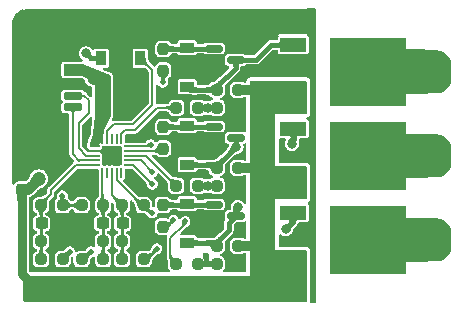
<source format=gbr>
%TF.GenerationSoftware,KiCad,Pcbnew,(6.0.5)*%
%TF.CreationDate,2023-01-29T08:36:09+08:00*%
%TF.ProjectId,Brushless_ESC_STC_V2,42727573-686c-4657-9373-5f4553435f53,rev?*%
%TF.SameCoordinates,Original*%
%TF.FileFunction,Copper,L1,Top*%
%TF.FilePolarity,Positive*%
%FSLAX46Y46*%
G04 Gerber Fmt 4.6, Leading zero omitted, Abs format (unit mm)*
G04 Created by KiCad (PCBNEW (6.0.5)) date 2023-01-29 08:36:09*
%MOMM*%
%LPD*%
G01*
G04 APERTURE LIST*
G04 Aperture macros list*
%AMRoundRect*
0 Rectangle with rounded corners*
0 $1 Rounding radius*
0 $2 $3 $4 $5 $6 $7 $8 $9 X,Y pos of 4 corners*
0 Add a 4 corners polygon primitive as box body*
4,1,4,$2,$3,$4,$5,$6,$7,$8,$9,$2,$3,0*
0 Add four circle primitives for the rounded corners*
1,1,$1+$1,$2,$3*
1,1,$1+$1,$4,$5*
1,1,$1+$1,$6,$7*
1,1,$1+$1,$8,$9*
0 Add four rect primitives between the rounded corners*
20,1,$1+$1,$2,$3,$4,$5,0*
20,1,$1+$1,$4,$5,$6,$7,0*
20,1,$1+$1,$6,$7,$8,$9,0*
20,1,$1+$1,$8,$9,$2,$3,0*%
G04 Aperture macros list end*
%TA.AperFunction,SMDPad,CuDef*%
%ADD10RoundRect,0.500000X-1.000000X-0.500000X1.000000X-0.500000X1.000000X0.500000X-1.000000X0.500000X0*%
%TD*%
%TA.AperFunction,SMDPad,CuDef*%
%ADD11RoundRect,0.237500X0.237500X-0.250000X0.237500X0.250000X-0.237500X0.250000X-0.237500X-0.250000X0*%
%TD*%
%TA.AperFunction,SMDPad,CuDef*%
%ADD12RoundRect,0.237500X-0.300000X-0.237500X0.300000X-0.237500X0.300000X0.237500X-0.300000X0.237500X0*%
%TD*%
%TA.AperFunction,SMDPad,CuDef*%
%ADD13RoundRect,0.300000X1.390000X-0.300000X1.390000X0.300000X-1.390000X0.300000X-1.390000X-0.300000X0*%
%TD*%
%TA.AperFunction,SMDPad,CuDef*%
%ADD14RoundRect,0.150000X0.650000X-0.150000X0.650000X0.150000X-0.650000X0.150000X-0.650000X-0.150000X0*%
%TD*%
%TA.AperFunction,SMDPad,CuDef*%
%ADD15RoundRect,0.237500X0.300000X0.237500X-0.300000X0.237500X-0.300000X-0.237500X0.300000X-0.237500X0*%
%TD*%
%TA.AperFunction,SMDPad,CuDef*%
%ADD16R,1.200000X0.900000*%
%TD*%
%TA.AperFunction,SMDPad,CuDef*%
%ADD17RoundRect,0.237500X-0.250000X-0.237500X0.250000X-0.237500X0.250000X0.237500X-0.250000X0.237500X0*%
%TD*%
%TA.AperFunction,SMDPad,CuDef*%
%ADD18RoundRect,0.150000X-0.587500X-0.150000X0.587500X-0.150000X0.587500X0.150000X-0.587500X0.150000X0*%
%TD*%
%TA.AperFunction,SMDPad,CuDef*%
%ADD19RoundRect,0.237500X0.250000X0.237500X-0.250000X0.237500X-0.250000X-0.237500X0.250000X-0.237500X0*%
%TD*%
%TA.AperFunction,SMDPad,CuDef*%
%ADD20RoundRect,0.625000X-0.625000X-1.125000X0.625000X-1.125000X0.625000X1.125000X-0.625000X1.125000X0*%
%TD*%
%TA.AperFunction,SMDPad,CuDef*%
%ADD21R,6.400000X5.800000*%
%TD*%
%TA.AperFunction,SMDPad,CuDef*%
%ADD22R,2.200000X1.200000*%
%TD*%
%TA.AperFunction,SMDPad,CuDef*%
%ADD23R,0.900000X1.200000*%
%TD*%
%TA.AperFunction,SMDPad,CuDef*%
%ADD24RoundRect,0.237500X0.237500X-0.300000X0.237500X0.300000X-0.237500X0.300000X-0.237500X-0.300000X0*%
%TD*%
%TA.AperFunction,SMDPad,CuDef*%
%ADD25RoundRect,0.050000X-0.050000X0.375000X-0.050000X-0.375000X0.050000X-0.375000X0.050000X0.375000X0*%
%TD*%
%TA.AperFunction,SMDPad,CuDef*%
%ADD26RoundRect,0.050000X-0.375000X0.050000X-0.375000X-0.050000X0.375000X-0.050000X0.375000X0.050000X0*%
%TD*%
%TA.AperFunction,SMDPad,CuDef*%
%ADD27R,1.650000X1.650000*%
%TD*%
%TA.AperFunction,SMDPad,CuDef*%
%ADD28RoundRect,0.250000X-0.325000X-0.650000X0.325000X-0.650000X0.325000X0.650000X-0.325000X0.650000X0*%
%TD*%
%TA.AperFunction,ViaPad*%
%ADD29C,1.200000*%
%TD*%
%TA.AperFunction,ViaPad*%
%ADD30C,0.600000*%
%TD*%
%TA.AperFunction,ViaPad*%
%ADD31C,0.500000*%
%TD*%
%TA.AperFunction,ViaPad*%
%ADD32C,0.800000*%
%TD*%
%TA.AperFunction,Conductor*%
%ADD33C,0.800000*%
%TD*%
%TA.AperFunction,Conductor*%
%ADD34C,0.200000*%
%TD*%
%TA.AperFunction,Conductor*%
%ADD35C,0.250000*%
%TD*%
%TA.AperFunction,Conductor*%
%ADD36C,0.400000*%
%TD*%
G04 APERTURE END LIST*
D10*
%TO.P,J5,1,Pin_1*%
%TO.N,VDD*%
X81407000Y-133731000D03*
%TD*%
D11*
%TO.P,R2,1*%
%TO.N,/PWM2*%
X91717500Y-121816500D03*
%TO.P,R2,2*%
%TO.N,Net-(D3-Pad2)*%
X91717500Y-119991500D03*
%TD*%
D12*
%TO.P,C10,1*%
%TO.N,GND*%
X84862500Y-128143000D03*
%TO.P,C10,2*%
%TO.N,/ADC11*%
X86587500Y-128143000D03*
%TD*%
D11*
%TO.P,R1,1*%
%TO.N,/PWM3*%
X91717500Y-115212500D03*
%TO.P,R1,2*%
%TO.N,Net-(D2-Pad2)*%
X91717500Y-113387500D03*
%TD*%
D13*
%TO.P,J4,0*%
%TO.N,GND*%
X81125000Y-113840000D03*
X81125000Y-119840000D03*
D14*
%TO.P,J4,1,Pin_1*%
%TO.N,/TXD*%
X84085000Y-118340000D03*
%TO.P,J4,2,Pin_2*%
%TO.N,/RXD*%
X84085000Y-117340000D03*
%TO.P,J4,3,Pin_3*%
%TO.N,GND*%
X84085000Y-116340000D03*
%TO.P,J4,4,Pin_4*%
%TO.N,+5V*%
X84085000Y-115340000D03*
%TD*%
D15*
%TO.P,C12,1*%
%TO.N,GND*%
X90016500Y-128143000D03*
%TO.P,C12,2*%
%TO.N,/ADC13*%
X88291500Y-128143000D03*
%TD*%
D16*
%TO.P,D2,1,K*%
%TO.N,Net-(D2-Pad1)*%
X93749500Y-116585000D03*
%TO.P,D2,2,A*%
%TO.N,Net-(D2-Pad2)*%
X93749500Y-113285000D03*
%TD*%
D17*
%TO.P,R21,1*%
%TO.N,/ADC10*%
X81383500Y-126619000D03*
%TO.P,R21,2*%
%TO.N,/CMP-*%
X83208500Y-126619000D03*
%TD*%
%TO.P,R5,1*%
%TO.N,Net-(D3-Pad1)*%
X96266000Y-123444000D03*
%TO.P,R5,2*%
%TO.N,VDD*%
X98091000Y-123444000D03*
%TD*%
D18*
%TO.P,Q2,1,B*%
%TO.N,Net-(D3-Pad2)*%
X95987000Y-119954000D03*
%TO.P,Q2,2,E*%
%TO.N,GND*%
X95987000Y-121854000D03*
%TO.P,Q2,3,C*%
%TO.N,Net-(D3-Pad1)*%
X97862000Y-120904000D03*
%TD*%
%TO.P,Q3,1,B*%
%TO.N,Net-(D4-Pad2)*%
X95987000Y-126558000D03*
%TO.P,Q3,2,E*%
%TO.N,GND*%
X95987000Y-128458000D03*
%TO.P,Q3,3,C*%
%TO.N,Net-(D4-Pad1)*%
X97862000Y-127508000D03*
%TD*%
D19*
%TO.P,R10,1*%
%TO.N,GND*%
X98091000Y-118364000D03*
%TO.P,R10,2*%
%TO.N,Net-(Q5-PadG)*%
X96266000Y-118364000D03*
%TD*%
D20*
%TO.P,J7,1,Pin_1*%
%TO.N,/W*%
X114300000Y-115316000D03*
%TD*%
D21*
%TO.P,Q6,D,D*%
%TO.N,/V*%
X109034000Y-122428000D03*
D22*
%TO.P,Q6,G,G*%
%TO.N,Net-(D3-Pad1)*%
X102734000Y-120148000D03*
%TO.P,Q6,S,S*%
%TO.N,VDD*%
X102734000Y-124708000D03*
%TD*%
D23*
%TO.P,D1,1,K*%
%TO.N,Net-(J2-Pad1)*%
X86488000Y-114173000D03*
%TO.P,D1,2,A*%
%TO.N,/PWM_CAP*%
X89788000Y-114173000D03*
%TD*%
D19*
%TO.P,R13,1*%
%TO.N,/W*%
X90066500Y-131191000D03*
%TO.P,R13,2*%
%TO.N,/ADC13*%
X88241500Y-131191000D03*
%TD*%
D15*
%TO.P,C8,1*%
%TO.N,GND*%
X83158500Y-128143000D03*
%TO.P,C8,2*%
%TO.N,/ADC10*%
X81433500Y-128143000D03*
%TD*%
D24*
%TO.P,C3,1*%
%TO.N,VDD*%
X79756000Y-125322500D03*
%TO.P,C3,2*%
%TO.N,GND*%
X79756000Y-123597500D03*
%TD*%
D19*
%TO.P,R18,1*%
%TO.N,GND*%
X90066500Y-129667000D03*
%TO.P,R18,2*%
%TO.N,/ADC13*%
X88241500Y-129667000D03*
%TD*%
D17*
%TO.P,R4,1*%
%TO.N,Net-(D2-Pad1)*%
X96266000Y-116840000D03*
%TO.P,R4,2*%
%TO.N,VDD*%
X98091000Y-116840000D03*
%TD*%
D20*
%TO.P,J8,1,Pin_1*%
%TO.N,/V*%
X114300000Y-122428000D03*
%TD*%
D25*
%TO.P,U1,1,P1.5/PWM3N/SCLK/SCL*%
%TO.N,/PWM3L*%
X88176000Y-120978000D03*
%TO.P,U1,2,P1.6/PWM4P/RXD_3/MCLKO_2/XTALO*%
%TO.N,unconnected-(U1-Pad2)*%
X87776000Y-120978000D03*
%TO.P,U1,3,P1.7/PWM4N/PWM5_2/TXD_3/XTALI*%
%TO.N,unconnected-(U1-Pad3)*%
X87376000Y-120978000D03*
%TO.P,U1,4,P5.4/PWM6_2/~{RST}/MCLKO*%
%TO.N,/PWM_CAP*%
X86976000Y-120978000D03*
%TO.P,U1,5,VCC/AVCC*%
%TO.N,+5V*%
X86576000Y-120978000D03*
D26*
%TO.P,U1,6,ADC_VREF+*%
X85926000Y-121628000D03*
%TO.P,U1,7,GND/AGND*%
%TO.N,GND*%
X85926000Y-122028000D03*
%TO.P,U1,8,P3.0/ADC8/RXD/~{INT4}*%
%TO.N,/RXD*%
X85926000Y-122428000D03*
%TO.P,U1,9,P3.1/ADC9/TXD*%
%TO.N,/TXD*%
X85926000Y-122828000D03*
%TO.P,U1,10,P3.2/ADC10/INT0/SCLK_4/SCL_4*%
%TO.N,/ADC10*%
X85926000Y-123228000D03*
D25*
%TO.P,U1,11,P3.3/ADC11/INT1/MISO_4/SDA_4/PWM4N_2/PWM7_2*%
%TO.N,/ADC11*%
X86576000Y-123878000D03*
%TO.P,U1,12,P3.4/ADC12/T0/T1CLKO/MOSI_4/PWM4P_2/PWM8_2/CMPO*%
%TO.N,unconnected-(U1-Pad12)*%
X86976000Y-123878000D03*
%TO.P,U1,13,P3.5/ADC13/T1/T0CLKO/SS_4/PWMFLT*%
%TO.N,/ADC13*%
X87376000Y-123878000D03*
%TO.P,U1,14,P3.6/ADC14/~{INT2}/RXD_2/CMP-*%
%TO.N,/CMP-*%
X87776000Y-123878000D03*
%TO.P,U1,15,P3.7/~{INT3}/TXD_2/CMP+*%
%TO.N,unconnected-(U1-Pad15)*%
X88176000Y-123878000D03*
D26*
%TO.P,U1,16,P1.0/ADC0/RXD2/PWM1P*%
%TO.N,/PWM1*%
X88826000Y-123228000D03*
%TO.P,U1,17,P1.4/PWM3P/MISO/SDA*%
%TO.N,/PWM3*%
X88826000Y-122828000D03*
%TO.P,U1,18,P1.3/PWM2N/MOSI/T2CLKO*%
%TO.N,/PWM2L*%
X88826000Y-122428000D03*
%TO.P,U1,19,P1.2/PWM2P/SS/T2*%
%TO.N,/PWM2*%
X88826000Y-122028000D03*
%TO.P,U1,20,P1.1/ADC1/TXD2/PWM1N*%
%TO.N,/PWM1L*%
X88826000Y-121628000D03*
D27*
%TO.P,U1,21,EP*%
%TO.N,GND*%
X87376000Y-122428000D03*
%TD*%
D18*
%TO.P,Q1,1,B*%
%TO.N,Net-(D2-Pad2)*%
X95987000Y-113350000D03*
%TO.P,Q1,2,E*%
%TO.N,GND*%
X95987000Y-115250000D03*
%TO.P,Q1,3,C*%
%TO.N,Net-(D2-Pad1)*%
X97862000Y-114300000D03*
%TD*%
D16*
%TO.P,D3,1,K*%
%TO.N,Net-(D3-Pad1)*%
X93749500Y-123189000D03*
%TO.P,D3,2,A*%
%TO.N,Net-(D3-Pad2)*%
X93749500Y-119889000D03*
%TD*%
D19*
%TO.P,R11,1*%
%TO.N,GND*%
X98091000Y-124968000D03*
%TO.P,R11,2*%
%TO.N,Net-(Q7-PadG)*%
X96266000Y-124968000D03*
%TD*%
D21*
%TO.P,Q8,D,D*%
%TO.N,/U*%
X109034000Y-129540000D03*
D22*
%TO.P,Q8,G,G*%
%TO.N,Net-(D4-Pad1)*%
X102734000Y-127260000D03*
%TO.P,Q8,S,S*%
%TO.N,VDD*%
X102734000Y-131820000D03*
%TD*%
D11*
%TO.P,R3,1*%
%TO.N,/PWM1*%
X91694000Y-128420500D03*
%TO.P,R3,2*%
%TO.N,Net-(D4-Pad2)*%
X91694000Y-126595500D03*
%TD*%
D17*
%TO.P,R14,1*%
%TO.N,/V*%
X84812500Y-131191000D03*
%TO.P,R14,2*%
%TO.N,/ADC11*%
X86637500Y-131191000D03*
%TD*%
%TO.P,R8,1*%
%TO.N,/PWM2L*%
X92837000Y-124968000D03*
%TO.P,R8,2*%
%TO.N,Net-(Q7-PadG)*%
X94662000Y-124968000D03*
%TD*%
D28*
%TO.P,C1,1*%
%TO.N,+5V*%
X86663000Y-116586000D03*
%TO.P,C1,2*%
%TO.N,GND*%
X89613000Y-116586000D03*
%TD*%
D19*
%TO.P,R15,1*%
%TO.N,/U*%
X83208500Y-131191000D03*
%TO.P,R15,2*%
%TO.N,/ADC10*%
X81383500Y-131191000D03*
%TD*%
D21*
%TO.P,Q4,D,D*%
%TO.N,/W*%
X109034000Y-115316000D03*
D22*
%TO.P,Q4,G,G*%
%TO.N,Net-(D2-Pad1)*%
X102734000Y-113036000D03*
%TO.P,Q4,S,S*%
%TO.N,VDD*%
X102734000Y-117596000D03*
%TD*%
D17*
%TO.P,R6,1*%
%TO.N,Net-(D4-Pad1)*%
X96266000Y-130048000D03*
%TO.P,R6,2*%
%TO.N,VDD*%
X98091000Y-130048000D03*
%TD*%
D12*
%TO.P,C2,1*%
%TO.N,+5V*%
X86640500Y-118618000D03*
%TO.P,C2,2*%
%TO.N,GND*%
X88365500Y-118618000D03*
%TD*%
D19*
%TO.P,R12,1*%
%TO.N,GND*%
X98067500Y-131572000D03*
%TO.P,R12,2*%
%TO.N,Net-(Q9-PadG)*%
X96242500Y-131572000D03*
%TD*%
D16*
%TO.P,D4,1,K*%
%TO.N,Net-(D4-Pad1)*%
X93749500Y-129793000D03*
%TO.P,D4,2,A*%
%TO.N,Net-(D4-Pad2)*%
X93749500Y-126493000D03*
%TD*%
D17*
%TO.P,R9,1*%
%TO.N,/PWM1L*%
X92837000Y-131572000D03*
%TO.P,R9,2*%
%TO.N,Net-(Q9-PadG)*%
X94662000Y-131572000D03*
%TD*%
%TO.P,R7,1*%
%TO.N,/PWM3L*%
X92837000Y-118364000D03*
%TO.P,R7,2*%
%TO.N,Net-(Q5-PadG)*%
X94662000Y-118364000D03*
%TD*%
%TO.P,R17,1*%
%TO.N,GND*%
X84812500Y-129667000D03*
%TO.P,R17,2*%
%TO.N,/ADC11*%
X86637500Y-129667000D03*
%TD*%
D19*
%TO.P,R20,1*%
%TO.N,/ADC11*%
X86637500Y-126619000D03*
%TO.P,R20,2*%
%TO.N,/CMP-*%
X84812500Y-126619000D03*
%TD*%
D20*
%TO.P,J9,1,Pin_1*%
%TO.N,/U*%
X114300000Y-129540000D03*
%TD*%
D17*
%TO.P,R19,1*%
%TO.N,/ADC13*%
X88241500Y-126619000D03*
%TO.P,R19,2*%
%TO.N,/CMP-*%
X90066500Y-126619000D03*
%TD*%
D10*
%TO.P,J6,1,Pin_1*%
%TO.N,GND*%
X81407000Y-111125000D03*
%TD*%
D19*
%TO.P,R16,1*%
%TO.N,GND*%
X83208500Y-129667000D03*
%TO.P,R16,2*%
%TO.N,/ADC10*%
X81383500Y-129667000D03*
%TD*%
D29*
%TO.N,+5V*%
X85852000Y-115824000D03*
D30*
%TO.N,GND*%
X82473800Y-121666000D03*
X84836000Y-111125000D03*
X95504000Y-110363000D03*
X93040200Y-114452400D03*
X88036400Y-116967000D03*
X88646000Y-111125000D03*
X100076000Y-110363000D03*
X94742000Y-110363000D03*
X92786200Y-115595400D03*
X93218000Y-111125000D03*
X80238600Y-118059200D03*
X88874600Y-116103400D03*
X97790000Y-110363000D03*
X80924400Y-116027200D03*
X97028000Y-111887000D03*
X94437200Y-127533400D03*
X91592400Y-117373400D03*
X95681800Y-128879600D03*
X88620600Y-113512600D03*
X80060800Y-116128800D03*
X100076000Y-111125000D03*
D31*
X98018600Y-128803400D03*
D30*
X96266000Y-111125000D03*
X82499200Y-122605800D03*
X81026000Y-110363000D03*
X85598000Y-110363000D03*
X85598000Y-111887000D03*
D31*
X85217000Y-120523000D03*
D30*
X93218000Y-110363000D03*
X87960200Y-115062000D03*
X91694000Y-110363000D03*
X83286600Y-121183400D03*
X89306400Y-130175000D03*
D31*
X87757000Y-122809000D03*
D30*
X90170000Y-111887000D03*
X93980000Y-111887000D03*
X90932000Y-111887000D03*
X83312000Y-111125000D03*
X80137000Y-117144800D03*
X98552000Y-110363000D03*
X79832200Y-115163600D03*
X96266000Y-111887000D03*
X84074000Y-111125000D03*
X83312000Y-110363000D03*
X99314000Y-111125000D03*
D31*
X98425000Y-128320800D03*
D30*
X81026000Y-111125000D03*
X88646000Y-111887000D03*
X85598000Y-111125000D03*
X94742000Y-111887000D03*
X100838000Y-110363000D03*
X84074000Y-111887000D03*
X97028000Y-111125000D03*
X80264000Y-110363000D03*
X97434400Y-119862600D03*
X82550000Y-111125000D03*
X93319600Y-121158000D03*
X88900000Y-115290600D03*
X97358200Y-118999000D03*
X96418400Y-114376200D03*
X83794600Y-124891800D03*
X90170000Y-110363000D03*
X95631000Y-114376200D03*
X88976200Y-117805200D03*
X89077800Y-124409200D03*
X94361000Y-121996200D03*
X87884000Y-110363000D03*
X84836000Y-110363000D03*
X90932000Y-110363000D03*
X99314000Y-110363000D03*
X84074000Y-110363000D03*
X96266000Y-110363000D03*
X94564200Y-115290600D03*
X90932000Y-111125000D03*
X99314000Y-111887000D03*
X93980000Y-110363000D03*
X86360000Y-110363000D03*
X82981800Y-123291600D03*
X89408000Y-110363000D03*
X90932000Y-129387600D03*
X96316800Y-120954800D03*
X87122000Y-110363000D03*
X93548200Y-115316000D03*
X81153000Y-118160800D03*
X95504000Y-111887000D03*
X95504000Y-111125000D03*
X91694000Y-111887000D03*
X95173800Y-115976400D03*
X85521800Y-124307600D03*
X87884000Y-111887000D03*
X93980000Y-114477800D03*
X81788000Y-111887000D03*
D31*
X86995000Y-122047000D03*
D30*
X96520000Y-127812800D03*
X84836000Y-111887000D03*
X82550000Y-110363000D03*
X81026000Y-111887000D03*
X92456000Y-111887000D03*
X97790000Y-111887000D03*
X88646000Y-110363000D03*
X89662000Y-124993400D03*
X82423000Y-124053600D03*
X87909400Y-114096800D03*
X82016600Y-123240800D03*
X87122000Y-111887000D03*
X93497400Y-121996200D03*
X83312000Y-111887000D03*
X97028000Y-110363000D03*
X92303600Y-117043200D03*
X88900000Y-116916200D03*
X95478600Y-121005600D03*
X82727800Y-116078000D03*
X86360000Y-111125000D03*
X100838000Y-111125000D03*
X94742000Y-111125000D03*
X94818200Y-114503200D03*
X82042000Y-118059200D03*
X94538800Y-121081800D03*
X93980000Y-111125000D03*
D31*
X87757000Y-122047000D03*
D30*
X80975200Y-123113800D03*
X83210400Y-122174000D03*
X81788000Y-111125000D03*
X89408000Y-111125000D03*
X93218000Y-111887000D03*
X86360000Y-111887000D03*
X89331800Y-128879600D03*
X84023200Y-128905000D03*
X100076000Y-111887000D03*
X82499200Y-128854200D03*
X81788000Y-110363000D03*
X84582000Y-124307600D03*
D31*
X86995000Y-122809000D03*
D30*
X98323400Y-119354600D03*
X81889600Y-116027200D03*
X92456000Y-110363000D03*
X85547200Y-125120400D03*
X88036400Y-115976400D03*
X100838000Y-111887000D03*
X80264000Y-111887000D03*
X82550000Y-111887000D03*
X80264000Y-111125000D03*
X90170000Y-111125000D03*
D31*
X85344000Y-119761000D03*
D30*
X97790000Y-111125000D03*
X89408000Y-111887000D03*
X87884000Y-111125000D03*
X92456000Y-111125000D03*
X88061800Y-117729000D03*
X98552000Y-111125000D03*
X87122000Y-111125000D03*
X84632800Y-125120400D03*
X91694000Y-111125000D03*
X98552000Y-111887000D03*
X85598000Y-128930400D03*
%TO.N,VDD*%
X84836000Y-132969000D03*
D31*
X100076000Y-122555000D03*
D30*
X89408000Y-132969000D03*
X89408000Y-133731000D03*
D31*
X99441000Y-118618000D03*
D30*
X84836000Y-133731000D03*
X90932000Y-134493000D03*
D31*
X100711000Y-118618000D03*
D30*
X83312000Y-132969000D03*
X81026000Y-134493000D03*
X95504000Y-133731000D03*
D31*
X99441000Y-122555000D03*
D30*
X90170000Y-134493000D03*
X92456000Y-132969000D03*
X81788000Y-134493000D03*
X93980000Y-134493000D03*
X90932000Y-132969000D03*
X81788000Y-132969000D03*
D31*
X100711000Y-128651000D03*
D30*
X82550000Y-133731000D03*
X100838000Y-133731000D03*
X86360000Y-134493000D03*
X93218000Y-132969000D03*
X90932000Y-133731000D03*
X91694000Y-133731000D03*
D31*
X100711000Y-119888000D03*
D30*
X87122000Y-134493000D03*
X88646000Y-134493000D03*
D31*
X99441000Y-119253000D03*
X100076000Y-119253000D03*
D30*
X99314000Y-133731000D03*
X86360000Y-133731000D03*
D31*
X100711000Y-132080000D03*
X100711000Y-122555000D03*
D30*
X82550000Y-132969000D03*
X99314000Y-134493000D03*
X95504000Y-132969000D03*
X88646000Y-132969000D03*
X92456000Y-133731000D03*
X84074000Y-133731000D03*
X94742000Y-133731000D03*
X97028000Y-134493000D03*
X90170000Y-133731000D03*
X97790000Y-132969000D03*
X91694000Y-134493000D03*
X100076000Y-134493000D03*
D31*
X99441000Y-132080000D03*
D30*
X88646000Y-133731000D03*
X94742000Y-132969000D03*
X81026000Y-132969000D03*
X84074000Y-134493000D03*
X80264000Y-134493000D03*
X81026000Y-133731000D03*
X98552000Y-132969000D03*
X87884000Y-133731000D03*
X87122000Y-132969000D03*
X97028000Y-132969000D03*
D31*
X100711000Y-119253000D03*
D30*
X82550000Y-134493000D03*
D31*
X99441000Y-119888000D03*
D30*
X93218000Y-134493000D03*
X91694000Y-132969000D03*
X85598000Y-134493000D03*
X99314000Y-132969000D03*
X85598000Y-132969000D03*
X98552000Y-133731000D03*
D31*
X100076000Y-116459000D03*
D30*
X93980000Y-132969000D03*
D31*
X100076000Y-123190000D03*
D30*
X96266000Y-132969000D03*
X84836000Y-134493000D03*
D31*
X100076000Y-132080000D03*
D30*
X80264000Y-133731000D03*
X83312000Y-134493000D03*
D31*
X100711000Y-116459000D03*
X100076000Y-119888000D03*
D29*
X81178400Y-124383800D03*
D31*
X99441000Y-116459000D03*
D30*
X85598000Y-133731000D03*
X81788000Y-133731000D03*
X87884000Y-134493000D03*
X87122000Y-133731000D03*
X100838000Y-134493000D03*
X86360000Y-132969000D03*
X90170000Y-132969000D03*
X97790000Y-134493000D03*
X80264000Y-132969000D03*
X97790000Y-133731000D03*
D31*
X100076000Y-128651000D03*
D30*
X97028000Y-133731000D03*
D31*
X100076000Y-123825000D03*
D30*
X89408000Y-134493000D03*
X92456000Y-134493000D03*
X95504000Y-134493000D03*
X96266000Y-134493000D03*
X83312000Y-133731000D03*
X87884000Y-132969000D03*
X100076000Y-133731000D03*
X100838000Y-132969000D03*
X100076000Y-132969000D03*
X93218000Y-133731000D03*
D31*
X99441000Y-123825000D03*
D30*
X96266000Y-133731000D03*
X84074000Y-132969000D03*
X93980000Y-133731000D03*
D31*
X100711000Y-123190000D03*
X100076000Y-118618000D03*
D30*
X98552000Y-134493000D03*
D31*
X99441000Y-123190000D03*
D30*
X94742000Y-134493000D03*
D31*
X99441000Y-128651000D03*
D32*
%TO.N,Net-(D3-Pad1)*%
X97917000Y-121666000D03*
X102616000Y-121412000D03*
%TO.N,Net-(D4-Pad1)*%
X102108000Y-128651000D03*
X98044000Y-126746000D03*
D30*
%TO.N,/W*%
X108712000Y-116840000D03*
X108712000Y-114554000D03*
X114935000Y-116840000D03*
X110998000Y-113792000D03*
X106426000Y-116078000D03*
X110236000Y-113792000D03*
X106426000Y-114554000D03*
X114935000Y-114554000D03*
X107950000Y-117602000D03*
X114935000Y-116078000D03*
X110236000Y-117602000D03*
X110998000Y-116840000D03*
X106426000Y-113030000D03*
X107188000Y-114554000D03*
X106426000Y-116840000D03*
X107188000Y-113792000D03*
X112649000Y-114554000D03*
X110998000Y-116078000D03*
X110236000Y-113030000D03*
X111760000Y-113792000D03*
X110998000Y-115316000D03*
X112649000Y-115316000D03*
X107188000Y-115316000D03*
X113411000Y-114554000D03*
X107188000Y-116840000D03*
X111760000Y-116840000D03*
X107950000Y-113792000D03*
X107950000Y-115316000D03*
X114173000Y-115316000D03*
X109474000Y-116840000D03*
X106426000Y-117602000D03*
X112649000Y-116078000D03*
X109474000Y-116078000D03*
X114173000Y-116078000D03*
X109474000Y-114554000D03*
X110236000Y-116840000D03*
X109474000Y-117602000D03*
X111760000Y-114554000D03*
X107188000Y-116078000D03*
X107188000Y-113030000D03*
X107950000Y-116078000D03*
X114173000Y-114554000D03*
X108712000Y-117602000D03*
X112649000Y-113792000D03*
X107950000Y-113030000D03*
X114935000Y-113792000D03*
X113411000Y-113792000D03*
X110236000Y-116078000D03*
X108712000Y-113030000D03*
X107188000Y-117602000D03*
X111760000Y-115316000D03*
X108712000Y-116078000D03*
X111760000Y-117602000D03*
X114173000Y-116840000D03*
X109474000Y-113792000D03*
X114173000Y-113792000D03*
X106426000Y-113792000D03*
D31*
X91186000Y-130302000D03*
D30*
X108712000Y-113792000D03*
X112649000Y-116840000D03*
X113411000Y-116840000D03*
X107950000Y-114554000D03*
X111760000Y-113030000D03*
X108712000Y-115316000D03*
X110998000Y-117602000D03*
X110236000Y-114554000D03*
X109474000Y-115316000D03*
X107950000Y-116840000D03*
X109474000Y-113030000D03*
X110998000Y-113030000D03*
X113411000Y-115316000D03*
X110236000Y-115316000D03*
X106426000Y-115316000D03*
X110998000Y-114554000D03*
X114935000Y-115316000D03*
X113411000Y-116078000D03*
X111760000Y-116078000D03*
D31*
%TO.N,/V*%
X85598000Y-130556000D03*
D30*
X112649000Y-122428000D03*
X112649000Y-123190000D03*
X112649000Y-121666000D03*
X113411000Y-121666000D03*
X107950000Y-123952000D03*
X110236000Y-120142000D03*
X114173000Y-122428000D03*
X108712000Y-120142000D03*
X106426000Y-120142000D03*
X107950000Y-120142000D03*
X107950000Y-123190000D03*
X109474000Y-122428000D03*
X111760000Y-120142000D03*
X110236000Y-124714000D03*
X107188000Y-123190000D03*
X107188000Y-124714000D03*
X109474000Y-120142000D03*
X107188000Y-123952000D03*
X107950000Y-124714000D03*
X108712000Y-122428000D03*
X106426000Y-121666000D03*
X111760000Y-123952000D03*
X110998000Y-124714000D03*
X110998000Y-123952000D03*
X110236000Y-121666000D03*
X113411000Y-123190000D03*
X110998000Y-120904000D03*
X108712000Y-123952000D03*
X111760000Y-121666000D03*
X109474000Y-120904000D03*
X106426000Y-123952000D03*
X110236000Y-123952000D03*
X109474000Y-124714000D03*
X108712000Y-124714000D03*
X113411000Y-123952000D03*
X114173000Y-123190000D03*
X110236000Y-122428000D03*
X107950000Y-120904000D03*
X113411000Y-120904000D03*
X109474000Y-123952000D03*
X106426000Y-122428000D03*
X106426000Y-120904000D03*
X114935000Y-120904000D03*
X111760000Y-123190000D03*
X107950000Y-121666000D03*
X110998000Y-122428000D03*
X111760000Y-122428000D03*
X114173000Y-121666000D03*
X109474000Y-121666000D03*
X112649000Y-123952000D03*
X108712000Y-120904000D03*
X107950000Y-122428000D03*
X112649000Y-120904000D03*
X110998000Y-120142000D03*
X110236000Y-120904000D03*
X107188000Y-122428000D03*
X110236000Y-123190000D03*
X107188000Y-120904000D03*
X114935000Y-122428000D03*
X107188000Y-121666000D03*
X113411000Y-122428000D03*
X111760000Y-120904000D03*
X106426000Y-124714000D03*
X110998000Y-121666000D03*
X114935000Y-123952000D03*
X114173000Y-120904000D03*
X109474000Y-123190000D03*
X108712000Y-123190000D03*
X114173000Y-123952000D03*
X107188000Y-120142000D03*
X114935000Y-121666000D03*
X111760000Y-124714000D03*
X106426000Y-123190000D03*
X114935000Y-123190000D03*
X110998000Y-123190000D03*
X108712000Y-121666000D03*
%TO.N,/U*%
X107188000Y-131064000D03*
X110998000Y-131826000D03*
X107188000Y-130302000D03*
X112649000Y-128016000D03*
X110998000Y-128778000D03*
X110236000Y-128016000D03*
X113411000Y-128016000D03*
X114935000Y-131064000D03*
X114173000Y-130302000D03*
X108712000Y-128016000D03*
X106426000Y-130302000D03*
X114173000Y-128016000D03*
X110236000Y-131826000D03*
X110998000Y-131064000D03*
X110236000Y-128778000D03*
X107188000Y-128778000D03*
X107950000Y-127254000D03*
X106426000Y-128016000D03*
X110236000Y-127254000D03*
X109474000Y-129540000D03*
X114173000Y-129540000D03*
X109474000Y-128016000D03*
X113411000Y-129540000D03*
X108712000Y-130302000D03*
X109474000Y-127254000D03*
X113411000Y-130302000D03*
X106426000Y-131064000D03*
X110236000Y-131064000D03*
X107950000Y-128016000D03*
X107950000Y-129540000D03*
X110998000Y-128016000D03*
X107188000Y-128016000D03*
X109474000Y-131826000D03*
X110998000Y-130302000D03*
X111760000Y-130302000D03*
X107950000Y-131064000D03*
X113411000Y-128778000D03*
X114173000Y-128778000D03*
X106426000Y-128778000D03*
X110998000Y-127254000D03*
X111760000Y-131064000D03*
X106426000Y-131826000D03*
D31*
X83820000Y-130556000D03*
D30*
X114935000Y-130302000D03*
X107188000Y-131826000D03*
X111760000Y-128016000D03*
X106426000Y-129540000D03*
X106426000Y-127254000D03*
X110236000Y-130302000D03*
X107950000Y-131826000D03*
X107950000Y-128778000D03*
X114935000Y-128016000D03*
X112649000Y-131064000D03*
X107188000Y-127254000D03*
X109474000Y-131064000D03*
X109474000Y-130302000D03*
X110998000Y-129540000D03*
X108712000Y-129540000D03*
X114173000Y-131064000D03*
X111760000Y-129540000D03*
X112649000Y-128778000D03*
X107188000Y-129540000D03*
X108712000Y-128778000D03*
X113411000Y-131064000D03*
X108712000Y-131064000D03*
X112649000Y-129540000D03*
X108712000Y-131826000D03*
X111760000Y-128778000D03*
X107950000Y-130302000D03*
X114935000Y-128778000D03*
X111760000Y-127254000D03*
X114935000Y-129540000D03*
X108712000Y-127254000D03*
X110236000Y-129540000D03*
X112649000Y-130302000D03*
X109474000Y-128778000D03*
X111760000Y-131826000D03*
D32*
%TO.N,Net-(Q5-PadG)*%
X95504000Y-118364000D03*
%TO.N,Net-(Q7-PadG)*%
X95504000Y-124968000D03*
D30*
%TO.N,Net-(Q9-PadG)*%
X95377000Y-130937000D03*
D31*
%TO.N,/PWM3*%
X91694000Y-116205000D03*
X90805000Y-123825000D03*
%TO.N,/PWM1*%
X90805000Y-124841000D03*
X92583000Y-127889000D03*
%TO.N,/PWM1L*%
X93573600Y-127990600D03*
X90678000Y-121478500D03*
%TO.N,/CMP-*%
X83185000Y-125806200D03*
X90805000Y-127254000D03*
D32*
%TO.N,Net-(J2-Pad1)*%
X85191600Y-113766600D03*
%TD*%
D33*
%TO.N,VDD*%
X98091000Y-130048000D02*
X99949000Y-130048000D01*
X99949000Y-130048000D02*
X100076000Y-130175000D01*
X101978000Y-116840000D02*
X102734000Y-117596000D01*
X80264000Y-132969000D02*
X79756000Y-132461000D01*
X81178400Y-124383800D02*
X80239700Y-125322500D01*
X99568000Y-123444000D02*
X100076000Y-123952000D01*
X100076000Y-123952000D02*
X100076000Y-130175000D01*
X98091000Y-116840000D02*
X101978000Y-116840000D01*
X80239700Y-125322500D02*
X79756000Y-125322500D01*
X79756000Y-132461000D02*
X79756000Y-125322500D01*
X98091000Y-123444000D02*
X99568000Y-123444000D01*
X100076000Y-130175000D02*
X100076000Y-132969000D01*
D34*
%TO.N,/ADC10*%
X84311634Y-123231766D02*
X82194400Y-125349000D01*
X81383500Y-126515500D02*
X81383500Y-126619000D01*
X85926000Y-123228000D02*
X84774500Y-123228000D01*
X84774500Y-123228000D02*
X84770734Y-123231766D01*
X82194400Y-125704600D02*
X81383500Y-126515500D01*
X84770734Y-123231766D02*
X84311634Y-123231766D01*
D35*
X81383500Y-131191000D02*
X81383500Y-126619000D01*
D34*
X82194400Y-125349000D02*
X82194400Y-125704600D01*
%TO.N,/ADC11*%
X86576000Y-123878000D02*
X86576000Y-126557500D01*
D35*
X86637500Y-131191000D02*
X86637500Y-126619000D01*
D34*
X86576000Y-126557500D02*
X86637500Y-126619000D01*
%TO.N,/ADC13*%
X87376000Y-123878000D02*
X87376000Y-125753500D01*
D35*
X88241500Y-131191000D02*
X88241500Y-126619000D01*
D34*
X87376000Y-125753500D02*
X88241500Y-126619000D01*
D36*
%TO.N,Net-(D2-Pad1)*%
X96266000Y-116560600D02*
X97862000Y-114964600D01*
X94004500Y-116840000D02*
X93749500Y-116585000D01*
X97862000Y-114300000D02*
X99568000Y-114300000D01*
X99568000Y-114300000D02*
X100832000Y-113036000D01*
X96266000Y-116840000D02*
X94004500Y-116840000D01*
X97862000Y-114964600D02*
X97862000Y-114300000D01*
X96266000Y-116840000D02*
X96266000Y-116560600D01*
X100832000Y-113036000D02*
X102734000Y-113036000D01*
%TO.N,Net-(D2-Pad2)*%
X91755000Y-113350000D02*
X91717500Y-113387500D01*
X95987000Y-113350000D02*
X91755000Y-113350000D01*
%TO.N,Net-(D3-Pad1)*%
X102734000Y-120148000D02*
X102734000Y-121294000D01*
X97917000Y-120959000D02*
X97862000Y-120904000D01*
X102734000Y-121294000D02*
X102616000Y-121412000D01*
X96011000Y-123189000D02*
X96266000Y-123444000D01*
X96266000Y-123266200D02*
X97866200Y-121666000D01*
X97917000Y-121666000D02*
X97917000Y-120959000D01*
X93749500Y-123189000D02*
X96011000Y-123189000D01*
X97866200Y-121666000D02*
X97917000Y-121666000D01*
X96266000Y-123444000D02*
X96266000Y-123266200D01*
%TO.N,Net-(D3-Pad2)*%
X91755000Y-119954000D02*
X91717500Y-119991500D01*
X95987000Y-119954000D02*
X91755000Y-119954000D01*
%TO.N,Net-(D4-Pad1)*%
X97862000Y-127508000D02*
X97862000Y-126928000D01*
X93749500Y-129793000D02*
X96011000Y-129793000D01*
X97282000Y-128752600D02*
X97282000Y-128088000D01*
X96011000Y-129793000D02*
X96266000Y-130048000D01*
X102108000Y-128651000D02*
X102734000Y-128025000D01*
X97862000Y-126928000D02*
X98044000Y-126746000D01*
X96266000Y-129768600D02*
X97282000Y-128752600D01*
X96266000Y-130048000D02*
X96266000Y-129768600D01*
X102734000Y-128025000D02*
X102734000Y-127260000D01*
X97282000Y-128088000D02*
X97862000Y-127508000D01*
%TO.N,Net-(D4-Pad2)*%
X91731500Y-126558000D02*
X91694000Y-126595500D01*
X95987000Y-126558000D02*
X91731500Y-126558000D01*
D34*
%TO.N,/TXD*%
X84605247Y-122832247D02*
X84085000Y-122312000D01*
X84085000Y-122312000D02*
X84085000Y-118340000D01*
X84609494Y-122828000D02*
X84605247Y-122832247D01*
X85926000Y-122828000D02*
X84609494Y-122828000D01*
%TO.N,/RXD*%
X85420200Y-117729000D02*
X85420200Y-118821200D01*
X85217000Y-122428000D02*
X85926000Y-122428000D01*
X84582000Y-119659400D02*
X84582000Y-121793000D01*
X85420200Y-118821200D02*
X84582000Y-119659400D01*
X84085000Y-117340000D02*
X85031200Y-117340000D01*
X84582000Y-121793000D02*
X85217000Y-122428000D01*
X85031200Y-117340000D02*
X85420200Y-117729000D01*
D35*
%TO.N,/W*%
X90297000Y-131191000D02*
X90066500Y-131191000D01*
X91186000Y-130302000D02*
X90297000Y-131191000D01*
%TO.N,/V*%
X84812500Y-131191000D02*
X84963000Y-131191000D01*
X84963000Y-131191000D02*
X85598000Y-130556000D01*
%TO.N,/U*%
X83208500Y-131167500D02*
X83820000Y-130556000D01*
X83208500Y-131191000D02*
X83208500Y-131167500D01*
D36*
%TO.N,Net-(Q5-PadG)*%
X94662000Y-118364000D02*
X95504000Y-118364000D01*
X95504000Y-118364000D02*
X96266000Y-118364000D01*
%TO.N,Net-(Q7-PadG)*%
X94662000Y-124968000D02*
X95504000Y-124968000D01*
X95504000Y-124968000D02*
X96266000Y-124968000D01*
%TO.N,Net-(Q9-PadG)*%
X95377000Y-131572000D02*
X94662000Y-131572000D01*
X96242500Y-131572000D02*
X95377000Y-131572000D01*
X95377000Y-131572000D02*
X95377000Y-130937000D01*
D34*
%TO.N,/PWM3*%
X91717500Y-115212500D02*
X91717500Y-116181500D01*
X88826000Y-122828000D02*
X89808000Y-122828000D01*
X91717500Y-116181500D02*
X91694000Y-116205000D01*
X89808000Y-122828000D02*
X90805000Y-123825000D01*
%TO.N,/PWM2*%
X88826000Y-122028000D02*
X91506000Y-122028000D01*
X91506000Y-122028000D02*
X91717500Y-121816500D01*
%TO.N,/PWM1*%
X89192000Y-123228000D02*
X88826000Y-123228000D01*
X90805000Y-124841000D02*
X89192000Y-123228000D01*
X92051500Y-128420500D02*
X92583000Y-127889000D01*
X91694000Y-128420500D02*
X92051500Y-128420500D01*
%TO.N,/PWM3L*%
X91211400Y-118364000D02*
X92837000Y-118364000D01*
X88176000Y-120978000D02*
X88176000Y-120612000D01*
X88519000Y-120269000D02*
X89306400Y-120269000D01*
X89306400Y-120269000D02*
X91211400Y-118364000D01*
X88176000Y-120612000D02*
X88519000Y-120269000D01*
%TO.N,/PWM2L*%
X88826000Y-122428000D02*
X90297000Y-122428000D01*
X90297000Y-122428000D02*
X92837000Y-124968000D01*
%TO.N,/PWM1L*%
X92329000Y-129413000D02*
X92329000Y-131064000D01*
X92329000Y-131064000D02*
X92837000Y-131572000D01*
X93573600Y-128168400D02*
X92329000Y-129413000D01*
X93573600Y-127990600D02*
X93573600Y-128168400D01*
X90528500Y-121628000D02*
X90678000Y-121478500D01*
X88826000Y-121628000D02*
X90528500Y-121628000D01*
%TO.N,/CMP-*%
X90066500Y-126619000D02*
X89916000Y-126619000D01*
X83185000Y-126595500D02*
X83208500Y-126619000D01*
X90701500Y-127254000D02*
X90066500Y-126619000D01*
X89916000Y-126619000D02*
X87776000Y-124479000D01*
X83185000Y-125806200D02*
X83185000Y-126595500D01*
X90805000Y-127254000D02*
X90701500Y-127254000D01*
X87776000Y-124479000D02*
X87776000Y-123878000D01*
X83208500Y-126619000D02*
X84812500Y-126619000D01*
D36*
%TO.N,Net-(J2-Pad1)*%
X85598000Y-114173000D02*
X85191600Y-113766600D01*
X86488000Y-114173000D02*
X85598000Y-114173000D01*
D34*
%TO.N,/PWM_CAP*%
X87579200Y-119761000D02*
X89154000Y-119761000D01*
X90805000Y-118110000D02*
X90805000Y-115190000D01*
X86976000Y-120364200D02*
X87579200Y-119761000D01*
X86976000Y-120978000D02*
X86976000Y-120364200D01*
X89154000Y-119761000D02*
X90805000Y-118110000D01*
X90805000Y-115190000D02*
X89788000Y-114173000D01*
%TD*%
%TA.AperFunction,Conductor*%
%TO.N,VDD*%
G36*
X98304950Y-129623088D02*
G01*
X98338349Y-129635610D01*
X98338762Y-129635700D01*
X98385855Y-129645959D01*
X98385859Y-129645960D01*
X98386136Y-129646020D01*
X98386419Y-129646053D01*
X98386425Y-129646054D01*
X98441213Y-129652443D01*
X98441216Y-129652443D01*
X98441394Y-129652464D01*
X98441565Y-129652473D01*
X98441568Y-129652473D01*
X98464430Y-129653643D01*
X98504105Y-129655673D01*
X98574253Y-129656379D01*
X98574326Y-129656378D01*
X98651760Y-129655316D01*
X98651772Y-129655316D01*
X98651823Y-129655315D01*
X98651840Y-129655315D01*
X98736799Y-129653213D01*
X98829091Y-129650807D01*
X98829148Y-129650805D01*
X98829164Y-129650805D01*
X98928903Y-129648823D01*
X98981270Y-129648421D01*
X99024210Y-129648091D01*
X99032509Y-129651455D01*
X99036000Y-129659791D01*
X99036000Y-130436209D01*
X99032573Y-130444482D01*
X99024210Y-130447909D01*
X98988687Y-130447636D01*
X98928903Y-130447176D01*
X98829164Y-130445194D01*
X98829148Y-130445194D01*
X98829091Y-130445192D01*
X98736799Y-130442786D01*
X98651840Y-130440684D01*
X98651823Y-130440684D01*
X98651772Y-130440683D01*
X98651760Y-130440683D01*
X98574326Y-130439621D01*
X98574253Y-130439620D01*
X98504105Y-130440326D01*
X98464430Y-130442356D01*
X98441568Y-130443526D01*
X98441565Y-130443526D01*
X98441394Y-130443535D01*
X98441216Y-130443556D01*
X98441213Y-130443556D01*
X98386425Y-130449945D01*
X98386419Y-130449946D01*
X98386136Y-130449979D01*
X98385859Y-130450039D01*
X98385855Y-130450040D01*
X98362967Y-130455026D01*
X98338349Y-130460389D01*
X98337960Y-130460535D01*
X98337956Y-130460536D01*
X98304950Y-130472911D01*
X98296001Y-130472607D01*
X98292733Y-130470389D01*
X97862269Y-130056433D01*
X97858681Y-130048229D01*
X97862269Y-130039567D01*
X98261478Y-129655667D01*
X98292733Y-129625610D01*
X98301072Y-129622345D01*
X98304950Y-129623088D01*
G37*
%TD.AperFunction*%
%TD*%
%TA.AperFunction,Conductor*%
%TO.N,/CMP-*%
G36*
X90511646Y-126920376D02*
G01*
X90540545Y-126943240D01*
X90542457Y-126944753D01*
X90542458Y-126944754D01*
X90543979Y-126945956D01*
X90545116Y-126946856D01*
X90576542Y-126966733D01*
X90576872Y-126966888D01*
X90576873Y-126966889D01*
X90606496Y-126980841D01*
X90606499Y-126980842D01*
X90606832Y-126980999D01*
X90636893Y-126990645D01*
X90667632Y-126996659D01*
X90667882Y-126996685D01*
X90667888Y-126996686D01*
X90698855Y-126999919D01*
X90699955Y-127000034D01*
X90700074Y-127000040D01*
X90700088Y-127000041D01*
X90734685Y-127001755D01*
X90734702Y-127001756D01*
X90734771Y-127001759D01*
X90734861Y-127001762D01*
X90756247Y-127002358D01*
X90772929Y-127002822D01*
X90772985Y-127002848D01*
X90772986Y-127002824D01*
X90807282Y-127003951D01*
X90815438Y-127007648D01*
X90818033Y-127012054D01*
X90873632Y-127184510D01*
X90911377Y-127301588D01*
X90910654Y-127310514D01*
X90903393Y-127316445D01*
X90610516Y-127398377D01*
X90601627Y-127397306D01*
X90597760Y-127393791D01*
X90572202Y-127357047D01*
X90571962Y-127356688D01*
X90547120Y-127318006D01*
X90546943Y-127317721D01*
X90545533Y-127315380D01*
X90545532Y-127315379D01*
X90525650Y-127282379D01*
X90506205Y-127249149D01*
X90486976Y-127216940D01*
X90466242Y-127184510D01*
X90442280Y-127150616D01*
X90413367Y-127114015D01*
X90377783Y-127073466D01*
X90333805Y-127027726D01*
X90475226Y-126886305D01*
X90511646Y-126920376D01*
G37*
%TD.AperFunction*%
%TD*%
%TA.AperFunction,Conductor*%
%TO.N,/CMP-*%
G36*
X90369914Y-126460277D02*
G01*
X90506170Y-126462941D01*
X90514374Y-126466529D01*
X90517313Y-126471889D01*
X90537409Y-126555002D01*
X90537696Y-126556769D01*
X90545595Y-126650443D01*
X90545636Y-126651528D01*
X90544814Y-126745389D01*
X90544802Y-126745814D01*
X90542170Y-126804162D01*
X90540696Y-126836827D01*
X90538857Y-126921856D01*
X90544855Y-126997822D01*
X90564254Y-127061871D01*
X90602615Y-127111152D01*
X90665501Y-127142812D01*
X90758474Y-127154000D01*
X90758474Y-127354000D01*
X90658000Y-127346720D01*
X90575568Y-127326960D01*
X90544578Y-127313795D01*
X90542878Y-127313073D01*
X90542877Y-127313072D01*
X90507770Y-127298159D01*
X90506317Y-127297418D01*
X90448616Y-127262734D01*
X90447792Y-127262190D01*
X90432237Y-127250953D01*
X90394930Y-127224000D01*
X90343073Y-127185520D01*
X90342935Y-127185431D01*
X90342924Y-127185423D01*
X90288786Y-127150370D01*
X90288785Y-127150370D01*
X90288460Y-127150159D01*
X90226933Y-127121040D01*
X90226430Y-127120903D01*
X90226427Y-127120902D01*
X90154855Y-127101422D01*
X90154854Y-127101422D01*
X90154333Y-127101280D01*
X90153799Y-127101236D01*
X90153795Y-127101235D01*
X90112528Y-127097815D01*
X90074759Y-127094685D01*
X90066798Y-127090587D01*
X90064406Y-127085982D01*
X89999326Y-126836827D01*
X89990471Y-126802926D01*
X89898563Y-126451063D01*
X90369914Y-126460277D01*
G37*
%TD.AperFunction*%
%TD*%
%TA.AperFunction,Conductor*%
%TO.N,/CMP-*%
G36*
X89404530Y-125965329D02*
G01*
X89471905Y-126026334D01*
X89541669Y-126075452D01*
X89542052Y-126075643D01*
X89542058Y-126075647D01*
X89607059Y-126108128D01*
X89607063Y-126108130D01*
X89607484Y-126108340D01*
X89671268Y-126128125D01*
X89734938Y-126137936D01*
X89800411Y-126140902D01*
X89869603Y-126140150D01*
X89910432Y-126139418D01*
X89944230Y-126138813D01*
X89944610Y-126138812D01*
X90016390Y-126139855D01*
X90026476Y-126140002D01*
X90027174Y-126140034D01*
X90110228Y-126146243D01*
X90118223Y-126150277D01*
X90120710Y-126155085D01*
X90267587Y-126745372D01*
X89923798Y-126816773D01*
X89672063Y-126869055D01*
X89663266Y-126867382D01*
X89659514Y-126863383D01*
X89625526Y-126803620D01*
X89611743Y-126779384D01*
X89611292Y-126778508D01*
X89607321Y-126769903D01*
X89573404Y-126696416D01*
X89573077Y-126695633D01*
X89544722Y-126620168D01*
X89544547Y-126619670D01*
X89521400Y-126548455D01*
X89521388Y-126548417D01*
X89499307Y-126479690D01*
X89499265Y-126479558D01*
X89473932Y-126411098D01*
X89441113Y-126340958D01*
X89396519Y-126267020D01*
X89335863Y-126187165D01*
X89262469Y-126107536D01*
X89259382Y-126099131D01*
X89262799Y-126091334D01*
X89388404Y-125965729D01*
X89396677Y-125962302D01*
X89404530Y-125965329D01*
G37*
%TD.AperFunction*%
%TD*%
%TA.AperFunction,Conductor*%
%TO.N,/CMP-*%
G36*
X83193433Y-125689969D02*
G01*
X83404239Y-125909181D01*
X83407504Y-125917520D01*
X83406241Y-125922583D01*
X83388882Y-125956812D01*
X83388724Y-125957113D01*
X83369037Y-125993285D01*
X83368982Y-125993383D01*
X83350937Y-126025794D01*
X83350881Y-126025895D01*
X83334536Y-126056511D01*
X83320188Y-126086888D01*
X83308024Y-126118769D01*
X83298234Y-126153897D01*
X83291008Y-126194015D01*
X83286533Y-126240868D01*
X83286528Y-126241037D01*
X83286528Y-126241042D01*
X83285315Y-126284824D01*
X83281660Y-126292999D01*
X83273619Y-126296200D01*
X83096381Y-126296200D01*
X83088108Y-126292773D01*
X83084685Y-126284824D01*
X83083471Y-126241042D01*
X83083471Y-126241037D01*
X83083466Y-126240868D01*
X83078991Y-126194015D01*
X83071765Y-126153897D01*
X83061975Y-126118769D01*
X83049811Y-126086888D01*
X83035463Y-126056511D01*
X83019118Y-126025895D01*
X83019062Y-126025794D01*
X83001017Y-125993383D01*
X83000962Y-125993285D01*
X82981275Y-125957113D01*
X82981117Y-125956812D01*
X82963759Y-125922584D01*
X82963074Y-125913655D01*
X82965761Y-125909182D01*
X83176567Y-125689969D01*
X83184771Y-125686381D01*
X83193433Y-125689969D01*
G37*
%TD.AperFunction*%
%TD*%
%TA.AperFunction,Conductor*%
%TO.N,/CMP-*%
G36*
X82844086Y-126501487D02*
G01*
X83093258Y-126736601D01*
X83093259Y-126736601D01*
X83094951Y-126738198D01*
X83220029Y-126856219D01*
X83156253Y-126825123D01*
X82781190Y-126642252D01*
X82775257Y-126635547D01*
X82775581Y-126627091D01*
X82809349Y-126549027D01*
X82809424Y-126548854D01*
X82825065Y-126505987D01*
X82831120Y-126499389D01*
X82840066Y-126499006D01*
X82844086Y-126501487D01*
G37*
%TD.AperFunction*%
%TA.AperFunction,Conductor*%
G36*
X83083768Y-125943881D02*
G01*
X83073357Y-125954470D01*
X83017732Y-126023405D01*
X83016934Y-126024394D01*
X83014989Y-126024619D01*
X83006377Y-126022166D01*
X83002022Y-126014342D01*
X83002697Y-126008867D01*
X83004679Y-126003614D01*
X83004679Y-126003613D01*
X83009076Y-125991958D01*
X83048444Y-125908112D01*
X83075158Y-125887853D01*
X83083768Y-125943881D01*
G37*
%TD.AperFunction*%
%TD*%
%TA.AperFunction,Conductor*%
%TO.N,/CMP-*%
G36*
X83423046Y-126195516D02*
G01*
X83462058Y-126216404D01*
X83502019Y-126237802D01*
X83502789Y-126238253D01*
X83575108Y-126284395D01*
X83575645Y-126284759D01*
X83638462Y-126329928D01*
X83638652Y-126330067D01*
X83696116Y-126373166D01*
X83752128Y-126412876D01*
X83810730Y-126447977D01*
X83876047Y-126477303D01*
X83876416Y-126477411D01*
X83876420Y-126477413D01*
X83944696Y-126497486D01*
X83952199Y-126499692D01*
X83952571Y-126499750D01*
X83952574Y-126499751D01*
X83968958Y-126502320D01*
X84043309Y-126513979D01*
X84153500Y-126519000D01*
X84153500Y-126719000D01*
X84043309Y-126724020D01*
X83982433Y-126733566D01*
X83952574Y-126738248D01*
X83952571Y-126738249D01*
X83952199Y-126738307D01*
X83951835Y-126738414D01*
X83876420Y-126760586D01*
X83876416Y-126760588D01*
X83876047Y-126760696D01*
X83810730Y-126790022D01*
X83752128Y-126825123D01*
X83696116Y-126864833D01*
X83657729Y-126893624D01*
X83638652Y-126907932D01*
X83638462Y-126908071D01*
X83575645Y-126953240D01*
X83575108Y-126953604D01*
X83502789Y-126999746D01*
X83502019Y-127000197D01*
X83465521Y-127019741D01*
X83423047Y-127042484D01*
X83414137Y-127043369D01*
X83409415Y-127040603D01*
X83148699Y-126789885D01*
X82979769Y-126627433D01*
X82976181Y-126619229D01*
X82979769Y-126610567D01*
X83074829Y-126519153D01*
X83258314Y-126342704D01*
X83409415Y-126197397D01*
X83417754Y-126194132D01*
X83423046Y-126195516D01*
G37*
%TD.AperFunction*%
%TD*%
%TA.AperFunction,Conductor*%
%TO.N,/CMP-*%
G36*
X84611585Y-126197397D02*
G01*
X84762686Y-126342704D01*
X84946013Y-126519000D01*
X85041231Y-126610567D01*
X85044819Y-126618771D01*
X85041231Y-126627433D01*
X84872301Y-126789885D01*
X84611585Y-127040603D01*
X84603246Y-127043868D01*
X84597954Y-127042484D01*
X84557246Y-127020687D01*
X84518980Y-127000197D01*
X84518210Y-126999746D01*
X84445891Y-126953604D01*
X84445354Y-126953240D01*
X84382537Y-126908071D01*
X84382347Y-126907932D01*
X84363270Y-126893624D01*
X84324883Y-126864833D01*
X84268871Y-126825123D01*
X84210269Y-126790022D01*
X84144952Y-126760696D01*
X84144583Y-126760588D01*
X84144579Y-126760586D01*
X84089480Y-126744387D01*
X84068800Y-126738307D01*
X83977690Y-126724020D01*
X83867500Y-126719000D01*
X83867500Y-126519000D01*
X83977690Y-126513979D01*
X84010500Y-126508834D01*
X84068800Y-126499692D01*
X84098858Y-126490855D01*
X84144579Y-126477413D01*
X84144583Y-126477411D01*
X84144952Y-126477303D01*
X84210269Y-126447977D01*
X84268871Y-126412876D01*
X84324883Y-126373166D01*
X84382347Y-126330067D01*
X84382537Y-126329928D01*
X84445354Y-126284759D01*
X84445891Y-126284395D01*
X84518210Y-126238253D01*
X84518980Y-126237802D01*
X84561117Y-126215240D01*
X84597953Y-126195516D01*
X84606863Y-126194631D01*
X84611585Y-126197397D01*
G37*
%TD.AperFunction*%
%TD*%
%TA.AperFunction,Conductor*%
%TO.N,Net-(J2-Pad1)*%
G36*
X85212724Y-113628357D02*
G01*
X85560988Y-113635165D01*
X85569192Y-113638753D01*
X85571939Y-113643415D01*
X85584243Y-113683308D01*
X85584386Y-113683809D01*
X85596860Y-113731738D01*
X85608805Y-113778655D01*
X85608835Y-113778757D01*
X85608841Y-113778779D01*
X85617598Y-113808492D01*
X85621915Y-113823142D01*
X85637944Y-113864019D01*
X85658645Y-113900108D01*
X85685773Y-113930229D01*
X85686410Y-113930644D01*
X85686413Y-113930646D01*
X85708449Y-113944984D01*
X85721083Y-113953205D01*
X85721815Y-113953442D01*
X85721817Y-113953443D01*
X85765710Y-113967654D01*
X85766328Y-113967854D01*
X85766972Y-113967912D01*
X85766981Y-113967914D01*
X85812616Y-113972039D01*
X85820547Y-113976196D01*
X85823263Y-113983691D01*
X85823263Y-114373000D01*
X85732013Y-114367220D01*
X85655498Y-114351534D01*
X85590533Y-114328417D01*
X85533933Y-114300347D01*
X85482592Y-114269848D01*
X85482419Y-114269743D01*
X85433182Y-114239313D01*
X85433176Y-114239310D01*
X85433083Y-114239252D01*
X85382464Y-114211182D01*
X85382182Y-114211064D01*
X85382177Y-114211061D01*
X85327876Y-114188237D01*
X85327877Y-114188237D01*
X85327467Y-114188065D01*
X85327043Y-114187959D01*
X85327038Y-114187957D01*
X85281317Y-114176494D01*
X85264907Y-114172379D01*
X85208890Y-114167963D01*
X85199897Y-114167254D01*
X85191919Y-114163187D01*
X85189497Y-114158547D01*
X85054086Y-113640136D01*
X85055311Y-113631265D01*
X85062449Y-113625859D01*
X85065634Y-113625481D01*
X85212724Y-113628357D01*
G37*
%TD.AperFunction*%
%TD*%
%TA.AperFunction,Conductor*%
%TO.N,Net-(J2-Pad1)*%
G36*
X86298363Y-113774264D02*
G01*
X86535603Y-114002406D01*
X86621899Y-114085392D01*
X86701858Y-114162285D01*
X86705446Y-114170489D01*
X86702181Y-114178828D01*
X86699662Y-114180813D01*
X86542049Y-114273141D01*
X86176608Y-114487211D01*
X86167738Y-114488436D01*
X86163554Y-114486384D01*
X86105015Y-114441280D01*
X86105013Y-114441279D01*
X86104359Y-114440775D01*
X86103589Y-114440474D01*
X86103588Y-114440473D01*
X86060176Y-114423480D01*
X86037363Y-114414550D01*
X85968849Y-114406117D01*
X85898848Y-114409073D01*
X85898648Y-114409095D01*
X85898638Y-114409096D01*
X85827520Y-114417000D01*
X85827271Y-114417025D01*
X85755148Y-114423480D01*
X85753900Y-114423525D01*
X85681353Y-114422253D01*
X85679204Y-114422016D01*
X85606018Y-114406985D01*
X85603395Y-114406113D01*
X85529002Y-114371145D01*
X85526626Y-114369657D01*
X85459627Y-114315525D01*
X85455345Y-114307660D01*
X85457879Y-114299071D01*
X85458707Y-114298151D01*
X85732350Y-114024508D01*
X85794763Y-114073175D01*
X85823263Y-114082477D01*
X85852297Y-114091953D01*
X85853545Y-114091812D01*
X85853546Y-114091812D01*
X85869511Y-114090008D01*
X85906243Y-114085858D01*
X85949247Y-114064248D01*
X85957333Y-114060185D01*
X85957337Y-114060182D01*
X85957891Y-114059904D01*
X85958374Y-114059515D01*
X85958377Y-114059513D01*
X86008285Y-114019308D01*
X86008289Y-114019304D01*
X86008534Y-114019107D01*
X86059462Y-113968482D01*
X86059512Y-113968429D01*
X86059526Y-113968415D01*
X86111854Y-113913162D01*
X86112086Y-113912924D01*
X86166979Y-113858165D01*
X86167715Y-113857490D01*
X86226200Y-113808349D01*
X86227618Y-113807329D01*
X86284144Y-113772719D01*
X86292989Y-113771321D01*
X86298363Y-113774264D01*
G37*
%TD.AperFunction*%
%TD*%
%TA.AperFunction,Conductor*%
%TO.N,/ADC13*%
G36*
X88621491Y-126776643D02*
G01*
X88663141Y-126819954D01*
X88666406Y-126828293D01*
X88665057Y-126833522D01*
X88624191Y-126911000D01*
X88623826Y-126911640D01*
X88579988Y-126983399D01*
X88579719Y-126983820D01*
X88537408Y-127046869D01*
X88497620Y-127104961D01*
X88497584Y-127105017D01*
X88497573Y-127105034D01*
X88461537Y-127161609D01*
X88461413Y-127161804D01*
X88429713Y-127221304D01*
X88403446Y-127287368D01*
X88383537Y-127363902D01*
X88370913Y-127454810D01*
X88370902Y-127455093D01*
X88370901Y-127455099D01*
X88366954Y-127552772D01*
X88363196Y-127560900D01*
X88355264Y-127564000D01*
X88127736Y-127564000D01*
X88119463Y-127560573D01*
X88116046Y-127552773D01*
X88112098Y-127455100D01*
X88112097Y-127455094D01*
X88112086Y-127454810D01*
X88099462Y-127363902D01*
X88079553Y-127287368D01*
X88053286Y-127221304D01*
X88021586Y-127161804D01*
X88021462Y-127161609D01*
X87985426Y-127105034D01*
X87985415Y-127105017D01*
X87985379Y-127104961D01*
X87945591Y-127046869D01*
X87903280Y-126983820D01*
X87903011Y-126983399D01*
X87859173Y-126911640D01*
X87858808Y-126910999D01*
X87817943Y-126833522D01*
X87817115Y-126824606D01*
X87819859Y-126819954D01*
X87860289Y-126777912D01*
X88241500Y-126381500D01*
X88621491Y-126776643D01*
G37*
%TD.AperFunction*%
%TD*%
%TA.AperFunction,Conductor*%
%TO.N,VDD*%
G36*
X81386706Y-124175171D02*
G01*
X81390294Y-124183833D01*
X81375460Y-124942632D01*
X81371872Y-124950836D01*
X81367871Y-124953357D01*
X81287677Y-124983425D01*
X81209393Y-125018098D01*
X81137953Y-125055815D01*
X81070862Y-125097803D01*
X81005622Y-125145288D01*
X80939735Y-125199497D01*
X80870705Y-125261656D01*
X80796035Y-125332992D01*
X80795973Y-125333053D01*
X80795966Y-125333060D01*
X80713228Y-125414730D01*
X80628059Y-125499832D01*
X80619784Y-125503256D01*
X80611516Y-125499829D01*
X80054101Y-124942414D01*
X80147469Y-124848971D01*
X80229207Y-124766164D01*
X80300543Y-124691494D01*
X80362702Y-124622464D01*
X80416911Y-124556577D01*
X80464396Y-124491337D01*
X80506384Y-124424246D01*
X80544101Y-124352806D01*
X80578774Y-124274522D01*
X80608842Y-124194330D01*
X80614955Y-124187787D01*
X80619568Y-124186740D01*
X81378367Y-124171906D01*
X81386706Y-124175171D01*
G37*
%TD.AperFunction*%
%TD*%
%TA.AperFunction,Conductor*%
%TO.N,VDD*%
G36*
X98304950Y-116415088D02*
G01*
X98338349Y-116427610D01*
X98338762Y-116427700D01*
X98385855Y-116437959D01*
X98385859Y-116437960D01*
X98386136Y-116438020D01*
X98386419Y-116438053D01*
X98386425Y-116438054D01*
X98441213Y-116444443D01*
X98441216Y-116444443D01*
X98441394Y-116444464D01*
X98441565Y-116444473D01*
X98441568Y-116444473D01*
X98464430Y-116445643D01*
X98504105Y-116447673D01*
X98574253Y-116448379D01*
X98574326Y-116448378D01*
X98651760Y-116447316D01*
X98651772Y-116447316D01*
X98651823Y-116447315D01*
X98651840Y-116447315D01*
X98736799Y-116445213D01*
X98829091Y-116442807D01*
X98829148Y-116442805D01*
X98829164Y-116442805D01*
X98928903Y-116440823D01*
X98981270Y-116440421D01*
X99024210Y-116440091D01*
X99032509Y-116443455D01*
X99036000Y-116451791D01*
X99036000Y-117228209D01*
X99032573Y-117236482D01*
X99024210Y-117239909D01*
X98988687Y-117239636D01*
X98928903Y-117239176D01*
X98829164Y-117237194D01*
X98829148Y-117237194D01*
X98829091Y-117237192D01*
X98736799Y-117234786D01*
X98651840Y-117232684D01*
X98651823Y-117232684D01*
X98651772Y-117232683D01*
X98651760Y-117232683D01*
X98574326Y-117231621D01*
X98574253Y-117231620D01*
X98504105Y-117232326D01*
X98464430Y-117234356D01*
X98441568Y-117235526D01*
X98441565Y-117235526D01*
X98441394Y-117235535D01*
X98441216Y-117235556D01*
X98441213Y-117235556D01*
X98386425Y-117241945D01*
X98386419Y-117241946D01*
X98386136Y-117241979D01*
X98385859Y-117242039D01*
X98385855Y-117242040D01*
X98362967Y-117247026D01*
X98338349Y-117252389D01*
X98337960Y-117252535D01*
X98337956Y-117252536D01*
X98304950Y-117264911D01*
X98296001Y-117264607D01*
X98292733Y-117262389D01*
X97862269Y-116848433D01*
X97858681Y-116840229D01*
X97862269Y-116831567D01*
X98261478Y-116447667D01*
X98292733Y-116417610D01*
X98301072Y-116414345D01*
X98304950Y-116415088D01*
G37*
%TD.AperFunction*%
%TD*%
%TA.AperFunction,Conductor*%
%TO.N,VDD*%
G36*
X80855802Y-125272084D02*
G01*
X80763862Y-125353449D01*
X80670787Y-125417824D01*
X80578296Y-125468020D01*
X80488472Y-125506690D01*
X80487757Y-125506970D01*
X80402171Y-125537035D01*
X80401713Y-125537184D01*
X80321552Y-125561624D01*
X80248620Y-125583198D01*
X80184882Y-125604641D01*
X80132059Y-125628763D01*
X80091875Y-125658375D01*
X79523548Y-125325457D01*
X79524064Y-125324139D01*
X79523958Y-125318740D01*
X79526743Y-125314573D01*
X79570926Y-125272084D01*
X79760550Y-125089732D01*
X79762228Y-125088118D01*
X79762229Y-125088118D01*
X79958260Y-124899604D01*
X79966599Y-124896339D01*
X79969454Y-124896751D01*
X79982881Y-124900420D01*
X79982882Y-124900420D01*
X79983738Y-124900654D01*
X79984621Y-124900623D01*
X79984624Y-124900623D01*
X80007559Y-124899807D01*
X80007562Y-124899807D01*
X80008169Y-124899785D01*
X80035937Y-124892796D01*
X80066643Y-124880089D01*
X80066908Y-124879945D01*
X80066915Y-124879942D01*
X80099690Y-124862175D01*
X80099696Y-124862172D01*
X80099885Y-124862069D01*
X80100069Y-124861950D01*
X80100077Y-124861945D01*
X80120101Y-124848967D01*
X80135263Y-124839140D01*
X80135400Y-124839039D01*
X80172259Y-124811792D01*
X80172272Y-124811782D01*
X80172376Y-124811705D01*
X80210823Y-124780167D01*
X80210905Y-124780094D01*
X80210921Y-124780080D01*
X80228420Y-124764421D01*
X80250203Y-124744930D01*
X80290116Y-124706398D01*
X80855802Y-125272084D01*
G37*
%TD.AperFunction*%
%TD*%
%TA.AperFunction,Conductor*%
%TO.N,VDD*%
G36*
X79759880Y-125089037D02*
G01*
X79759881Y-125089037D01*
X79760550Y-125089732D01*
X80183500Y-125529547D01*
X80168389Y-125569849D01*
X80157979Y-125617636D01*
X80151535Y-125672894D01*
X80148326Y-125735605D01*
X80147620Y-125805753D01*
X80148684Y-125883323D01*
X80150786Y-125968299D01*
X80153194Y-126060664D01*
X80155176Y-126160403D01*
X80155177Y-126160470D01*
X80155909Y-126255710D01*
X80152545Y-126264009D01*
X80144209Y-126267500D01*
X79367791Y-126267500D01*
X79359518Y-126264073D01*
X79356091Y-126255710D01*
X79356822Y-126160470D01*
X79356823Y-126160403D01*
X79358805Y-126060664D01*
X79361213Y-125968299D01*
X79363315Y-125883323D01*
X79364379Y-125805753D01*
X79363673Y-125735605D01*
X79360464Y-125672894D01*
X79354020Y-125617636D01*
X79343610Y-125569849D01*
X79331088Y-125536450D01*
X79331392Y-125527501D01*
X79333610Y-125524233D01*
X79336881Y-125520832D01*
X79524326Y-125325913D01*
X79701325Y-125141855D01*
X79749151Y-125092123D01*
X79757355Y-125088535D01*
X79759880Y-125089037D01*
G37*
%TD.AperFunction*%
%TD*%
%TA.AperFunction,Conductor*%
%TO.N,VDD*%
G36*
X98304950Y-123019088D02*
G01*
X98338349Y-123031610D01*
X98338762Y-123031700D01*
X98385855Y-123041959D01*
X98385859Y-123041960D01*
X98386136Y-123042020D01*
X98386419Y-123042053D01*
X98386425Y-123042054D01*
X98441213Y-123048443D01*
X98441216Y-123048443D01*
X98441394Y-123048464D01*
X98441565Y-123048473D01*
X98441568Y-123048473D01*
X98464430Y-123049643D01*
X98504105Y-123051673D01*
X98574253Y-123052379D01*
X98574326Y-123052378D01*
X98651760Y-123051316D01*
X98651772Y-123051316D01*
X98651823Y-123051315D01*
X98651840Y-123051315D01*
X98736799Y-123049213D01*
X98829091Y-123046807D01*
X98829148Y-123046805D01*
X98829164Y-123046805D01*
X98928903Y-123044823D01*
X98981270Y-123044421D01*
X99024210Y-123044091D01*
X99032509Y-123047455D01*
X99036000Y-123055791D01*
X99036000Y-123832209D01*
X99032573Y-123840482D01*
X99024210Y-123843909D01*
X98988687Y-123843636D01*
X98928903Y-123843176D01*
X98829164Y-123841194D01*
X98829148Y-123841194D01*
X98829091Y-123841192D01*
X98736799Y-123838786D01*
X98651840Y-123836684D01*
X98651823Y-123836684D01*
X98651772Y-123836683D01*
X98651760Y-123836683D01*
X98574326Y-123835621D01*
X98574253Y-123835620D01*
X98504105Y-123836326D01*
X98464430Y-123838356D01*
X98441568Y-123839526D01*
X98441565Y-123839526D01*
X98441394Y-123839535D01*
X98441216Y-123839556D01*
X98441213Y-123839556D01*
X98386425Y-123845945D01*
X98386419Y-123845946D01*
X98386136Y-123845979D01*
X98385859Y-123846039D01*
X98385855Y-123846040D01*
X98362967Y-123851026D01*
X98338349Y-123856389D01*
X98337960Y-123856535D01*
X98337956Y-123856536D01*
X98304950Y-123868911D01*
X98296001Y-123868607D01*
X98292733Y-123866389D01*
X97862269Y-123452433D01*
X97858681Y-123444229D01*
X97862269Y-123435567D01*
X98261478Y-123051667D01*
X98292733Y-123021610D01*
X98301072Y-123018345D01*
X98304950Y-123019088D01*
G37*
%TD.AperFunction*%
%TD*%
%TA.AperFunction,Conductor*%
%TO.N,/ADC10*%
G36*
X81939440Y-125834005D02*
G01*
X82065041Y-125959606D01*
X82068468Y-125967879D01*
X82065428Y-125975747D01*
X82002432Y-126045085D01*
X82002208Y-126045332D01*
X81951123Y-126116900D01*
X81916352Y-126184205D01*
X81916211Y-126184627D01*
X81916209Y-126184631D01*
X81906320Y-126214165D01*
X81894572Y-126249252D01*
X81882463Y-126314047D01*
X81876704Y-126380597D01*
X81876698Y-126380753D01*
X81873974Y-126450898D01*
X81873974Y-126450908D01*
X81870961Y-126526749D01*
X81870934Y-126527208D01*
X81864345Y-126610466D01*
X81864260Y-126611221D01*
X81851963Y-126696081D01*
X81847385Y-126703777D01*
X81842398Y-126705928D01*
X81718915Y-126727505D01*
X81718914Y-126727506D01*
X81716623Y-126727906D01*
X81243205Y-126810633D01*
X81204996Y-126526986D01*
X81162003Y-126207841D01*
X81164294Y-126199185D01*
X81168542Y-126195730D01*
X81254106Y-126154744D01*
X81254984Y-126154367D01*
X81338421Y-126122484D01*
X81339161Y-126122229D01*
X81366275Y-126113900D01*
X81415560Y-126098762D01*
X81415953Y-126098648D01*
X81487632Y-126079473D01*
X81556520Y-126060549D01*
X81624581Y-126037799D01*
X81693963Y-126007101D01*
X81766813Y-125964330D01*
X81776438Y-125957096D01*
X81845038Y-125905542D01*
X81845046Y-125905536D01*
X81845278Y-125905361D01*
X81923249Y-125833666D01*
X81931657Y-125830588D01*
X81939440Y-125834005D01*
G37*
%TD.AperFunction*%
%TD*%
%TA.AperFunction,Conductor*%
%TO.N,/ADC10*%
G36*
X81805141Y-126819954D02*
G01*
X81808406Y-126828293D01*
X81807057Y-126833522D01*
X81766191Y-126911000D01*
X81765826Y-126911640D01*
X81721988Y-126983399D01*
X81721719Y-126983820D01*
X81679408Y-127046869D01*
X81639620Y-127104961D01*
X81639584Y-127105017D01*
X81639573Y-127105034D01*
X81603537Y-127161609D01*
X81603413Y-127161804D01*
X81571713Y-127221304D01*
X81545446Y-127287368D01*
X81525537Y-127363902D01*
X81512913Y-127454810D01*
X81512902Y-127455093D01*
X81512901Y-127455099D01*
X81508954Y-127552772D01*
X81505196Y-127560900D01*
X81497264Y-127564000D01*
X81269736Y-127564000D01*
X81261463Y-127560573D01*
X81258046Y-127552773D01*
X81254098Y-127455100D01*
X81254097Y-127455094D01*
X81254086Y-127454810D01*
X81241462Y-127363902D01*
X81221553Y-127287368D01*
X81195286Y-127221304D01*
X81163586Y-127161804D01*
X81163462Y-127161609D01*
X81127426Y-127105034D01*
X81127415Y-127105017D01*
X81127379Y-127104961D01*
X81087591Y-127046869D01*
X81045280Y-126983820D01*
X81045011Y-126983399D01*
X81001173Y-126911640D01*
X81000808Y-126910999D01*
X80959943Y-126833522D01*
X80959115Y-126824606D01*
X80961859Y-126819954D01*
X81049875Y-126728429D01*
X81383500Y-126381500D01*
X81805141Y-126819954D01*
G37*
%TD.AperFunction*%
%TD*%
%TA.AperFunction,Conductor*%
%TO.N,/ADC10*%
G36*
X81505537Y-130249427D02*
G01*
X81508954Y-130257227D01*
X81512913Y-130355189D01*
X81525537Y-130446097D01*
X81545446Y-130522631D01*
X81571713Y-130588695D01*
X81603413Y-130648195D01*
X81603535Y-130648386D01*
X81603537Y-130648390D01*
X81639573Y-130704965D01*
X81639584Y-130704982D01*
X81639620Y-130705038D01*
X81639673Y-130705115D01*
X81679346Y-130763039D01*
X81679408Y-130763130D01*
X81721719Y-130826179D01*
X81721988Y-130826600D01*
X81765826Y-130898359D01*
X81766191Y-130899000D01*
X81807057Y-130976478D01*
X81807885Y-130985394D01*
X81805141Y-130990046D01*
X81391933Y-131419731D01*
X81383729Y-131423319D01*
X81375067Y-131419731D01*
X80961859Y-130990046D01*
X80958594Y-130981707D01*
X80959943Y-130976478D01*
X81000808Y-130899000D01*
X81001173Y-130898359D01*
X81045011Y-130826600D01*
X81045280Y-130826179D01*
X81087591Y-130763130D01*
X81087653Y-130763039D01*
X81127326Y-130705115D01*
X81127379Y-130705038D01*
X81127415Y-130704982D01*
X81127426Y-130704965D01*
X81163462Y-130648390D01*
X81163464Y-130648386D01*
X81163586Y-130648195D01*
X81195286Y-130588695D01*
X81221553Y-130522631D01*
X81241462Y-130446097D01*
X81254086Y-130355189D01*
X81258046Y-130257227D01*
X81261804Y-130249099D01*
X81269736Y-130246000D01*
X81497264Y-130246000D01*
X81505537Y-130249427D01*
G37*
%TD.AperFunction*%
%TD*%
%TA.AperFunction,Conductor*%
%TO.N,/ADC11*%
G36*
X86673117Y-125675927D02*
G01*
X86676531Y-125683643D01*
X86681035Y-125778116D01*
X86695496Y-125865314D01*
X86695621Y-125865710D01*
X86695622Y-125865714D01*
X86708107Y-125905255D01*
X86718418Y-125937914D01*
X86718613Y-125938310D01*
X86718614Y-125938313D01*
X86731758Y-125965029D01*
X86748834Y-125999739D01*
X86785779Y-126054609D01*
X86828287Y-126106347D01*
X86828376Y-126106446D01*
X86875359Y-126158737D01*
X86875391Y-126158773D01*
X86925966Y-126215529D01*
X86926279Y-126215896D01*
X86979281Y-126280676D01*
X86979758Y-126281301D01*
X87029710Y-126351488D01*
X87031715Y-126360215D01*
X87029589Y-126365223D01*
X86958834Y-126461023D01*
X86668218Y-126854505D01*
X86193458Y-126474306D01*
X86189143Y-126466460D01*
X86189833Y-126461023D01*
X86223138Y-126373249D01*
X86223513Y-126372372D01*
X86230164Y-126358399D01*
X86261600Y-126292349D01*
X86261948Y-126291675D01*
X86267751Y-126281301D01*
X86300718Y-126222360D01*
X86300913Y-126222025D01*
X86304620Y-126215904D01*
X86339089Y-126158976D01*
X86375228Y-126097968D01*
X86407861Y-126034782D01*
X86407965Y-126034521D01*
X86407969Y-126034512D01*
X86435495Y-125965345D01*
X86435621Y-125965029D01*
X86457142Y-125884323D01*
X86471057Y-125788276D01*
X86471477Y-125778460D01*
X86475522Y-125683701D01*
X86479298Y-125675581D01*
X86487211Y-125672500D01*
X86664844Y-125672500D01*
X86673117Y-125675927D01*
G37*
%TD.AperFunction*%
%TD*%
%TA.AperFunction,Conductor*%
%TO.N,/ADC11*%
G36*
X86759537Y-130249427D02*
G01*
X86762954Y-130257227D01*
X86766913Y-130355189D01*
X86779537Y-130446097D01*
X86799446Y-130522631D01*
X86825713Y-130588695D01*
X86857413Y-130648195D01*
X86857535Y-130648386D01*
X86857537Y-130648390D01*
X86893573Y-130704965D01*
X86893584Y-130704982D01*
X86893620Y-130705038D01*
X86893673Y-130705115D01*
X86933346Y-130763039D01*
X86933408Y-130763130D01*
X86975719Y-130826179D01*
X86975988Y-130826600D01*
X87019826Y-130898359D01*
X87020191Y-130899000D01*
X87061057Y-130976478D01*
X87061885Y-130985394D01*
X87059141Y-130990046D01*
X86645933Y-131419731D01*
X86637729Y-131423319D01*
X86629067Y-131419731D01*
X86215859Y-130990046D01*
X86212594Y-130981707D01*
X86213943Y-130976478D01*
X86254808Y-130899000D01*
X86255173Y-130898359D01*
X86299011Y-130826600D01*
X86299280Y-130826179D01*
X86341591Y-130763130D01*
X86341653Y-130763039D01*
X86381326Y-130705115D01*
X86381379Y-130705038D01*
X86381415Y-130704982D01*
X86381426Y-130704965D01*
X86417462Y-130648390D01*
X86417464Y-130648386D01*
X86417586Y-130648195D01*
X86449286Y-130588695D01*
X86475553Y-130522631D01*
X86495462Y-130446097D01*
X86508086Y-130355189D01*
X86512046Y-130257227D01*
X86515804Y-130249099D01*
X86523736Y-130246000D01*
X86751264Y-130246000D01*
X86759537Y-130249427D01*
G37*
%TD.AperFunction*%
%TD*%
%TA.AperFunction,Conductor*%
%TO.N,/ADC11*%
G36*
X86881124Y-126634838D02*
G01*
X87059141Y-126819954D01*
X87062406Y-126828293D01*
X87061057Y-126833522D01*
X87020191Y-126911000D01*
X87019826Y-126911640D01*
X86975988Y-126983399D01*
X86975719Y-126983820D01*
X86933408Y-127046869D01*
X86893620Y-127104961D01*
X86893584Y-127105017D01*
X86893573Y-127105034D01*
X86857537Y-127161609D01*
X86857413Y-127161804D01*
X86825713Y-127221304D01*
X86799446Y-127287368D01*
X86779537Y-127363902D01*
X86766913Y-127454810D01*
X86766902Y-127455093D01*
X86766901Y-127455099D01*
X86762954Y-127552772D01*
X86759196Y-127560900D01*
X86751264Y-127564000D01*
X86523736Y-127564000D01*
X86515463Y-127560573D01*
X86512046Y-127552773D01*
X86508098Y-127455100D01*
X86508097Y-127455094D01*
X86508086Y-127454810D01*
X86495462Y-127363902D01*
X86475553Y-127287368D01*
X86449286Y-127221304D01*
X86417586Y-127161804D01*
X86417462Y-127161609D01*
X86381426Y-127105034D01*
X86381415Y-127105017D01*
X86381379Y-127104961D01*
X86341591Y-127046869D01*
X86299280Y-126983820D01*
X86299011Y-126983399D01*
X86255173Y-126911640D01*
X86254808Y-126910999D01*
X86213943Y-126833522D01*
X86213115Y-126824606D01*
X86215859Y-126819954D01*
X86392280Y-126636498D01*
X86637500Y-126381500D01*
X86881124Y-126634838D01*
G37*
%TD.AperFunction*%
%TD*%
%TA.AperFunction,Conductor*%
%TO.N,/ADC13*%
G36*
X88363537Y-130249427D02*
G01*
X88366954Y-130257227D01*
X88370913Y-130355189D01*
X88383537Y-130446097D01*
X88403446Y-130522631D01*
X88429713Y-130588695D01*
X88461413Y-130648195D01*
X88461535Y-130648386D01*
X88461537Y-130648390D01*
X88497573Y-130704965D01*
X88497584Y-130704982D01*
X88497620Y-130705038D01*
X88497673Y-130705115D01*
X88537346Y-130763039D01*
X88537408Y-130763130D01*
X88579719Y-130826179D01*
X88579988Y-130826600D01*
X88623826Y-130898359D01*
X88624191Y-130899000D01*
X88665057Y-130976478D01*
X88665885Y-130985394D01*
X88663141Y-130990046D01*
X88249933Y-131419731D01*
X88241729Y-131423319D01*
X88233067Y-131419731D01*
X87819859Y-130990046D01*
X87816594Y-130981707D01*
X87817943Y-130976478D01*
X87858808Y-130899000D01*
X87859173Y-130898359D01*
X87903011Y-130826600D01*
X87903280Y-130826179D01*
X87945591Y-130763130D01*
X87945653Y-130763039D01*
X87985326Y-130705115D01*
X87985379Y-130705038D01*
X87985415Y-130704982D01*
X87985426Y-130704965D01*
X88021462Y-130648390D01*
X88021464Y-130648386D01*
X88021586Y-130648195D01*
X88053286Y-130588695D01*
X88079553Y-130522631D01*
X88099462Y-130446097D01*
X88112086Y-130355189D01*
X88116046Y-130257227D01*
X88119804Y-130249099D01*
X88127736Y-130246000D01*
X88355264Y-130246000D01*
X88363537Y-130249427D01*
G37*
%TD.AperFunction*%
%TD*%
%TA.AperFunction,Conductor*%
%TO.N,/PWM_CAP*%
G36*
X90204578Y-114025156D02*
G01*
X90212782Y-114028744D01*
X90215545Y-114033458D01*
X90239745Y-114113238D01*
X90239967Y-114114083D01*
X90257497Y-114192547D01*
X90257618Y-114193166D01*
X90269589Y-114264649D01*
X90269624Y-114264865D01*
X90279505Y-114331523D01*
X90290708Y-114394960D01*
X90306699Y-114457078D01*
X90330953Y-114519839D01*
X90366943Y-114585206D01*
X90418145Y-114655143D01*
X90473588Y-114715806D01*
X90480488Y-114723356D01*
X90483540Y-114731775D01*
X90480125Y-114739522D01*
X90354522Y-114865125D01*
X90346249Y-114868552D01*
X90338356Y-114865488D01*
X90270387Y-114803368D01*
X90270143Y-114803145D01*
X90200206Y-114751943D01*
X90199883Y-114751765D01*
X90199878Y-114751762D01*
X90163576Y-114731775D01*
X90134839Y-114715953D01*
X90072078Y-114691699D01*
X90009960Y-114675708D01*
X90009756Y-114675672D01*
X90009747Y-114675670D01*
X89969937Y-114668640D01*
X89946523Y-114664505D01*
X89946469Y-114664497D01*
X89946451Y-114664494D01*
X89879865Y-114654624D01*
X89879649Y-114654589D01*
X89868874Y-114652785D01*
X89808158Y-114642616D01*
X89807547Y-114642497D01*
X89729083Y-114624967D01*
X89728238Y-114624745D01*
X89648458Y-114600545D01*
X89641536Y-114594864D01*
X89640156Y-114589578D01*
X89629139Y-114026066D01*
X89632404Y-114017727D01*
X89641066Y-114014139D01*
X90204578Y-114025156D01*
G37*
%TD.AperFunction*%
%TD*%
%TA.AperFunction,Conductor*%
%TO.N,/ADC13*%
G36*
X87652251Y-125887611D02*
G01*
X87725226Y-125954225D01*
X87725231Y-125954229D01*
X87725461Y-125954439D01*
X87799988Y-126008762D01*
X87869666Y-126046778D01*
X87936589Y-126072227D01*
X88002847Y-126088846D01*
X88041762Y-126095473D01*
X88070473Y-126100362D01*
X88070533Y-126100372D01*
X88106100Y-126105453D01*
X88141595Y-126110524D01*
X88141827Y-126110559D01*
X88218244Y-126123048D01*
X88218881Y-126123171D01*
X88263975Y-126133135D01*
X88302636Y-126141678D01*
X88303478Y-126141897D01*
X88389239Y-126167844D01*
X88396165Y-126173520D01*
X88397549Y-126178814D01*
X88398885Y-126247166D01*
X88409437Y-126786937D01*
X87823307Y-126775479D01*
X87801314Y-126775049D01*
X87793110Y-126771461D01*
X87790344Y-126766739D01*
X87764400Y-126680989D01*
X87764175Y-126680125D01*
X87745671Y-126596381D01*
X87745548Y-126595744D01*
X87733059Y-126519327D01*
X87733024Y-126519095D01*
X87722882Y-126448105D01*
X87722872Y-126448033D01*
X87711346Y-126380347D01*
X87694727Y-126314089D01*
X87669278Y-126247166D01*
X87650940Y-126213556D01*
X87631441Y-126177816D01*
X87631441Y-126177815D01*
X87631262Y-126177488D01*
X87576939Y-126102961D01*
X87576729Y-126102731D01*
X87576725Y-126102726D01*
X87510111Y-126029751D01*
X87507064Y-126021330D01*
X87510479Y-126013590D01*
X87636090Y-125887979D01*
X87644363Y-125884552D01*
X87652251Y-125887611D01*
G37*
%TD.AperFunction*%
%TD*%
%TA.AperFunction,Conductor*%
%TO.N,Net-(D2-Pad1)*%
G36*
X96638308Y-115921747D02*
G01*
X96905018Y-116188457D01*
X96908445Y-116196730D01*
X96905307Y-116204704D01*
X96853754Y-116260061D01*
X96807747Y-116319141D01*
X96773503Y-116375089D01*
X96749546Y-116429316D01*
X96749434Y-116429713D01*
X96749433Y-116429717D01*
X96742957Y-116452767D01*
X96734397Y-116483230D01*
X96734343Y-116483608D01*
X96734342Y-116483614D01*
X96731314Y-116504926D01*
X96726581Y-116538241D01*
X96724618Y-116595757D01*
X96727034Y-116657188D01*
X96732349Y-116723943D01*
X96732355Y-116724005D01*
X96738342Y-116789302D01*
X96735685Y-116797853D01*
X96731713Y-116800937D01*
X96182049Y-117062167D01*
X95939286Y-116495207D01*
X96015743Y-116425250D01*
X96016064Y-116424967D01*
X96084448Y-116366844D01*
X96084753Y-116366593D01*
X96123739Y-116335663D01*
X96147667Y-116316680D01*
X96147843Y-116316543D01*
X96207655Y-116271440D01*
X96266670Y-116227785D01*
X96327130Y-116182260D01*
X96391371Y-116131472D01*
X96461731Y-116072027D01*
X96461784Y-116071979D01*
X96461800Y-116071965D01*
X96540505Y-116000571D01*
X96540547Y-116000533D01*
X96621888Y-115921622D01*
X96630212Y-115918321D01*
X96638308Y-115921747D01*
G37*
%TD.AperFunction*%
%TD*%
%TA.AperFunction,Conductor*%
%TO.N,Net-(D2-Pad1)*%
G36*
X97999997Y-114033291D02*
G01*
X98034761Y-114049113D01*
X98034769Y-114049116D01*
X98034911Y-114049181D01*
X98035066Y-114049241D01*
X98035073Y-114049244D01*
X98051346Y-114055551D01*
X98074419Y-114064494D01*
X98112593Y-114076373D01*
X98112798Y-114076421D01*
X98112810Y-114076424D01*
X98136948Y-114082044D01*
X98150737Y-114085255D01*
X98150933Y-114085286D01*
X98150946Y-114085289D01*
X98189966Y-114091546D01*
X98189976Y-114091547D01*
X98190155Y-114091576D01*
X98232152Y-114095770D01*
X98265687Y-114097600D01*
X98277955Y-114098270D01*
X98277965Y-114098270D01*
X98278031Y-114098274D01*
X98278090Y-114098275D01*
X98278104Y-114098276D01*
X98310830Y-114099076D01*
X98329095Y-114099523D01*
X98386650Y-114099953D01*
X98386745Y-114099953D01*
X98440309Y-114099992D01*
X98448579Y-114103425D01*
X98452000Y-114111692D01*
X98452000Y-114488308D01*
X98448573Y-114496581D01*
X98440308Y-114500008D01*
X98386650Y-114500046D01*
X98329095Y-114500476D01*
X98310830Y-114500923D01*
X98278104Y-114501723D01*
X98278090Y-114501724D01*
X98278031Y-114501725D01*
X98277965Y-114501729D01*
X98277955Y-114501729D01*
X98265687Y-114502399D01*
X98232152Y-114504229D01*
X98190155Y-114508423D01*
X98189976Y-114508452D01*
X98189966Y-114508453D01*
X98150946Y-114514710D01*
X98150933Y-114514713D01*
X98150737Y-114514744D01*
X98136948Y-114517955D01*
X98112810Y-114523575D01*
X98112798Y-114523578D01*
X98112593Y-114523626D01*
X98112390Y-114523689D01*
X98112387Y-114523690D01*
X98094248Y-114529334D01*
X98094247Y-114529335D01*
X98074419Y-114535505D01*
X98034911Y-114550818D01*
X97992766Y-114570000D01*
X97714293Y-114302205D01*
X97715640Y-114298764D01*
X97715625Y-114298006D01*
X97718411Y-114293835D01*
X97788388Y-114226541D01*
X97864874Y-114152988D01*
X97924368Y-114095775D01*
X97987040Y-114035507D01*
X97995379Y-114032242D01*
X97999997Y-114033291D01*
G37*
%TD.AperFunction*%
%TD*%
%TA.AperFunction,Conductor*%
%TO.N,Net-(D2-Pad1)*%
G36*
X94140217Y-116363736D02*
G01*
X94143531Y-116367342D01*
X94170354Y-116412869D01*
X94170391Y-116412928D01*
X94170396Y-116412935D01*
X94198317Y-116456612D01*
X94200499Y-116460026D01*
X94231211Y-116501815D01*
X94263827Y-116538188D01*
X94264116Y-116538437D01*
X94299350Y-116568807D01*
X94299354Y-116568810D01*
X94299687Y-116569097D01*
X94340130Y-116594494D01*
X94340547Y-116594672D01*
X94340550Y-116594674D01*
X94386105Y-116614165D01*
X94386110Y-116614167D01*
X94386494Y-116614331D01*
X94440117Y-116628559D01*
X94502340Y-116637131D01*
X94563266Y-116639553D01*
X94571395Y-116643306D01*
X94574500Y-116651244D01*
X94574500Y-117028286D01*
X94571073Y-117036559D01*
X94562787Y-117039986D01*
X94470404Y-117039872D01*
X94460325Y-117039860D01*
X94460293Y-117039860D01*
X94362801Y-117039480D01*
X94362769Y-117039480D01*
X94278342Y-117038920D01*
X94278314Y-117038920D01*
X94203314Y-117038240D01*
X94203314Y-117038232D01*
X94203295Y-117038240D01*
X94146183Y-117037629D01*
X94134159Y-117037500D01*
X94134155Y-117037500D01*
X94067224Y-117036760D01*
X93998907Y-117036079D01*
X93925589Y-117035520D01*
X93843658Y-117035140D01*
X93758005Y-117035013D01*
X93749738Y-117031574D01*
X93746888Y-117026906D01*
X93567592Y-116471340D01*
X93568313Y-116462415D01*
X93575134Y-116456612D01*
X93576763Y-116456213D01*
X94131486Y-116361747D01*
X94140217Y-116363736D01*
G37*
%TD.AperFunction*%
%TD*%
%TA.AperFunction,Conductor*%
%TO.N,Net-(D2-Pad1)*%
G36*
X96503500Y-116840000D02*
G01*
X96360827Y-116977202D01*
X96360148Y-116977855D01*
X96360145Y-116977857D01*
X96064917Y-117261764D01*
X96056578Y-117265029D01*
X96051558Y-117263788D01*
X96041687Y-117258834D01*
X95978927Y-117227331D01*
X95978766Y-117227248D01*
X95947439Y-117210719D01*
X95908895Y-117190382D01*
X95908881Y-117190375D01*
X95845798Y-117156982D01*
X95845784Y-117156975D01*
X95845752Y-117156958D01*
X95811342Y-117139803D01*
X95786340Y-117127339D01*
X95786332Y-117127335D01*
X95786203Y-117127271D01*
X95741631Y-117107909D01*
X95727174Y-117101629D01*
X95727169Y-117101627D01*
X95726964Y-117101538D01*
X95664766Y-117079981D01*
X95664531Y-117079922D01*
X95664524Y-117079920D01*
X95596576Y-117062884D01*
X95596340Y-117062825D01*
X95559654Y-117056925D01*
X95518622Y-117050326D01*
X95518619Y-117050326D01*
X95518416Y-117050293D01*
X95427726Y-117042610D01*
X95397831Y-117041879D01*
X95332414Y-117040279D01*
X95324227Y-117036650D01*
X95321000Y-117028582D01*
X95321000Y-116651418D01*
X95324427Y-116643145D01*
X95332414Y-116639722D01*
X95427528Y-116637395D01*
X95427565Y-116637393D01*
X95427726Y-116637389D01*
X95518416Y-116629706D01*
X95518619Y-116629673D01*
X95518622Y-116629673D01*
X95559654Y-116623074D01*
X95596340Y-116617174D01*
X95596576Y-116617115D01*
X95664524Y-116600079D01*
X95664531Y-116600077D01*
X95664766Y-116600018D01*
X95726964Y-116578461D01*
X95727169Y-116578372D01*
X95727174Y-116578370D01*
X95741631Y-116572090D01*
X95786203Y-116552728D01*
X95786332Y-116552664D01*
X95786340Y-116552660D01*
X95811342Y-116540196D01*
X95845752Y-116523041D01*
X95845784Y-116523024D01*
X95845798Y-116523017D01*
X95908881Y-116489624D01*
X95908895Y-116489617D01*
X95978738Y-116452767D01*
X95978949Y-116452658D01*
X95988863Y-116447681D01*
X96058953Y-116412500D01*
X96503500Y-116840000D01*
G37*
%TD.AperFunction*%
%TD*%
%TA.AperFunction,Conductor*%
%TO.N,Net-(D2-Pad1)*%
G36*
X98132000Y-114430766D02*
G01*
X98112818Y-114472911D01*
X98097505Y-114512419D01*
X98085626Y-114550593D01*
X98076744Y-114588737D01*
X98070423Y-114628155D01*
X98066229Y-114670152D01*
X98063725Y-114716031D01*
X98063724Y-114716090D01*
X98063723Y-114716104D01*
X98062476Y-114767095D01*
X98062475Y-114767184D01*
X98062046Y-114824650D01*
X98062008Y-114878308D01*
X98058575Y-114886579D01*
X98050308Y-114890000D01*
X97673692Y-114890000D01*
X97665419Y-114886573D01*
X97661992Y-114878309D01*
X97661953Y-114824651D01*
X97661953Y-114824650D01*
X97661523Y-114767095D01*
X97660276Y-114716104D01*
X97660275Y-114716090D01*
X97660274Y-114716031D01*
X97657770Y-114670152D01*
X97653576Y-114628155D01*
X97647255Y-114588737D01*
X97638373Y-114550593D01*
X97626494Y-114512419D01*
X97611181Y-114472911D01*
X97596493Y-114440637D01*
X97595291Y-114437997D01*
X97594983Y-114429047D01*
X97597507Y-114425040D01*
X97713374Y-114304553D01*
X97713374Y-114304552D01*
X97855836Y-114156409D01*
X97860591Y-114154330D01*
X97860380Y-114153792D01*
X97864206Y-114152294D01*
X98132000Y-114430766D01*
G37*
%TD.AperFunction*%
%TD*%
%TA.AperFunction,Conductor*%
%TO.N,Net-(D2-Pad1)*%
G36*
X102478505Y-112501806D02*
G01*
X102821276Y-112831433D01*
X103025231Y-113027567D01*
X103028819Y-113035771D01*
X103025231Y-113044433D01*
X102582319Y-113470361D01*
X102478506Y-113570193D01*
X102470167Y-113573458D01*
X102465026Y-113572154D01*
X102368137Y-113522084D01*
X102367706Y-113521849D01*
X102278224Y-113470352D01*
X102277984Y-113470209D01*
X102198569Y-113421781D01*
X102124746Y-113377251D01*
X102124645Y-113377190D01*
X102051800Y-113337310D01*
X101975470Y-113302926D01*
X101933050Y-113288796D01*
X101891394Y-113274921D01*
X101891390Y-113274920D01*
X101891090Y-113274820D01*
X101890785Y-113274754D01*
X101890782Y-113274753D01*
X101794382Y-113253837D01*
X101794377Y-113253836D01*
X101794095Y-113253775D01*
X101679920Y-113240574D01*
X101679691Y-113240566D01*
X101679687Y-113240566D01*
X101555306Y-113236380D01*
X101547153Y-113232677D01*
X101544000Y-113224687D01*
X101544000Y-112847312D01*
X101547427Y-112839039D01*
X101555305Y-112835619D01*
X101647232Y-112832525D01*
X101679687Y-112831433D01*
X101679691Y-112831433D01*
X101679920Y-112831425D01*
X101794095Y-112818224D01*
X101794377Y-112818163D01*
X101794382Y-112818162D01*
X101890782Y-112797246D01*
X101890785Y-112797245D01*
X101891090Y-112797179D01*
X101891390Y-112797079D01*
X101891394Y-112797078D01*
X101933050Y-112783203D01*
X101975470Y-112769073D01*
X102051800Y-112734689D01*
X102124645Y-112694809D01*
X102198569Y-112650218D01*
X102278006Y-112601777D01*
X102278224Y-112601647D01*
X102367709Y-112550149D01*
X102368152Y-112549907D01*
X102465025Y-112499846D01*
X102473948Y-112499092D01*
X102478505Y-112501806D01*
G37*
%TD.AperFunction*%
%TD*%
%TA.AperFunction,Conductor*%
%TO.N,Net-(D2-Pad2)*%
G36*
X91898104Y-112948227D02*
G01*
X91976746Y-112980296D01*
X91976931Y-112980374D01*
X92052066Y-113013024D01*
X92119595Y-113042892D01*
X92182922Y-113069665D01*
X92211242Y-113080252D01*
X92245367Y-113093009D01*
X92245379Y-113093013D01*
X92245534Y-113093071D01*
X92310921Y-113112835D01*
X92351598Y-113121833D01*
X92382358Y-113128637D01*
X92382366Y-113128639D01*
X92382572Y-113128684D01*
X92463976Y-113140343D01*
X92520086Y-113144610D01*
X92558447Y-113147527D01*
X92558458Y-113147528D01*
X92558622Y-113147540D01*
X92558787Y-113147544D01*
X92558794Y-113147544D01*
X92600389Y-113148463D01*
X92658559Y-113149747D01*
X92666754Y-113153356D01*
X92670000Y-113161444D01*
X92670000Y-113538596D01*
X92666573Y-113546869D01*
X92658600Y-113550292D01*
X92635370Y-113550888D01*
X92565662Y-113552674D01*
X92536801Y-113555254D01*
X92477123Y-113560589D01*
X92477115Y-113560590D01*
X92476903Y-113560609D01*
X92441314Y-113566705D01*
X92400920Y-113573623D01*
X92400910Y-113573625D01*
X92400637Y-113573672D01*
X92400356Y-113573748D01*
X92334070Y-113591649D01*
X92334062Y-113591651D01*
X92333779Y-113591728D01*
X92333499Y-113591834D01*
X92273491Y-113614550D01*
X92273484Y-113614553D01*
X92273241Y-113614645D01*
X92273013Y-113614755D01*
X92273006Y-113614758D01*
X92251261Y-113625249D01*
X92215940Y-113642289D01*
X92215769Y-113642386D01*
X92215768Y-113642386D01*
X92158907Y-113674461D01*
X92158888Y-113674472D01*
X92158789Y-113674528D01*
X92158701Y-113674582D01*
X92098703Y-113711228D01*
X92032658Y-113752216D01*
X92032517Y-113752302D01*
X91964456Y-113793224D01*
X91955600Y-113794550D01*
X91951004Y-113792240D01*
X91490132Y-113413814D01*
X91485913Y-113405916D01*
X91488812Y-113397000D01*
X91710519Y-113147544D01*
X91884942Y-112951289D01*
X91892999Y-112947381D01*
X91898104Y-112948227D01*
G37*
%TD.AperFunction*%
%TD*%
%TA.AperFunction,Conductor*%
%TO.N,Net-(D2-Pad2)*%
G36*
X95861959Y-113085505D02*
G01*
X96128231Y-113341567D01*
X96131819Y-113349771D01*
X96128231Y-113358433D01*
X95861960Y-113614493D01*
X95853621Y-113617758D01*
X95849003Y-113616709D01*
X95814238Y-113600886D01*
X95814230Y-113600883D01*
X95814088Y-113600818D01*
X95813933Y-113600758D01*
X95813926Y-113600755D01*
X95797653Y-113594448D01*
X95774580Y-113585505D01*
X95736406Y-113573626D01*
X95736201Y-113573578D01*
X95736189Y-113573575D01*
X95712051Y-113567955D01*
X95698262Y-113564744D01*
X95698066Y-113564713D01*
X95698053Y-113564710D01*
X95659033Y-113558453D01*
X95659023Y-113558452D01*
X95658844Y-113558423D01*
X95616847Y-113554229D01*
X95583312Y-113552399D01*
X95571044Y-113551729D01*
X95571034Y-113551729D01*
X95570968Y-113551725D01*
X95570909Y-113551724D01*
X95570895Y-113551723D01*
X95538169Y-113550923D01*
X95519904Y-113550476D01*
X95462349Y-113550046D01*
X95408692Y-113550008D01*
X95400421Y-113546575D01*
X95397000Y-113538308D01*
X95397000Y-113161692D01*
X95400427Y-113153419D01*
X95408691Y-113149992D01*
X95462254Y-113149953D01*
X95462349Y-113149953D01*
X95519904Y-113149523D01*
X95538169Y-113149076D01*
X95570895Y-113148276D01*
X95570909Y-113148275D01*
X95570968Y-113148274D01*
X95571034Y-113148270D01*
X95571044Y-113148270D01*
X95583312Y-113147600D01*
X95616847Y-113145770D01*
X95658844Y-113141576D01*
X95659023Y-113141547D01*
X95659033Y-113141546D01*
X95698053Y-113135289D01*
X95698066Y-113135286D01*
X95698262Y-113135255D01*
X95712051Y-113132044D01*
X95736189Y-113126424D01*
X95736201Y-113126421D01*
X95736406Y-113126373D01*
X95774580Y-113114494D01*
X95789814Y-113108590D01*
X95813937Y-113099240D01*
X95813950Y-113099234D01*
X95814088Y-113099181D01*
X95849005Y-113083290D01*
X95857953Y-113082982D01*
X95861959Y-113085505D01*
G37*
%TD.AperFunction*%
%TD*%
%TA.AperFunction,Conductor*%
%TO.N,Net-(D3-Pad1)*%
G36*
X102934937Y-120725235D02*
G01*
X102937674Y-120811968D01*
X102942102Y-120887251D01*
X102948109Y-120954134D01*
X102955586Y-121015670D01*
X102964423Y-121074909D01*
X102974508Y-121134904D01*
X102985732Y-121198706D01*
X102990036Y-121223529D01*
X102990036Y-121223532D01*
X102997965Y-121269255D01*
X102997984Y-121269366D01*
X103009831Y-121341838D01*
X103007783Y-121350556D01*
X103003993Y-121353939D01*
X102879774Y-121423374D01*
X102879772Y-121423376D01*
X102568426Y-121597410D01*
X102559533Y-121598455D01*
X102552290Y-121592502D01*
X102325982Y-121147662D01*
X102325285Y-121138735D01*
X102327776Y-121134462D01*
X102364989Y-121093767D01*
X102365010Y-121093743D01*
X102365066Y-121093682D01*
X102402526Y-121050575D01*
X102434875Y-121009344D01*
X102462301Y-120968212D01*
X102484992Y-120925401D01*
X102503136Y-120879136D01*
X102516921Y-120827640D01*
X102526534Y-120769136D01*
X102532164Y-120701848D01*
X102534000Y-120624000D01*
X102934000Y-120624000D01*
X102934937Y-120725235D01*
G37*
%TD.AperFunction*%
%TD*%
%TA.AperFunction,Conductor*%
%TO.N,Net-(D3-Pad1)*%
G36*
X102739828Y-119858819D02*
G01*
X102741813Y-119861338D01*
X103067449Y-120417232D01*
X103154169Y-120565273D01*
X103155394Y-120574144D01*
X103153162Y-120578554D01*
X103088536Y-120658239D01*
X103088246Y-120658836D01*
X103088245Y-120658838D01*
X103084811Y-120665914D01*
X103046937Y-120743943D01*
X103026052Y-120829823D01*
X103018470Y-120916327D01*
X103018466Y-120916520D01*
X103018466Y-120916525D01*
X103016779Y-121003842D01*
X103016773Y-121004038D01*
X103013584Y-121092440D01*
X103013489Y-121093565D01*
X103001543Y-121183126D01*
X103001138Y-121184990D01*
X102972920Y-121277569D01*
X102920664Y-121373928D01*
X102878843Y-121423895D01*
X102850927Y-121457249D01*
X102845442Y-121463802D01*
X102837504Y-121467946D01*
X102828960Y-121465264D01*
X102828197Y-121464565D01*
X102554395Y-121190763D01*
X102622523Y-121103858D01*
X102649019Y-121024301D01*
X102640816Y-120950070D01*
X102604843Y-120879140D01*
X102548033Y-120809487D01*
X102477316Y-120739086D01*
X102399737Y-120666022D01*
X102399486Y-120665778D01*
X102392567Y-120658838D01*
X102322248Y-120588312D01*
X102321555Y-120587553D01*
X102251594Y-120503833D01*
X102250580Y-120502418D01*
X102198690Y-120417232D01*
X102197313Y-120408383D01*
X102200249Y-120403035D01*
X102723285Y-119859142D01*
X102731489Y-119855554D01*
X102739828Y-119858819D01*
G37*
%TD.AperFunction*%
%TD*%
%TA.AperFunction,Conductor*%
%TO.N,Net-(D3-Pad1)*%
G36*
X98058198Y-121536761D02*
G01*
X98066217Y-121540747D01*
X98069027Y-121549692D01*
X98015329Y-122045842D01*
X98011032Y-122053698D01*
X98006545Y-122055931D01*
X97954714Y-122068940D01*
X97945921Y-122071147D01*
X97885031Y-122087114D01*
X97830033Y-122103360D01*
X97779178Y-122121397D01*
X97730718Y-122142736D01*
X97730508Y-122142851D01*
X97683116Y-122168774D01*
X97683106Y-122168780D01*
X97682905Y-122168890D01*
X97682709Y-122169020D01*
X97682701Y-122169025D01*
X97647856Y-122192163D01*
X97633990Y-122201371D01*
X97582225Y-122241690D01*
X97525861Y-122291360D01*
X97471420Y-122343911D01*
X97463088Y-122347190D01*
X97455022Y-122343765D01*
X97188470Y-122077213D01*
X97185043Y-122068940D01*
X97188359Y-122060779D01*
X97212319Y-122036165D01*
X97245980Y-122001586D01*
X97246041Y-122001519D01*
X97300294Y-121941837D01*
X97300310Y-121941818D01*
X97300374Y-121941748D01*
X97345344Y-121887572D01*
X97382748Y-121837095D01*
X97382845Y-121836946D01*
X97414344Y-121788503D01*
X97414351Y-121788491D01*
X97414441Y-121788353D01*
X97442278Y-121739382D01*
X97468116Y-121688218D01*
X97493811Y-121632898D01*
X97521219Y-121571458D01*
X97548867Y-121509407D01*
X97555364Y-121503245D01*
X97560357Y-121502497D01*
X98058198Y-121536761D01*
G37*
%TD.AperFunction*%
%TD*%
%TA.AperFunction,Conductor*%
%TO.N,Net-(D3-Pad1)*%
G36*
X96708996Y-122556613D02*
G01*
X96975687Y-122823304D01*
X96979114Y-122831577D01*
X96975935Y-122839595D01*
X96942238Y-122875405D01*
X96918086Y-122901071D01*
X96917955Y-122901233D01*
X96917950Y-122901239D01*
X96877666Y-122951134D01*
X96866509Y-122964953D01*
X96866363Y-122965175D01*
X96866357Y-122965183D01*
X96840166Y-123004971D01*
X96827150Y-123024745D01*
X96798175Y-123082220D01*
X96777754Y-123139147D01*
X96764053Y-123197298D01*
X96755241Y-123258443D01*
X96749485Y-123324354D01*
X96749480Y-123324434D01*
X96749477Y-123324475D01*
X96744954Y-123396787D01*
X96744953Y-123396800D01*
X96740335Y-123469359D01*
X96736390Y-123477398D01*
X96731929Y-123479850D01*
X96305732Y-123603890D01*
X96305730Y-123603890D01*
X96159317Y-123646502D01*
X96150415Y-123645523D01*
X96146927Y-123640995D01*
X96146426Y-123641366D01*
X96145043Y-123639496D01*
X95998564Y-123051441D01*
X96081739Y-122996719D01*
X96124730Y-122970253D01*
X96124731Y-122970253D01*
X96155613Y-122951241D01*
X96155755Y-122951156D01*
X96222765Y-122911807D01*
X96285337Y-122875479D01*
X96285385Y-122875451D01*
X96345924Y-122839052D01*
X96406766Y-122799525D01*
X96418176Y-122791311D01*
X96470167Y-122753882D01*
X96470177Y-122753874D01*
X96470297Y-122753788D01*
X96538901Y-122698758D01*
X96539004Y-122698667D01*
X96614869Y-122631437D01*
X96614889Y-122631419D01*
X96614964Y-122631352D01*
X96615048Y-122631271D01*
X96692600Y-122556465D01*
X96700934Y-122553188D01*
X96708996Y-122556613D01*
G37*
%TD.AperFunction*%
%TD*%
%TA.AperFunction,Conductor*%
%TO.N,Net-(D3-Pad1)*%
G36*
X98010800Y-120771746D02*
G01*
X98011603Y-120772635D01*
X98056835Y-120828229D01*
X98058093Y-120830127D01*
X98095139Y-120899905D01*
X98095906Y-120901695D01*
X98114131Y-120956429D01*
X98114132Y-120956430D01*
X98120278Y-120974888D01*
X98134325Y-121048813D01*
X98134783Y-121054114D01*
X98134783Y-121054115D01*
X98140431Y-121119474D01*
X98140473Y-121120309D01*
X98141430Y-121185229D01*
X98141427Y-121185685D01*
X98139952Y-121242861D01*
X98138752Y-121289445D01*
X98140562Y-121322551D01*
X98140995Y-121323525D01*
X98140996Y-121323528D01*
X98146011Y-121334800D01*
X98146034Y-121344258D01*
X97917000Y-121866000D01*
X97700426Y-121372642D01*
X97689047Y-121346719D01*
X97688859Y-121337766D01*
X97691353Y-121333879D01*
X97693984Y-121331161D01*
X97693985Y-121331160D01*
X97694254Y-121330882D01*
X97699666Y-121323528D01*
X97706627Y-121314067D01*
X97706628Y-121314066D01*
X97706766Y-121313878D01*
X97706885Y-121313683D01*
X97706891Y-121313675D01*
X97709055Y-121310146D01*
X97709055Y-121310145D01*
X97721460Y-121289917D01*
X97736375Y-121260404D01*
X97749546Y-121226744D01*
X97759013Y-121190343D01*
X97762812Y-121152605D01*
X97758981Y-121114935D01*
X97745557Y-121078739D01*
X97720579Y-121045421D01*
X97994254Y-120771746D01*
X98002527Y-120768319D01*
X98010800Y-120771746D01*
G37*
%TD.AperFunction*%
%TD*%
%TA.AperFunction,Conductor*%
%TO.N,Net-(D3-Pad1)*%
G36*
X97844406Y-120763617D02*
G01*
X97916073Y-120814848D01*
X97936529Y-120829471D01*
X98114131Y-120956428D01*
X98114131Y-120956429D01*
X98144905Y-120978427D01*
X98149642Y-120986026D01*
X98149447Y-120990798D01*
X98138839Y-121032953D01*
X98129500Y-121078940D01*
X98122929Y-121122632D01*
X98118681Y-121165632D01*
X98116310Y-121209547D01*
X98115369Y-121255980D01*
X98115414Y-121306537D01*
X98115997Y-121362822D01*
X98116516Y-121411501D01*
X98116529Y-121412746D01*
X98116529Y-121412747D01*
X98116674Y-121426370D01*
X98116675Y-121426442D01*
X98116947Y-121487248D01*
X98113557Y-121495536D01*
X98105247Y-121499000D01*
X97728642Y-121499000D01*
X97720369Y-121495573D01*
X97716942Y-121487358D01*
X97716700Y-121438696D01*
X97716699Y-121438652D01*
X97716699Y-121438581D01*
X97716426Y-121426370D01*
X97716045Y-121409311D01*
X97716045Y-121409309D01*
X97715502Y-121385038D01*
X97712966Y-121337353D01*
X97708648Y-121294508D01*
X97707838Y-121289675D01*
X97702149Y-121255738D01*
X97702147Y-121255728D01*
X97702106Y-121255484D01*
X97692897Y-121219262D01*
X97680579Y-121184825D01*
X97664709Y-121151154D01*
X97644844Y-121117231D01*
X97625022Y-121088525D01*
X97623141Y-121079770D01*
X97624873Y-121075450D01*
X97827825Y-120766708D01*
X97835233Y-120761677D01*
X97844406Y-120763617D01*
G37*
%TD.AperFunction*%
%TD*%
%TA.AperFunction,Conductor*%
%TO.N,Net-(D3-Pad1)*%
G36*
X96462844Y-123558164D02*
G01*
X96463620Y-123560486D01*
X96463412Y-123562793D01*
X96459256Y-123570725D01*
X96454129Y-123573201D01*
X96387088Y-123587065D01*
X96305942Y-123603846D01*
X96305938Y-123603847D01*
X96305730Y-123603890D01*
X96305728Y-123603891D01*
X96144480Y-123637237D01*
X96142323Y-123637683D01*
X96142322Y-123637683D01*
X95870955Y-123693803D01*
X95862160Y-123692122D01*
X95858687Y-123688582D01*
X95827180Y-123638578D01*
X95827142Y-123638517D01*
X95827122Y-123638487D01*
X95827108Y-123638465D01*
X95793020Y-123587286D01*
X95792945Y-123587173D01*
X95792876Y-123587081D01*
X95792865Y-123587065D01*
X95758956Y-123541708D01*
X95758808Y-123541510D01*
X95723116Y-123501624D01*
X95684257Y-123467611D01*
X95640619Y-123439567D01*
X95612774Y-123427335D01*
X95590984Y-123417762D01*
X95590979Y-123417760D01*
X95590587Y-123417588D01*
X95532548Y-123401769D01*
X95532186Y-123401718D01*
X95532182Y-123401717D01*
X95465189Y-123392250D01*
X95465184Y-123392250D01*
X95464890Y-123392208D01*
X95431376Y-123390845D01*
X95397225Y-123389456D01*
X95389097Y-123385696D01*
X95386000Y-123377766D01*
X95386000Y-123000646D01*
X95389427Y-122992373D01*
X95397645Y-122988946D01*
X95507757Y-122988440D01*
X95611570Y-122986920D01*
X95701356Y-122984680D01*
X95701358Y-122984680D01*
X95781030Y-122981960D01*
X95854507Y-122979000D01*
X95925664Y-122976042D01*
X95925713Y-122976040D01*
X95966672Y-122974509D01*
X95998536Y-122973319D01*
X96045565Y-122971976D01*
X96076854Y-122971082D01*
X96076986Y-122971079D01*
X96096433Y-122970742D01*
X96124731Y-122970253D01*
X96164768Y-122969560D01*
X96266000Y-122969000D01*
X96462844Y-123558164D01*
G37*
%TD.AperFunction*%
%TD*%
%TA.AperFunction,Conductor*%
%TO.N,Net-(D3-Pad1)*%
G36*
X93953034Y-122787681D02*
G01*
X94020184Y-122821159D01*
X94085599Y-122854971D01*
X94144885Y-122885301D01*
X94144942Y-122885328D01*
X94200880Y-122911945D01*
X94200890Y-122911950D01*
X94201032Y-122912017D01*
X94201165Y-122912071D01*
X94201184Y-122912080D01*
X94256828Y-122934903D01*
X94257033Y-122934987D01*
X94315876Y-122954078D01*
X94316114Y-122954133D01*
X94316123Y-122954136D01*
X94380313Y-122969101D01*
X94380318Y-122969102D01*
X94380554Y-122969157D01*
X94380779Y-122969191D01*
X94380787Y-122969192D01*
X94437504Y-122977630D01*
X94454056Y-122980092D01*
X94454252Y-122980107D01*
X94454258Y-122980108D01*
X94480916Y-122982188D01*
X94539375Y-122986751D01*
X94539539Y-122986755D01*
X94539545Y-122986755D01*
X94596015Y-122988023D01*
X94628063Y-122988743D01*
X94636257Y-122992355D01*
X94639500Y-123000440D01*
X94639500Y-123377560D01*
X94636073Y-123385833D01*
X94628064Y-123389257D01*
X94580040Y-123390335D01*
X94539545Y-123391244D01*
X94539539Y-123391244D01*
X94539375Y-123391248D01*
X94480916Y-123395811D01*
X94454258Y-123397891D01*
X94454252Y-123397892D01*
X94454056Y-123397907D01*
X94437504Y-123400369D01*
X94380787Y-123408807D01*
X94380779Y-123408808D01*
X94380554Y-123408842D01*
X94380318Y-123408897D01*
X94380313Y-123408898D01*
X94316123Y-123423863D01*
X94316114Y-123423866D01*
X94315876Y-123423921D01*
X94257033Y-123443012D01*
X94256830Y-123443095D01*
X94256828Y-123443096D01*
X94201184Y-123465919D01*
X94201165Y-123465928D01*
X94201032Y-123465982D01*
X94200890Y-123466049D01*
X94200880Y-123466054D01*
X94160198Y-123485412D01*
X94144885Y-123492698D01*
X94144837Y-123492723D01*
X94144830Y-123492726D01*
X94085599Y-123523028D01*
X94085556Y-123523050D01*
X94020250Y-123556806D01*
X94020098Y-123556883D01*
X93953033Y-123590319D01*
X93944100Y-123590943D01*
X93939703Y-123588281D01*
X93768789Y-123423921D01*
X93533269Y-123197433D01*
X93529681Y-123189229D01*
X93533269Y-123180567D01*
X93728987Y-122992355D01*
X93939703Y-122789719D01*
X93948042Y-122786454D01*
X93953034Y-122787681D01*
G37*
%TD.AperFunction*%
%TD*%
%TA.AperFunction,Conductor*%
%TO.N,Net-(D3-Pad2)*%
G36*
X91898104Y-119552227D02*
G01*
X91976746Y-119584296D01*
X91976931Y-119584374D01*
X92052066Y-119617024D01*
X92119595Y-119646892D01*
X92182922Y-119673665D01*
X92211242Y-119684252D01*
X92245367Y-119697009D01*
X92245379Y-119697013D01*
X92245534Y-119697071D01*
X92310921Y-119716835D01*
X92351598Y-119725833D01*
X92382358Y-119732637D01*
X92382366Y-119732639D01*
X92382572Y-119732684D01*
X92463976Y-119744343D01*
X92520086Y-119748610D01*
X92558447Y-119751527D01*
X92558458Y-119751528D01*
X92558622Y-119751540D01*
X92558787Y-119751544D01*
X92558794Y-119751544D01*
X92600389Y-119752463D01*
X92658559Y-119753747D01*
X92666754Y-119757356D01*
X92670000Y-119765444D01*
X92670000Y-120142596D01*
X92666573Y-120150869D01*
X92658600Y-120154292D01*
X92635370Y-120154888D01*
X92565662Y-120156674D01*
X92536801Y-120159254D01*
X92477123Y-120164589D01*
X92477115Y-120164590D01*
X92476903Y-120164609D01*
X92441314Y-120170705D01*
X92400920Y-120177623D01*
X92400910Y-120177625D01*
X92400637Y-120177672D01*
X92400356Y-120177748D01*
X92334070Y-120195649D01*
X92334062Y-120195651D01*
X92333779Y-120195728D01*
X92333499Y-120195834D01*
X92273491Y-120218550D01*
X92273484Y-120218553D01*
X92273241Y-120218645D01*
X92273013Y-120218755D01*
X92273006Y-120218758D01*
X92251261Y-120229249D01*
X92215940Y-120246289D01*
X92215769Y-120246386D01*
X92215768Y-120246386D01*
X92158907Y-120278461D01*
X92158888Y-120278472D01*
X92158789Y-120278528D01*
X92158701Y-120278582D01*
X92098703Y-120315228D01*
X92032658Y-120356216D01*
X92032517Y-120356302D01*
X91964456Y-120397224D01*
X91955600Y-120398550D01*
X91951004Y-120396240D01*
X91490132Y-120017814D01*
X91485913Y-120009916D01*
X91488812Y-120001000D01*
X91710519Y-119751544D01*
X91884942Y-119555289D01*
X91892999Y-119551381D01*
X91898104Y-119552227D01*
G37*
%TD.AperFunction*%
%TD*%
%TA.AperFunction,Conductor*%
%TO.N,Net-(D3-Pad2)*%
G36*
X95861959Y-119689505D02*
G01*
X96128231Y-119945567D01*
X96131819Y-119953771D01*
X96128231Y-119962433D01*
X95861960Y-120218493D01*
X95853621Y-120221758D01*
X95849003Y-120220709D01*
X95814238Y-120204886D01*
X95814230Y-120204883D01*
X95814088Y-120204818D01*
X95813933Y-120204758D01*
X95813926Y-120204755D01*
X95797653Y-120198448D01*
X95774580Y-120189505D01*
X95736406Y-120177626D01*
X95736201Y-120177578D01*
X95736189Y-120177575D01*
X95712051Y-120171955D01*
X95698262Y-120168744D01*
X95698066Y-120168713D01*
X95698053Y-120168710D01*
X95659033Y-120162453D01*
X95659023Y-120162452D01*
X95658844Y-120162423D01*
X95616847Y-120158229D01*
X95583312Y-120156399D01*
X95571044Y-120155729D01*
X95571034Y-120155729D01*
X95570968Y-120155725D01*
X95570909Y-120155724D01*
X95570895Y-120155723D01*
X95538169Y-120154923D01*
X95519904Y-120154476D01*
X95462349Y-120154046D01*
X95408692Y-120154008D01*
X95400421Y-120150575D01*
X95397000Y-120142308D01*
X95397000Y-119765692D01*
X95400427Y-119757419D01*
X95408691Y-119753992D01*
X95462254Y-119753953D01*
X95462349Y-119753953D01*
X95519904Y-119753523D01*
X95538169Y-119753076D01*
X95570895Y-119752276D01*
X95570909Y-119752275D01*
X95570968Y-119752274D01*
X95571034Y-119752270D01*
X95571044Y-119752270D01*
X95583312Y-119751600D01*
X95616847Y-119749770D01*
X95658844Y-119745576D01*
X95659023Y-119745547D01*
X95659033Y-119745546D01*
X95698053Y-119739289D01*
X95698066Y-119739286D01*
X95698262Y-119739255D01*
X95712051Y-119736044D01*
X95736189Y-119730424D01*
X95736201Y-119730421D01*
X95736406Y-119730373D01*
X95774580Y-119718494D01*
X95789814Y-119712590D01*
X95813937Y-119703240D01*
X95813950Y-119703234D01*
X95814088Y-119703181D01*
X95849005Y-119687290D01*
X95857953Y-119686982D01*
X95861959Y-119689505D01*
G37*
%TD.AperFunction*%
%TD*%
%TA.AperFunction,Conductor*%
%TO.N,Net-(D4-Pad1)*%
G36*
X98131231Y-126571912D02*
G01*
X98137471Y-126579061D01*
X98284942Y-127055798D01*
X98284114Y-127064715D01*
X98280997Y-127068453D01*
X98242562Y-127098667D01*
X98203128Y-127132355D01*
X98168874Y-127165879D01*
X98139655Y-127200573D01*
X98115326Y-127237771D01*
X98095744Y-127278807D01*
X98095625Y-127279174D01*
X98090984Y-127293491D01*
X98080765Y-127325013D01*
X98070243Y-127377725D01*
X98064036Y-127438276D01*
X98063682Y-127450386D01*
X98063682Y-127450387D01*
X98062332Y-127496641D01*
X98058665Y-127504811D01*
X98050637Y-127508000D01*
X97662000Y-127508000D01*
X97661496Y-127402287D01*
X97660128Y-127311676D01*
X97659277Y-127278455D01*
X97658113Y-127232985D01*
X97658112Y-127232963D01*
X97655664Y-127162944D01*
X97653000Y-127098417D01*
X97650336Y-127036175D01*
X97647887Y-126973017D01*
X97645872Y-126905737D01*
X97644506Y-126831223D01*
X97644504Y-126831078D01*
X97644049Y-126754238D01*
X97647427Y-126745945D01*
X97651739Y-126743177D01*
X97744923Y-126709185D01*
X98122285Y-126571527D01*
X98131231Y-126571912D01*
G37*
%TD.AperFunction*%
%TD*%
%TA.AperFunction,Conductor*%
%TO.N,Net-(D4-Pad1)*%
G36*
X98017563Y-127055279D02*
G01*
X97990004Y-127090743D01*
X97978071Y-127124818D01*
X97979154Y-127157753D01*
X97990644Y-127189796D01*
X98009931Y-127221196D01*
X98034406Y-127252200D01*
X98061460Y-127283058D01*
X98086437Y-127311672D01*
X98086437Y-127311673D01*
X98088264Y-127313765D01*
X98088681Y-127314270D01*
X98112430Y-127344767D01*
X98113233Y-127345939D01*
X98127397Y-127369558D01*
X98128713Y-127378415D01*
X98125796Y-127383685D01*
X97862000Y-127658000D01*
X97653672Y-127302362D01*
X97652448Y-127293491D01*
X97654201Y-127289713D01*
X97658292Y-127283901D01*
X97679071Y-127254384D01*
X97691088Y-127209035D01*
X97690637Y-127160365D01*
X97682435Y-127108920D01*
X97671203Y-127055243D01*
X97661658Y-126999879D01*
X97658518Y-126943372D01*
X97666503Y-126886266D01*
X97690331Y-126829106D01*
X97734721Y-126772437D01*
X98017563Y-127055279D01*
G37*
%TD.AperFunction*%
%TD*%
%TA.AperFunction,Conductor*%
%TO.N,Net-(D4-Pad1)*%
G36*
X96455507Y-130140205D02*
G01*
X96456128Y-130142064D01*
X96456128Y-130142065D01*
X96462804Y-130162047D01*
X96462175Y-130170979D01*
X96455414Y-130176851D01*
X96454083Y-130177210D01*
X96386019Y-130191286D01*
X96319442Y-130205054D01*
X96319439Y-130205055D01*
X96318757Y-130205196D01*
X96167613Y-130236453D01*
X96165930Y-130236801D01*
X96165928Y-130236801D01*
X95870955Y-130297803D01*
X95862160Y-130296122D01*
X95858687Y-130292582D01*
X95837115Y-130258345D01*
X95827142Y-130242517D01*
X95827122Y-130242487D01*
X95827108Y-130242465D01*
X95793020Y-130191286D01*
X95792945Y-130191173D01*
X95792876Y-130191081D01*
X95792865Y-130191065D01*
X95758956Y-130145708D01*
X95758808Y-130145510D01*
X95723116Y-130105624D01*
X95684257Y-130071611D01*
X95640619Y-130043567D01*
X95612774Y-130031335D01*
X95590984Y-130021762D01*
X95590979Y-130021760D01*
X95590587Y-130021588D01*
X95532548Y-130005769D01*
X95532186Y-130005718D01*
X95532182Y-130005717D01*
X95465189Y-129996250D01*
X95465184Y-129996250D01*
X95464890Y-129996208D01*
X95431376Y-129994845D01*
X95397225Y-129993456D01*
X95389097Y-129989696D01*
X95386000Y-129981766D01*
X95386000Y-129604646D01*
X95389427Y-129596373D01*
X95397645Y-129592946D01*
X95507757Y-129592440D01*
X95611570Y-129590920D01*
X95701356Y-129588680D01*
X95701358Y-129588680D01*
X95781030Y-129585960D01*
X95854507Y-129583000D01*
X95925664Y-129580042D01*
X95925713Y-129580040D01*
X95966672Y-129578509D01*
X95998536Y-129577319D01*
X96045565Y-129575976D01*
X96076854Y-129575082D01*
X96076985Y-129575079D01*
X96079990Y-129575027D01*
X96084320Y-129574952D01*
X96164768Y-129573560D01*
X96266000Y-129573000D01*
X96455507Y-130140205D01*
G37*
%TD.AperFunction*%
%TD*%
%TA.AperFunction,Conductor*%
%TO.N,Net-(D4-Pad1)*%
G36*
X93953034Y-129391681D02*
G01*
X94020184Y-129425159D01*
X94085599Y-129458971D01*
X94144885Y-129489301D01*
X94144942Y-129489328D01*
X94200880Y-129515945D01*
X94200890Y-129515950D01*
X94201032Y-129516017D01*
X94201165Y-129516071D01*
X94201184Y-129516080D01*
X94256828Y-129538903D01*
X94257033Y-129538987D01*
X94315876Y-129558078D01*
X94316114Y-129558133D01*
X94316123Y-129558136D01*
X94380313Y-129573101D01*
X94380318Y-129573102D01*
X94380554Y-129573157D01*
X94380779Y-129573191D01*
X94380787Y-129573192D01*
X94437504Y-129581630D01*
X94454056Y-129584092D01*
X94454252Y-129584107D01*
X94454258Y-129584108D01*
X94480916Y-129586188D01*
X94539375Y-129590751D01*
X94539539Y-129590755D01*
X94539545Y-129590755D01*
X94596015Y-129592023D01*
X94628063Y-129592743D01*
X94636257Y-129596355D01*
X94639500Y-129604440D01*
X94639500Y-129981560D01*
X94636073Y-129989833D01*
X94628064Y-129993257D01*
X94580040Y-129994335D01*
X94539545Y-129995244D01*
X94539539Y-129995244D01*
X94539375Y-129995248D01*
X94480916Y-129999811D01*
X94454258Y-130001891D01*
X94454252Y-130001892D01*
X94454056Y-130001907D01*
X94437504Y-130004369D01*
X94380787Y-130012807D01*
X94380779Y-130012808D01*
X94380554Y-130012842D01*
X94380318Y-130012897D01*
X94380313Y-130012898D01*
X94316123Y-130027863D01*
X94316114Y-130027866D01*
X94315876Y-130027921D01*
X94257033Y-130047012D01*
X94256830Y-130047095D01*
X94256828Y-130047096D01*
X94201184Y-130069919D01*
X94201165Y-130069928D01*
X94201032Y-130069982D01*
X94200890Y-130070049D01*
X94200880Y-130070054D01*
X94160198Y-130089412D01*
X94144885Y-130096698D01*
X94144837Y-130096723D01*
X94144830Y-130096726D01*
X94085599Y-130127028D01*
X94085556Y-130127050D01*
X94020250Y-130160806D01*
X94020098Y-130160883D01*
X93953033Y-130194319D01*
X93944100Y-130194943D01*
X93939703Y-130192281D01*
X93768789Y-130027921D01*
X93533269Y-129801433D01*
X93529681Y-129793229D01*
X93533269Y-129784567D01*
X93728987Y-129596355D01*
X93939703Y-129393719D01*
X93948042Y-129390454D01*
X93953034Y-129391681D01*
G37*
%TD.AperFunction*%
%TD*%
%TA.AperFunction,Conductor*%
%TO.N,Net-(D4-Pad1)*%
G36*
X102799900Y-128225673D02*
G01*
X102803327Y-128233946D01*
X102800038Y-128242078D01*
X102746619Y-128297324D01*
X102696184Y-128354133D01*
X102696097Y-128354243D01*
X102696085Y-128354257D01*
X102655162Y-128405880D01*
X102655045Y-128406028D01*
X102621518Y-128454800D01*
X102593918Y-128502244D01*
X102570559Y-128550151D01*
X102570500Y-128550294D01*
X102549797Y-128600216D01*
X102549789Y-128600238D01*
X102549757Y-128600314D01*
X102529827Y-128654526D01*
X102529816Y-128654559D01*
X102529812Y-128654569D01*
X102509085Y-128714581D01*
X102488503Y-128774531D01*
X102482575Y-128781243D01*
X102477666Y-128782430D01*
X102315399Y-128785602D01*
X101978744Y-128792183D01*
X101970405Y-128788918D01*
X101966817Y-128780256D01*
X101974135Y-128405880D01*
X101976570Y-128281334D01*
X101980158Y-128273130D01*
X101984469Y-128270497D01*
X102044418Y-128249914D01*
X102104430Y-128229187D01*
X102104440Y-128229183D01*
X102104473Y-128229172D01*
X102158685Y-128209242D01*
X102158761Y-128209210D01*
X102158783Y-128209202D01*
X102196798Y-128193437D01*
X102208848Y-128188440D01*
X102256755Y-128165081D01*
X102304199Y-128137481D01*
X102326389Y-128122227D01*
X102352406Y-128104343D01*
X102352407Y-128104342D01*
X102352971Y-128103954D01*
X102404866Y-128062815D01*
X102461675Y-128012380D01*
X102525192Y-127950965D01*
X102799900Y-128225673D01*
G37*
%TD.AperFunction*%
%TD*%
%TA.AperFunction,Conductor*%
%TO.N,Net-(D4-Pad1)*%
G36*
X96638308Y-129129747D02*
G01*
X96905018Y-129396457D01*
X96908445Y-129404730D01*
X96905307Y-129412704D01*
X96853754Y-129468061D01*
X96807747Y-129527141D01*
X96773503Y-129583089D01*
X96749546Y-129637316D01*
X96749434Y-129637713D01*
X96749433Y-129637717D01*
X96735366Y-129687783D01*
X96734397Y-129691230D01*
X96734343Y-129691608D01*
X96734342Y-129691614D01*
X96731314Y-129712926D01*
X96726581Y-129746241D01*
X96724618Y-129803757D01*
X96727034Y-129865188D01*
X96732349Y-129931943D01*
X96732355Y-129932005D01*
X96738342Y-129997302D01*
X96735685Y-130005853D01*
X96731713Y-130008937D01*
X96318757Y-130205196D01*
X96318123Y-130205497D01*
X96318121Y-130205498D01*
X96193037Y-130264945D01*
X96184094Y-130265401D01*
X96177261Y-130258985D01*
X95939286Y-129703207D01*
X96015899Y-129633107D01*
X96084607Y-129574708D01*
X96147667Y-129524680D01*
X96147843Y-129524543D01*
X96207655Y-129479440D01*
X96266670Y-129435785D01*
X96327130Y-129390260D01*
X96391371Y-129339472D01*
X96461731Y-129280027D01*
X96461784Y-129279979D01*
X96461800Y-129279965D01*
X96540505Y-129208571D01*
X96540547Y-129208533D01*
X96621888Y-129129622D01*
X96630212Y-129126321D01*
X96638308Y-129129747D01*
G37*
%TD.AperFunction*%
%TD*%
%TA.AperFunction,Conductor*%
%TO.N,Net-(D4-Pad1)*%
G36*
X102739828Y-126970819D02*
G01*
X102741813Y-126973338D01*
X103106938Y-127596644D01*
X103153855Y-127676737D01*
X103155080Y-127685608D01*
X103152310Y-127690638D01*
X103079136Y-127768972D01*
X103016535Y-127846720D01*
X102965938Y-127919641D01*
X102965870Y-127919752D01*
X102965860Y-127919767D01*
X102930701Y-127977030D01*
X102922820Y-127989866D01*
X102882657Y-128059527D01*
X102841039Y-128130564D01*
X102840814Y-128130932D01*
X102793288Y-128205395D01*
X102792904Y-128205959D01*
X102788929Y-128211451D01*
X102788928Y-128211454D01*
X102734659Y-128286454D01*
X102661077Y-128375184D01*
X102567830Y-128474012D01*
X102284988Y-128191170D01*
X102343880Y-128121339D01*
X102379292Y-128054594D01*
X102394363Y-127990015D01*
X102392232Y-127926685D01*
X102376038Y-127863687D01*
X102368875Y-127846889D01*
X102349029Y-127800354D01*
X102349028Y-127800352D01*
X102348921Y-127800101D01*
X102314020Y-127735011D01*
X102274473Y-127667498D01*
X102233531Y-127596836D01*
X102233309Y-127596432D01*
X102197919Y-127529001D01*
X102197109Y-127520083D01*
X102199846Y-127515454D01*
X102723285Y-126971142D01*
X102731489Y-126967554D01*
X102739828Y-126970819D01*
G37*
%TD.AperFunction*%
%TD*%
%TA.AperFunction,Conductor*%
%TO.N,Net-(D4-Pad1)*%
G36*
X97965157Y-127550730D02*
G01*
X97964966Y-127560483D01*
X97960607Y-127783443D01*
X97957019Y-127791647D01*
X97953013Y-127794170D01*
X97917087Y-127807622D01*
X97916957Y-127807679D01*
X97916948Y-127807683D01*
X97894052Y-127817789D01*
X97878324Y-127824730D01*
X97842931Y-127843323D01*
X97842748Y-127843437D01*
X97842739Y-127843442D01*
X97821824Y-127856456D01*
X97809678Y-127864014D01*
X97777336Y-127887418D01*
X97744675Y-127914148D01*
X97744578Y-127914235D01*
X97710517Y-127944770D01*
X97710500Y-127944786D01*
X97710463Y-127944819D01*
X97673472Y-127980044D01*
X97673433Y-127980082D01*
X97673422Y-127980093D01*
X97632471Y-128020437D01*
X97594503Y-128058352D01*
X97586228Y-128061773D01*
X97577963Y-128058346D01*
X97311654Y-127792037D01*
X97308227Y-127783764D01*
X97311648Y-127775497D01*
X97349562Y-127737528D01*
X97389906Y-127696577D01*
X97389917Y-127696566D01*
X97389955Y-127696527D01*
X97425180Y-127659536D01*
X97425213Y-127659499D01*
X97425229Y-127659482D01*
X97455764Y-127625421D01*
X97455851Y-127625324D01*
X97482581Y-127592663D01*
X97505985Y-127560321D01*
X97526676Y-127527068D01*
X97545269Y-127491675D01*
X97562377Y-127452912D01*
X97575829Y-127416988D01*
X97581939Y-127410442D01*
X97586557Y-127409393D01*
X97659196Y-127407973D01*
X97659197Y-127407973D01*
X97968066Y-127401934D01*
X97965157Y-127550730D01*
G37*
%TD.AperFunction*%
%TD*%
%TA.AperFunction,Conductor*%
%TO.N,Net-(D4-Pad2)*%
G36*
X95861959Y-126293505D02*
G01*
X96128231Y-126549567D01*
X96131819Y-126557771D01*
X96128231Y-126566433D01*
X95861960Y-126822493D01*
X95853621Y-126825758D01*
X95849003Y-126824709D01*
X95814238Y-126808886D01*
X95814230Y-126808883D01*
X95814088Y-126808818D01*
X95813933Y-126808758D01*
X95813926Y-126808755D01*
X95797653Y-126802448D01*
X95774580Y-126793505D01*
X95736406Y-126781626D01*
X95736201Y-126781578D01*
X95736189Y-126781575D01*
X95712051Y-126775955D01*
X95698262Y-126772744D01*
X95698066Y-126772713D01*
X95698053Y-126772710D01*
X95659033Y-126766453D01*
X95659023Y-126766452D01*
X95658844Y-126766423D01*
X95616847Y-126762229D01*
X95583312Y-126760399D01*
X95571044Y-126759729D01*
X95571034Y-126759729D01*
X95570968Y-126759725D01*
X95570909Y-126759724D01*
X95570895Y-126759723D01*
X95538169Y-126758923D01*
X95519904Y-126758476D01*
X95462349Y-126758046D01*
X95408692Y-126758008D01*
X95400421Y-126754575D01*
X95397000Y-126746308D01*
X95397000Y-126369692D01*
X95400427Y-126361419D01*
X95408691Y-126357992D01*
X95462254Y-126357953D01*
X95462349Y-126357953D01*
X95519904Y-126357523D01*
X95538169Y-126357076D01*
X95570895Y-126356276D01*
X95570909Y-126356275D01*
X95570968Y-126356274D01*
X95571034Y-126356270D01*
X95571044Y-126356270D01*
X95583312Y-126355600D01*
X95616847Y-126353770D01*
X95658844Y-126349576D01*
X95659023Y-126349547D01*
X95659033Y-126349546D01*
X95698053Y-126343289D01*
X95698066Y-126343286D01*
X95698262Y-126343255D01*
X95712051Y-126340044D01*
X95736189Y-126334424D01*
X95736201Y-126334421D01*
X95736406Y-126334373D01*
X95774580Y-126322494D01*
X95789814Y-126316590D01*
X95813937Y-126307240D01*
X95813950Y-126307234D01*
X95814088Y-126307181D01*
X95849005Y-126291290D01*
X95857953Y-126290982D01*
X95861959Y-126293505D01*
G37*
%TD.AperFunction*%
%TD*%
%TA.AperFunction,Conductor*%
%TO.N,Net-(D4-Pad2)*%
G36*
X91874604Y-126156227D02*
G01*
X91953246Y-126188296D01*
X91953431Y-126188374D01*
X92028566Y-126221024D01*
X92096095Y-126250892D01*
X92159422Y-126277665D01*
X92187742Y-126288252D01*
X92221867Y-126301009D01*
X92221879Y-126301013D01*
X92222034Y-126301071D01*
X92287421Y-126320835D01*
X92328098Y-126329833D01*
X92358858Y-126336637D01*
X92358866Y-126336639D01*
X92359072Y-126336684D01*
X92440476Y-126348343D01*
X92496586Y-126352610D01*
X92534947Y-126355527D01*
X92534958Y-126355528D01*
X92535122Y-126355540D01*
X92535287Y-126355544D01*
X92535294Y-126355544D01*
X92576889Y-126356463D01*
X92635059Y-126357747D01*
X92643254Y-126361356D01*
X92646500Y-126369444D01*
X92646500Y-126746596D01*
X92643073Y-126754869D01*
X92635100Y-126758292D01*
X92611870Y-126758888D01*
X92542162Y-126760674D01*
X92513301Y-126763254D01*
X92453623Y-126768589D01*
X92453615Y-126768590D01*
X92453403Y-126768609D01*
X92417814Y-126774705D01*
X92377420Y-126781623D01*
X92377410Y-126781625D01*
X92377137Y-126781672D01*
X92376856Y-126781748D01*
X92310570Y-126799649D01*
X92310562Y-126799651D01*
X92310279Y-126799728D01*
X92309999Y-126799834D01*
X92249991Y-126822550D01*
X92249984Y-126822553D01*
X92249741Y-126822645D01*
X92249513Y-126822755D01*
X92249506Y-126822758D01*
X92227761Y-126833249D01*
X92192440Y-126850289D01*
X92192269Y-126850386D01*
X92192268Y-126850386D01*
X92135407Y-126882461D01*
X92135388Y-126882472D01*
X92135289Y-126882528D01*
X92135201Y-126882582D01*
X92075203Y-126919228D01*
X92009158Y-126960216D01*
X92009017Y-126960302D01*
X91940956Y-127001224D01*
X91932100Y-127002550D01*
X91927504Y-127000240D01*
X91466632Y-126621814D01*
X91462413Y-126613916D01*
X91465312Y-126605000D01*
X91687019Y-126355544D01*
X91861442Y-126159289D01*
X91869499Y-126155381D01*
X91874604Y-126156227D01*
G37*
%TD.AperFunction*%
%TD*%
%TA.AperFunction,Conductor*%
%TO.N,/TXD*%
G36*
X84093433Y-118198769D02*
G01*
X84349187Y-118464722D01*
X84352452Y-118473061D01*
X84351144Y-118478212D01*
X84328318Y-118522293D01*
X84328054Y-118522774D01*
X84302561Y-118566815D01*
X84302404Y-118567077D01*
X84278274Y-118606286D01*
X84255970Y-118642817D01*
X84235981Y-118678806D01*
X84218713Y-118716520D01*
X84204574Y-118758229D01*
X84193971Y-118806200D01*
X84187310Y-118862701D01*
X84187302Y-118862945D01*
X84185388Y-118918701D01*
X84181680Y-118926852D01*
X84173695Y-118930000D01*
X83996305Y-118930000D01*
X83988032Y-118926573D01*
X83984612Y-118918702D01*
X83982697Y-118862946D01*
X83982697Y-118862945D01*
X83982689Y-118862701D01*
X83976028Y-118806200D01*
X83965425Y-118758229D01*
X83951286Y-118716520D01*
X83934018Y-118678806D01*
X83914029Y-118642817D01*
X83891725Y-118606286D01*
X83867595Y-118567077D01*
X83867438Y-118566815D01*
X83841945Y-118522774D01*
X83841681Y-118522293D01*
X83835612Y-118510572D01*
X83818855Y-118478211D01*
X83818094Y-118469290D01*
X83820812Y-118464722D01*
X84076567Y-118198769D01*
X84084771Y-118195181D01*
X84093433Y-118198769D01*
G37*
%TD.AperFunction*%
%TD*%
%TA.AperFunction,Conductor*%
%TO.N,/RXD*%
G36*
X84223210Y-117073854D02*
G01*
X84255572Y-117090612D01*
X84267293Y-117096681D01*
X84267774Y-117096945D01*
X84311815Y-117122438D01*
X84312077Y-117122595D01*
X84351286Y-117146725D01*
X84387817Y-117169029D01*
X84387903Y-117169077D01*
X84387912Y-117169082D01*
X84423602Y-117188905D01*
X84423608Y-117188908D01*
X84423806Y-117189018D01*
X84461520Y-117206286D01*
X84503229Y-117220425D01*
X84551200Y-117231028D01*
X84607701Y-117237689D01*
X84663702Y-117239612D01*
X84671852Y-117243321D01*
X84675000Y-117251305D01*
X84675000Y-117428695D01*
X84671573Y-117436968D01*
X84663701Y-117440388D01*
X84607701Y-117442310D01*
X84551200Y-117448971D01*
X84503229Y-117459574D01*
X84461520Y-117473713D01*
X84423806Y-117490981D01*
X84423608Y-117491091D01*
X84423602Y-117491094D01*
X84387912Y-117510917D01*
X84387817Y-117510970D01*
X84387734Y-117511021D01*
X84387730Y-117511023D01*
X84351286Y-117533274D01*
X84312086Y-117557399D01*
X84311815Y-117557561D01*
X84267774Y-117583054D01*
X84267293Y-117583318D01*
X84223212Y-117606144D01*
X84214290Y-117606905D01*
X84209722Y-117604187D01*
X83943769Y-117348433D01*
X83940181Y-117340229D01*
X83943769Y-117331567D01*
X84027232Y-117251305D01*
X84209722Y-117075812D01*
X84218061Y-117072547D01*
X84223210Y-117073854D01*
G37*
%TD.AperFunction*%
%TD*%
%TA.AperFunction,Conductor*%
%TO.N,/W*%
G36*
X91270562Y-130217115D02*
G01*
X91274150Y-130225777D01*
X91268203Y-130529969D01*
X91264615Y-130538173D01*
X91260298Y-130540808D01*
X91226110Y-130552523D01*
X91188922Y-130565292D01*
X91188904Y-130565298D01*
X91188882Y-130565306D01*
X91155256Y-130577558D01*
X91124125Y-130590329D01*
X91123985Y-130590397D01*
X91123975Y-130590401D01*
X91110228Y-130597033D01*
X91094386Y-130604675D01*
X91094198Y-130604783D01*
X91094191Y-130604787D01*
X91076892Y-130614756D01*
X91064934Y-130621647D01*
X91034665Y-130642300D01*
X91002473Y-130667686D01*
X90967255Y-130698858D01*
X90967187Y-130698924D01*
X90936177Y-130728880D01*
X90927846Y-130732163D01*
X90919775Y-130728738D01*
X90759261Y-130568224D01*
X90755834Y-130559951D01*
X90759118Y-130551823D01*
X90789141Y-130520744D01*
X90820313Y-130485526D01*
X90845699Y-130453334D01*
X90866352Y-130423065D01*
X90883324Y-130393613D01*
X90897670Y-130363874D01*
X90910441Y-130332743D01*
X90922693Y-130299117D01*
X90935476Y-130261889D01*
X90947192Y-130227702D01*
X90953116Y-130220987D01*
X90958031Y-130219797D01*
X91262223Y-130213850D01*
X91270562Y-130217115D01*
G37*
%TD.AperFunction*%
%TD*%
%TA.AperFunction,Conductor*%
%TO.N,/W*%
G36*
X90757433Y-130569562D02*
G01*
X90918319Y-130730448D01*
X90921746Y-130738721D01*
X90918587Y-130746717D01*
X90842103Y-130828413D01*
X90776927Y-130909415D01*
X90726586Y-130983581D01*
X90686870Y-131053034D01*
X90653568Y-131119894D01*
X90653522Y-131119992D01*
X90653512Y-131120013D01*
X90622519Y-131186180D01*
X90622445Y-131186335D01*
X90589485Y-131254084D01*
X90589226Y-131254585D01*
X90550242Y-131325786D01*
X90549834Y-131326475D01*
X90500539Y-131403483D01*
X90500041Y-131404201D01*
X90441001Y-131482819D01*
X90433292Y-131487376D01*
X90427902Y-131486877D01*
X89863150Y-131296058D01*
X89856409Y-131290164D01*
X89855965Y-131280798D01*
X90068743Y-130723851D01*
X90074897Y-130717346D01*
X90080100Y-130716335D01*
X90156846Y-130719139D01*
X90157283Y-130719163D01*
X90196271Y-130722049D01*
X90233980Y-130724841D01*
X90274708Y-130728183D01*
X90304049Y-130730590D01*
X90304056Y-130730590D01*
X90304160Y-130730599D01*
X90304269Y-130730605D01*
X90304276Y-130730605D01*
X90369087Y-130733899D01*
X90369092Y-130733899D01*
X90369307Y-130733910D01*
X90431119Y-130732260D01*
X90431467Y-130732207D01*
X90431470Y-130732207D01*
X90490844Y-130723205D01*
X90490845Y-130723205D01*
X90491292Y-130723137D01*
X90494280Y-130722189D01*
X90551058Y-130704178D01*
X90551060Y-130704177D01*
X90551524Y-130704030D01*
X90613512Y-130672425D01*
X90678954Y-130625811D01*
X90741293Y-130569174D01*
X90749720Y-130566148D01*
X90757433Y-130569562D01*
G37*
%TD.AperFunction*%
%TD*%
%TA.AperFunction,Conductor*%
%TO.N,/V*%
G36*
X85682562Y-130471115D02*
G01*
X85686150Y-130479777D01*
X85680203Y-130783969D01*
X85676615Y-130792173D01*
X85672298Y-130794808D01*
X85638110Y-130806523D01*
X85600922Y-130819292D01*
X85600904Y-130819298D01*
X85600827Y-130819326D01*
X85600802Y-130819335D01*
X85593461Y-130822010D01*
X85567256Y-130831558D01*
X85536125Y-130844329D01*
X85535985Y-130844397D01*
X85535975Y-130844401D01*
X85522228Y-130851033D01*
X85506386Y-130858675D01*
X85506198Y-130858783D01*
X85506191Y-130858787D01*
X85491500Y-130867253D01*
X85476934Y-130875647D01*
X85446665Y-130896300D01*
X85414473Y-130921686D01*
X85379255Y-130952858D01*
X85339907Y-130990870D01*
X85163130Y-130814093D01*
X85201141Y-130774744D01*
X85232313Y-130739526D01*
X85257699Y-130707334D01*
X85278352Y-130677065D01*
X85295324Y-130647613D01*
X85309670Y-130617874D01*
X85322441Y-130586743D01*
X85334693Y-130553117D01*
X85347476Y-130515889D01*
X85359192Y-130481702D01*
X85365116Y-130474987D01*
X85370031Y-130473797D01*
X85674223Y-130467850D01*
X85682562Y-130471115D01*
G37*
%TD.AperFunction*%
%TD*%
%TA.AperFunction,Conductor*%
%TO.N,/V*%
G36*
X85641822Y-130688955D02*
G01*
X85560822Y-130775906D01*
X85498916Y-130854476D01*
X85490157Y-130868027D01*
X85452140Y-130926843D01*
X85416528Y-130995187D01*
X85388115Y-131061687D01*
X85388068Y-131061812D01*
X85362937Y-131128521D01*
X85337100Y-131197678D01*
X85336953Y-131198052D01*
X85306559Y-131271589D01*
X85306272Y-131272228D01*
X85267347Y-131352444D01*
X85266956Y-131353182D01*
X85219503Y-131435456D01*
X85212401Y-131440910D01*
X85206989Y-131441066D01*
X84623326Y-131319846D01*
X84615922Y-131314808D01*
X84614351Y-131305565D01*
X84723220Y-130868027D01*
X84758303Y-130727032D01*
X84763626Y-130719831D01*
X84768711Y-130718195D01*
X84815687Y-130714386D01*
X84849455Y-130711647D01*
X84849986Y-130711618D01*
X84882564Y-130710516D01*
X84929689Y-130708924D01*
X84929925Y-130708918D01*
X84965479Y-130708434D01*
X85002588Y-130707930D01*
X85002667Y-130707928D01*
X85069695Y-130705844D01*
X85069699Y-130705844D01*
X85069884Y-130705838D01*
X85133612Y-130699823D01*
X85133919Y-130699760D01*
X85133925Y-130699759D01*
X85195262Y-130687148D01*
X85195261Y-130687148D01*
X85195666Y-130687065D01*
X85202618Y-130684573D01*
X85257531Y-130664889D01*
X85257535Y-130664887D01*
X85257940Y-130664742D01*
X85280103Y-130652796D01*
X85295668Y-130644406D01*
X85295669Y-130644405D01*
X85322332Y-130630033D01*
X85390735Y-130580119D01*
X85465045Y-130512178D01*
X85641822Y-130688955D01*
G37*
%TD.AperFunction*%
%TD*%
%TA.AperFunction,Conductor*%
%TO.N,/U*%
G36*
X83904562Y-130471115D02*
G01*
X83908150Y-130479777D01*
X83907459Y-130515140D01*
X83905124Y-130634560D01*
X83905087Y-130636455D01*
X83902203Y-130783969D01*
X83898615Y-130792173D01*
X83894298Y-130794808D01*
X83860110Y-130806523D01*
X83822922Y-130819292D01*
X83822904Y-130819298D01*
X83822882Y-130819306D01*
X83789256Y-130831558D01*
X83758125Y-130844329D01*
X83757985Y-130844397D01*
X83757975Y-130844401D01*
X83744228Y-130851033D01*
X83728386Y-130858675D01*
X83728198Y-130858783D01*
X83728191Y-130858787D01*
X83710892Y-130868756D01*
X83698934Y-130875647D01*
X83668665Y-130896300D01*
X83636473Y-130921686D01*
X83601255Y-130952858D01*
X83601187Y-130952924D01*
X83570177Y-130982880D01*
X83561846Y-130986163D01*
X83553775Y-130982738D01*
X83393261Y-130822224D01*
X83389834Y-130813951D01*
X83393118Y-130805823D01*
X83423141Y-130774744D01*
X83454313Y-130739526D01*
X83479699Y-130707334D01*
X83500352Y-130677065D01*
X83517324Y-130647613D01*
X83531670Y-130617874D01*
X83544441Y-130586743D01*
X83556693Y-130553117D01*
X83569476Y-130515889D01*
X83581192Y-130481702D01*
X83587116Y-130474987D01*
X83592031Y-130473797D01*
X83660894Y-130472451D01*
X83660896Y-130472451D01*
X83719549Y-130471304D01*
X83896223Y-130467850D01*
X83904562Y-130471115D01*
G37*
%TD.AperFunction*%
%TD*%
%TA.AperFunction,Conductor*%
%TO.N,/U*%
G36*
X83714724Y-130462187D02*
G01*
X83718253Y-130470417D01*
X83718251Y-130470435D01*
X83681967Y-130517257D01*
X83723280Y-130558570D01*
X83681531Y-130563691D01*
X83553513Y-130589688D01*
X83464942Y-130612225D01*
X83424266Y-130622574D01*
X83415403Y-130621293D01*
X83410042Y-130614120D01*
X83411323Y-130605257D01*
X83415618Y-130601053D01*
X83453740Y-130579477D01*
X83453944Y-130579364D01*
X83567078Y-130518272D01*
X83567079Y-130518271D01*
X83569018Y-130517224D01*
X83593242Y-130504143D01*
X83688878Y-130460093D01*
X83693625Y-130459021D01*
X83706410Y-130458863D01*
X83714724Y-130462187D01*
G37*
%TD.AperFunction*%
%TD*%
%TA.AperFunction,Conductor*%
%TO.N,Net-(Q5-PadG)*%
G36*
X95335542Y-118009671D02*
G01*
X95511641Y-118179017D01*
X95704000Y-118364000D01*
X95514000Y-118546714D01*
X95512364Y-118548287D01*
X95335542Y-118718329D01*
X95327203Y-118721594D01*
X95322296Y-118720407D01*
X95265348Y-118692569D01*
X95208216Y-118664771D01*
X95155790Y-118640530D01*
X95105610Y-118619768D01*
X95055217Y-118602410D01*
X95002153Y-118588378D01*
X94943958Y-118577598D01*
X94878174Y-118569992D01*
X94802340Y-118565485D01*
X94714000Y-118564000D01*
X94714000Y-118164000D01*
X94802340Y-118162514D01*
X94878174Y-118158007D01*
X94943958Y-118150401D01*
X95002153Y-118139621D01*
X95055217Y-118125589D01*
X95105610Y-118108231D01*
X95155790Y-118087469D01*
X95184916Y-118074002D01*
X95208137Y-118063265D01*
X95208170Y-118063249D01*
X95208216Y-118063228D01*
X95265348Y-118035430D01*
X95322295Y-118007593D01*
X95331231Y-118007038D01*
X95335542Y-118009671D01*
G37*
%TD.AperFunction*%
%TD*%
%TA.AperFunction,Conductor*%
%TO.N,Net-(Q5-PadG)*%
G36*
X94962434Y-117995817D02*
G01*
X94997116Y-118022258D01*
X95038281Y-118050975D01*
X95080267Y-118076676D01*
X95102228Y-118087960D01*
X95123737Y-118099012D01*
X95123738Y-118099012D01*
X95124228Y-118099264D01*
X95171316Y-118118641D01*
X95222683Y-118134712D01*
X95279482Y-118147381D01*
X95342866Y-118156549D01*
X95413988Y-118162121D01*
X95494000Y-118164000D01*
X95494000Y-118564000D01*
X95413988Y-118565878D01*
X95342866Y-118571450D01*
X95279482Y-118580618D01*
X95222683Y-118593287D01*
X95171316Y-118609358D01*
X95125759Y-118628105D01*
X95124228Y-118628735D01*
X95123738Y-118628987D01*
X95123737Y-118628987D01*
X95110186Y-118635950D01*
X95080267Y-118651323D01*
X95038281Y-118677024D01*
X94997116Y-118705741D01*
X94962434Y-118732183D01*
X94953777Y-118734474D01*
X94948611Y-118732451D01*
X94910617Y-118705741D01*
X94438112Y-118373570D01*
X94433317Y-118366010D01*
X94435271Y-118357271D01*
X94438109Y-118354433D01*
X94948612Y-117995549D01*
X94957350Y-117993595D01*
X94962434Y-117995817D01*
G37*
%TD.AperFunction*%
%TD*%
%TA.AperFunction,Conductor*%
%TO.N,Net-(Q5-PadG)*%
G36*
X95713935Y-118023351D02*
G01*
X95757468Y-118048539D01*
X95757497Y-118048555D01*
X95757543Y-118048582D01*
X95757575Y-118048600D01*
X95757599Y-118048613D01*
X95804586Y-118074232D01*
X95804680Y-118074283D01*
X95804755Y-118074320D01*
X95804767Y-118074326D01*
X95841806Y-118092482D01*
X95841807Y-118092482D01*
X95843896Y-118093506D01*
X95843897Y-118093506D01*
X95849885Y-118096441D01*
X95894870Y-118115196D01*
X95941346Y-118130685D01*
X95991025Y-118143048D01*
X96045618Y-118152422D01*
X96106837Y-118158946D01*
X96156799Y-118161685D01*
X96168080Y-118162303D01*
X96176261Y-118162752D01*
X96176277Y-118162753D01*
X96176394Y-118162759D01*
X96176489Y-118162760D01*
X96176503Y-118162761D01*
X96204004Y-118163189D01*
X96244483Y-118163820D01*
X96252701Y-118167376D01*
X96256000Y-118175519D01*
X96256000Y-118552480D01*
X96252573Y-118560753D01*
X96244482Y-118564179D01*
X96176503Y-118565238D01*
X96176489Y-118565239D01*
X96176394Y-118565240D01*
X96176277Y-118565246D01*
X96176261Y-118565247D01*
X96168168Y-118565691D01*
X96156801Y-118566314D01*
X96106837Y-118569053D01*
X96045618Y-118575577D01*
X95991025Y-118584951D01*
X95941346Y-118597314D01*
X95894870Y-118612803D01*
X95849885Y-118631558D01*
X95843897Y-118634493D01*
X95843896Y-118634493D01*
X95839404Y-118636695D01*
X95804767Y-118653673D01*
X95804755Y-118653679D01*
X95804680Y-118653716D01*
X95804596Y-118653762D01*
X95804586Y-118653767D01*
X95757599Y-118679386D01*
X95757567Y-118679404D01*
X95757543Y-118679417D01*
X95757524Y-118679428D01*
X95757499Y-118679442D01*
X95713936Y-118704649D01*
X95705059Y-118705826D01*
X95700467Y-118703410D01*
X95672470Y-118679442D01*
X95304000Y-118364000D01*
X95700467Y-118024590D01*
X95708980Y-118021813D01*
X95713935Y-118023351D01*
G37*
%TD.AperFunction*%
%TD*%
%TA.AperFunction,Conductor*%
%TO.N,Net-(Q5-PadG)*%
G36*
X95936788Y-118033298D02*
G01*
X96156799Y-118161685D01*
X96156800Y-118161685D01*
X96257271Y-118220314D01*
X96257271Y-118220315D01*
X96486183Y-118353895D01*
X96491601Y-118361024D01*
X96490391Y-118369897D01*
X96486183Y-118374105D01*
X96258009Y-118507254D01*
X96258008Y-118507255D01*
X96156801Y-118566314D01*
X96038132Y-118635563D01*
X95936787Y-118694702D01*
X95927914Y-118695912D01*
X95922956Y-118693196D01*
X95905380Y-118676977D01*
X95905369Y-118676968D01*
X95905197Y-118676809D01*
X95878034Y-118655825D01*
X95877816Y-118655686D01*
X95877806Y-118655679D01*
X95847747Y-118636513D01*
X95847738Y-118636508D01*
X95847514Y-118636365D01*
X95843896Y-118634493D01*
X95813330Y-118618681D01*
X95775173Y-118603025D01*
X95732735Y-118589649D01*
X95685707Y-118578806D01*
X95633781Y-118570748D01*
X95576648Y-118565729D01*
X95525377Y-118564314D01*
X95517202Y-118560660D01*
X95514000Y-118552618D01*
X95514000Y-118175382D01*
X95517427Y-118167109D01*
X95525377Y-118163686D01*
X95528291Y-118163605D01*
X95538409Y-118163326D01*
X95576648Y-118162270D01*
X95633781Y-118157251D01*
X95685707Y-118149193D01*
X95732735Y-118138350D01*
X95775173Y-118124974D01*
X95813330Y-118109318D01*
X95843896Y-118093506D01*
X95845433Y-118092711D01*
X95847270Y-118091760D01*
X95847514Y-118091634D01*
X95847738Y-118091491D01*
X95847747Y-118091486D01*
X95877806Y-118072320D01*
X95877816Y-118072313D01*
X95878034Y-118072174D01*
X95905197Y-118051190D01*
X95922955Y-118034804D01*
X95931360Y-118031712D01*
X95936788Y-118033298D01*
G37*
%TD.AperFunction*%
%TD*%
%TA.AperFunction,Conductor*%
%TO.N,Net-(Q7-PadG)*%
G36*
X95335542Y-124613671D02*
G01*
X95511641Y-124783017D01*
X95704000Y-124968000D01*
X95514000Y-125150714D01*
X95512364Y-125152287D01*
X95335542Y-125322329D01*
X95327203Y-125325594D01*
X95322296Y-125324407D01*
X95265348Y-125296569D01*
X95208216Y-125268771D01*
X95155790Y-125244530D01*
X95105610Y-125223768D01*
X95055217Y-125206410D01*
X95002153Y-125192378D01*
X94943958Y-125181598D01*
X94878174Y-125173992D01*
X94802340Y-125169485D01*
X94714000Y-125168000D01*
X94714000Y-124768000D01*
X94802340Y-124766514D01*
X94878174Y-124762007D01*
X94943958Y-124754401D01*
X95002153Y-124743621D01*
X95055217Y-124729589D01*
X95105610Y-124712231D01*
X95155790Y-124691469D01*
X95184916Y-124678002D01*
X95208137Y-124667265D01*
X95208170Y-124667249D01*
X95208216Y-124667228D01*
X95265348Y-124639430D01*
X95322295Y-124611593D01*
X95331231Y-124611038D01*
X95335542Y-124613671D01*
G37*
%TD.AperFunction*%
%TD*%
%TA.AperFunction,Conductor*%
%TO.N,Net-(Q7-PadG)*%
G36*
X94962434Y-124599817D02*
G01*
X94997116Y-124626258D01*
X95038281Y-124654975D01*
X95080267Y-124680676D01*
X95102228Y-124691960D01*
X95123737Y-124703012D01*
X95123738Y-124703012D01*
X95124228Y-124703264D01*
X95171316Y-124722641D01*
X95222683Y-124738712D01*
X95279482Y-124751381D01*
X95342866Y-124760549D01*
X95413988Y-124766121D01*
X95494000Y-124768000D01*
X95494000Y-125168000D01*
X95413988Y-125169878D01*
X95342866Y-125175450D01*
X95279482Y-125184618D01*
X95222683Y-125197287D01*
X95171316Y-125213358D01*
X95125759Y-125232105D01*
X95124228Y-125232735D01*
X95123738Y-125232987D01*
X95123737Y-125232987D01*
X95110186Y-125239950D01*
X95080267Y-125255323D01*
X95038281Y-125281024D01*
X94997116Y-125309741D01*
X94962434Y-125336183D01*
X94953777Y-125338474D01*
X94948611Y-125336451D01*
X94910617Y-125309741D01*
X94438112Y-124977570D01*
X94433317Y-124970010D01*
X94435271Y-124961271D01*
X94438109Y-124958433D01*
X94948612Y-124599549D01*
X94957350Y-124597595D01*
X94962434Y-124599817D01*
G37*
%TD.AperFunction*%
%TD*%
%TA.AperFunction,Conductor*%
%TO.N,Net-(Q7-PadG)*%
G36*
X95713935Y-124627351D02*
G01*
X95757468Y-124652539D01*
X95757497Y-124652555D01*
X95757543Y-124652582D01*
X95757575Y-124652600D01*
X95757599Y-124652613D01*
X95804586Y-124678232D01*
X95804680Y-124678283D01*
X95804755Y-124678320D01*
X95804767Y-124678326D01*
X95841806Y-124696482D01*
X95841807Y-124696482D01*
X95843896Y-124697506D01*
X95843897Y-124697506D01*
X95849885Y-124700441D01*
X95894870Y-124719196D01*
X95941346Y-124734685D01*
X95991025Y-124747048D01*
X96045618Y-124756422D01*
X96106837Y-124762946D01*
X96156799Y-124765685D01*
X96168080Y-124766303D01*
X96176261Y-124766752D01*
X96176277Y-124766753D01*
X96176394Y-124766759D01*
X96176489Y-124766760D01*
X96176503Y-124766761D01*
X96204004Y-124767189D01*
X96244483Y-124767820D01*
X96252701Y-124771376D01*
X96256000Y-124779519D01*
X96256000Y-125156480D01*
X96252573Y-125164753D01*
X96244482Y-125168179D01*
X96176503Y-125169238D01*
X96176489Y-125169239D01*
X96176394Y-125169240D01*
X96176277Y-125169246D01*
X96176261Y-125169247D01*
X96168168Y-125169691D01*
X96156801Y-125170314D01*
X96106837Y-125173053D01*
X96045618Y-125179577D01*
X95991025Y-125188951D01*
X95941346Y-125201314D01*
X95894870Y-125216803D01*
X95849885Y-125235558D01*
X95843897Y-125238493D01*
X95843896Y-125238493D01*
X95839404Y-125240695D01*
X95804767Y-125257673D01*
X95804755Y-125257679D01*
X95804680Y-125257716D01*
X95804596Y-125257762D01*
X95804586Y-125257767D01*
X95757599Y-125283386D01*
X95757567Y-125283404D01*
X95757543Y-125283417D01*
X95757524Y-125283428D01*
X95757499Y-125283442D01*
X95713936Y-125308649D01*
X95705059Y-125309826D01*
X95700467Y-125307410D01*
X95672470Y-125283442D01*
X95304000Y-124968000D01*
X95700467Y-124628590D01*
X95708980Y-124625813D01*
X95713935Y-124627351D01*
G37*
%TD.AperFunction*%
%TD*%
%TA.AperFunction,Conductor*%
%TO.N,Net-(Q7-PadG)*%
G36*
X95936788Y-124637298D02*
G01*
X96156799Y-124765685D01*
X96156800Y-124765685D01*
X96257271Y-124824314D01*
X96257271Y-124824315D01*
X96486183Y-124957895D01*
X96491601Y-124965024D01*
X96490391Y-124973897D01*
X96486183Y-124978105D01*
X96258009Y-125111254D01*
X96258008Y-125111255D01*
X96156801Y-125170314D01*
X96038132Y-125239563D01*
X95936787Y-125298702D01*
X95927914Y-125299912D01*
X95922956Y-125297196D01*
X95905380Y-125280977D01*
X95905369Y-125280968D01*
X95905197Y-125280809D01*
X95878034Y-125259825D01*
X95877816Y-125259686D01*
X95877806Y-125259679D01*
X95847747Y-125240513D01*
X95847738Y-125240508D01*
X95847514Y-125240365D01*
X95843896Y-125238493D01*
X95813330Y-125222681D01*
X95775173Y-125207025D01*
X95732735Y-125193649D01*
X95685707Y-125182806D01*
X95633781Y-125174748D01*
X95576648Y-125169729D01*
X95525377Y-125168314D01*
X95517202Y-125164660D01*
X95514000Y-125156618D01*
X95514000Y-124779382D01*
X95517427Y-124771109D01*
X95525377Y-124767686D01*
X95528291Y-124767605D01*
X95538409Y-124767326D01*
X95576648Y-124766270D01*
X95633781Y-124761251D01*
X95685707Y-124753193D01*
X95732735Y-124742350D01*
X95775173Y-124728974D01*
X95813330Y-124713318D01*
X95843896Y-124697506D01*
X95845433Y-124696711D01*
X95847270Y-124695760D01*
X95847514Y-124695634D01*
X95847738Y-124695491D01*
X95847747Y-124695486D01*
X95877806Y-124676320D01*
X95877816Y-124676313D01*
X95878034Y-124676174D01*
X95905197Y-124655190D01*
X95922955Y-124638804D01*
X95931360Y-124635712D01*
X95936788Y-124637298D01*
G37*
%TD.AperFunction*%
%TD*%
%TA.AperFunction,Conductor*%
%TO.N,Net-(Q9-PadG)*%
G36*
X95025771Y-131265567D02*
G01*
X95036423Y-131276270D01*
X95057155Y-131292757D01*
X95081880Y-131308570D01*
X95110601Y-131323371D01*
X95110839Y-131323469D01*
X95110848Y-131323473D01*
X95122168Y-131328126D01*
X95143320Y-131336821D01*
X95180040Y-131348584D01*
X95220766Y-131358322D01*
X95265499Y-131365695D01*
X95314242Y-131370367D01*
X95367000Y-131372000D01*
X95367000Y-131760657D01*
X95363573Y-131768930D01*
X95355663Y-131772351D01*
X95335176Y-131772984D01*
X95314427Y-131773626D01*
X95314419Y-131773627D01*
X95314242Y-131773632D01*
X95265499Y-131778304D01*
X95265308Y-131778335D01*
X95265304Y-131778336D01*
X95254726Y-131780080D01*
X95220766Y-131785677D01*
X95220567Y-131785725D01*
X95220560Y-131785726D01*
X95180253Y-131795364D01*
X95180040Y-131795415D01*
X95143320Y-131807178D01*
X95143099Y-131807269D01*
X95110848Y-131820526D01*
X95110839Y-131820530D01*
X95110601Y-131820628D01*
X95081880Y-131835429D01*
X95057155Y-131851242D01*
X95036423Y-131867729D01*
X95036178Y-131867975D01*
X95036176Y-131867977D01*
X95025771Y-131878432D01*
X95017506Y-131881879D01*
X95012038Y-131880538D01*
X94444226Y-131582359D01*
X94438495Y-131575478D01*
X94439307Y-131566560D01*
X94444226Y-131561641D01*
X95012039Y-131263461D01*
X95020956Y-131262649D01*
X95025771Y-131265567D01*
G37*
%TD.AperFunction*%
%TD*%
%TA.AperFunction,Conductor*%
%TO.N,Net-(Q9-PadG)*%
G36*
X95970620Y-131192458D02*
G01*
X96467408Y-131562618D01*
X96471994Y-131570309D01*
X96469799Y-131578991D01*
X96467408Y-131581382D01*
X95970620Y-131951542D01*
X95961938Y-131953737D01*
X95956843Y-131951691D01*
X95915870Y-131922521D01*
X95915807Y-131922476D01*
X95869653Y-131891623D01*
X95823830Y-131864145D01*
X95776847Y-131840108D01*
X95727210Y-131819582D01*
X95673429Y-131802634D01*
X95673178Y-131802578D01*
X95673175Y-131802577D01*
X95614224Y-131789382D01*
X95614221Y-131789381D01*
X95614009Y-131789334D01*
X95613807Y-131789305D01*
X95613802Y-131789304D01*
X95582119Y-131784741D01*
X95547459Y-131779749D01*
X95472287Y-131773948D01*
X95472142Y-131773945D01*
X95472129Y-131773944D01*
X95398433Y-131772261D01*
X95390240Y-131768646D01*
X95387000Y-131760564D01*
X95387000Y-131372000D01*
X95472287Y-131370051D01*
X95547459Y-131364250D01*
X95578560Y-131359771D01*
X95580220Y-131359532D01*
X95613769Y-131354700D01*
X95613780Y-131354698D01*
X95614009Y-131354665D01*
X95658704Y-131344661D01*
X95673175Y-131341422D01*
X95673178Y-131341421D01*
X95673429Y-131341365D01*
X95727210Y-131324417D01*
X95776847Y-131303891D01*
X95823830Y-131279854D01*
X95869653Y-131252376D01*
X95915807Y-131221523D01*
X95915903Y-131221455D01*
X95956844Y-131192309D01*
X95965571Y-131190302D01*
X95970620Y-131192458D01*
G37*
%TD.AperFunction*%
%TD*%
%TA.AperFunction,Conductor*%
%TO.N,Net-(Q9-PadG)*%
G36*
X95385433Y-130795769D02*
G01*
X95641493Y-131062040D01*
X95644758Y-131070379D01*
X95643709Y-131074996D01*
X95627818Y-131109911D01*
X95612505Y-131149419D01*
X95600626Y-131187593D01*
X95591744Y-131225737D01*
X95585423Y-131265155D01*
X95581229Y-131307152D01*
X95581224Y-131307251D01*
X95579060Y-131346900D01*
X95578725Y-131353031D01*
X95578722Y-131353138D01*
X95578721Y-131353177D01*
X95578617Y-131357443D01*
X95577476Y-131404095D01*
X95577046Y-131461650D01*
X95577000Y-131527000D01*
X95177000Y-131527000D01*
X95176953Y-131461650D01*
X95176523Y-131404095D01*
X95175274Y-131353031D01*
X95174942Y-131346951D01*
X95172770Y-131307152D01*
X95168576Y-131265155D01*
X95162255Y-131225737D01*
X95153373Y-131187593D01*
X95141494Y-131149419D01*
X95126181Y-131109911D01*
X95110291Y-131074997D01*
X95109983Y-131066047D01*
X95112507Y-131062040D01*
X95368567Y-130795769D01*
X95376771Y-130792181D01*
X95385433Y-130795769D01*
G37*
%TD.AperFunction*%
%TD*%
%TA.AperFunction,Conductor*%
%TO.N,/PWM3*%
G36*
X91818898Y-115760881D02*
G01*
X91822962Y-115811227D01*
X91829498Y-115854443D01*
X91838312Y-115892433D01*
X91847220Y-115920779D01*
X91847220Y-115920780D01*
X91849207Y-115927101D01*
X91861989Y-115960351D01*
X91876464Y-115994088D01*
X91876488Y-115994142D01*
X91892402Y-116030137D01*
X91892460Y-116030270D01*
X91909657Y-116070508D01*
X91909782Y-116070814D01*
X91925053Y-116109541D01*
X91924900Y-116118495D01*
X91921818Y-116122687D01*
X91691669Y-116321512D01*
X91683168Y-116324327D01*
X91674874Y-116319955D01*
X91485180Y-116082191D01*
X91482699Y-116073587D01*
X91484398Y-116068703D01*
X91504689Y-116036162D01*
X91504805Y-116035980D01*
X91527303Y-116001343D01*
X91547558Y-115969925D01*
X91547565Y-115969913D01*
X91547597Y-115969864D01*
X91565521Y-115939984D01*
X91580972Y-115910045D01*
X91581427Y-115908927D01*
X91582344Y-115906673D01*
X91582344Y-115906672D01*
X91593846Y-115878392D01*
X91604039Y-115843368D01*
X91611448Y-115803316D01*
X91615969Y-115756578D01*
X91617500Y-115701500D01*
X91817500Y-115701500D01*
X91818898Y-115760881D01*
G37*
%TD.AperFunction*%
%TD*%
%TA.AperFunction,Conductor*%
%TO.N,/PWM3*%
G36*
X91725933Y-114983769D02*
G01*
X92139103Y-115413415D01*
X92142368Y-115421754D01*
X92140984Y-115427046D01*
X92118241Y-115469521D01*
X92098697Y-115506019D01*
X92098246Y-115506789D01*
X92052104Y-115579108D01*
X92051740Y-115579645D01*
X92006571Y-115642462D01*
X92006432Y-115642652D01*
X91963333Y-115700116D01*
X91923623Y-115756128D01*
X91888522Y-115814730D01*
X91859196Y-115880047D01*
X91859088Y-115880416D01*
X91859086Y-115880420D01*
X91850309Y-115910275D01*
X91836807Y-115956199D01*
X91822520Y-116047309D01*
X91817500Y-116157500D01*
X91617500Y-116157500D01*
X91612479Y-116047309D01*
X91598192Y-115956199D01*
X91575803Y-115880047D01*
X91546477Y-115814730D01*
X91511376Y-115756128D01*
X91471666Y-115700116D01*
X91428567Y-115642652D01*
X91428428Y-115642462D01*
X91383259Y-115579645D01*
X91382895Y-115579108D01*
X91336753Y-115506789D01*
X91336302Y-115506019D01*
X91294016Y-115427048D01*
X91293131Y-115418137D01*
X91295897Y-115413415D01*
X91709067Y-114983769D01*
X91717271Y-114980181D01*
X91725933Y-114983769D01*
G37*
%TD.AperFunction*%
%TD*%
%TA.AperFunction,Conductor*%
%TO.N,/PWM3*%
G36*
X90537496Y-123415629D02*
G01*
X90569438Y-123445848D01*
X90605732Y-123475814D01*
X90639210Y-123499072D01*
X90670971Y-123516989D01*
X90702115Y-123530931D01*
X90720353Y-123537467D01*
X90733591Y-123542211D01*
X90733604Y-123542215D01*
X90733740Y-123542264D01*
X90766947Y-123552356D01*
X90802833Y-123562572D01*
X90830377Y-123570702D01*
X90842312Y-123574225D01*
X90842636Y-123574325D01*
X90879143Y-123586263D01*
X90885942Y-123592092D01*
X90887205Y-123597155D01*
X90893150Y-123901223D01*
X90889885Y-123909562D01*
X90881223Y-123913150D01*
X90577155Y-123907205D01*
X90568951Y-123903617D01*
X90566263Y-123899143D01*
X90554325Y-123862636D01*
X90554225Y-123862312D01*
X90542599Y-123822926D01*
X90542567Y-123822817D01*
X90532356Y-123786947D01*
X90522312Y-123753899D01*
X90522264Y-123753740D01*
X90510931Y-123722115D01*
X90496989Y-123690971D01*
X90479072Y-123659210D01*
X90455814Y-123625732D01*
X90428040Y-123592092D01*
X90425968Y-123589583D01*
X90425964Y-123589578D01*
X90425848Y-123589438D01*
X90395629Y-123557496D01*
X90392432Y-123549131D01*
X90395855Y-123541182D01*
X90521182Y-123415855D01*
X90529455Y-123412428D01*
X90537496Y-123415629D01*
G37*
%TD.AperFunction*%
%TD*%
%TA.AperFunction,Conductor*%
%TO.N,/PWM2*%
G36*
X91351427Y-121526321D02*
G01*
X91919135Y-121708246D01*
X91925967Y-121714033D01*
X91926544Y-121723428D01*
X91720444Y-122283499D01*
X91714371Y-122290079D01*
X91708982Y-122291148D01*
X91607342Y-122286944D01*
X91606291Y-122286853D01*
X91605526Y-122286752D01*
X91513487Y-122274563D01*
X91512476Y-122274382D01*
X91431771Y-122256276D01*
X91430968Y-122256066D01*
X91357485Y-122234006D01*
X91357083Y-122233877D01*
X91286192Y-122209772D01*
X91286126Y-122209750D01*
X91213210Y-122185552D01*
X91133891Y-122163315D01*
X91133684Y-122163273D01*
X91043756Y-122145052D01*
X91043751Y-122145051D01*
X91043518Y-122145004D01*
X91043290Y-122144977D01*
X91043282Y-122144976D01*
X90980061Y-122137571D01*
X90937438Y-122132578D01*
X90931691Y-122132370D01*
X90822277Y-122128408D01*
X90814133Y-122124684D01*
X90811000Y-122116716D01*
X90811000Y-121939063D01*
X90814427Y-121930790D01*
X90822045Y-121927381D01*
X90867090Y-121924859D01*
X90901867Y-121922911D01*
X90901871Y-121922911D01*
X90902273Y-121922888D01*
X90977454Y-121908027D01*
X90977921Y-121907847D01*
X90977924Y-121907846D01*
X91005598Y-121897172D01*
X91039407Y-121884132D01*
X91039877Y-121883839D01*
X91039880Y-121883837D01*
X91090564Y-121852185D01*
X91090567Y-121852183D01*
X91090999Y-121851913D01*
X91135095Y-121812086D01*
X91145959Y-121799224D01*
X91174402Y-121765550D01*
X91174409Y-121765541D01*
X91174561Y-121765361D01*
X91212262Y-121712454D01*
X91251063Y-121654075D01*
X91293718Y-121591106D01*
X91293962Y-121590762D01*
X91338446Y-121530513D01*
X91346115Y-121525893D01*
X91351427Y-121526321D01*
G37*
%TD.AperFunction*%
%TD*%
%TA.AperFunction,Conductor*%
%TO.N,/PWM1*%
G36*
X90537496Y-124431629D02*
G01*
X90569438Y-124461848D01*
X90605732Y-124491814D01*
X90639210Y-124515072D01*
X90670971Y-124532989D01*
X90702115Y-124546931D01*
X90720353Y-124553467D01*
X90733591Y-124558211D01*
X90733604Y-124558215D01*
X90733740Y-124558264D01*
X90766947Y-124568356D01*
X90802833Y-124578572D01*
X90830377Y-124586702D01*
X90842312Y-124590225D01*
X90842636Y-124590325D01*
X90879143Y-124602263D01*
X90885942Y-124608092D01*
X90887205Y-124613155D01*
X90893150Y-124917223D01*
X90889885Y-124925562D01*
X90881223Y-124929150D01*
X90577155Y-124923205D01*
X90568951Y-124919617D01*
X90566263Y-124915143D01*
X90554325Y-124878636D01*
X90554225Y-124878312D01*
X90542599Y-124838926D01*
X90542567Y-124838817D01*
X90532356Y-124802947D01*
X90522312Y-124769899D01*
X90522264Y-124769740D01*
X90510931Y-124738115D01*
X90496989Y-124706971D01*
X90479072Y-124675210D01*
X90455814Y-124641732D01*
X90428040Y-124608092D01*
X90425968Y-124605583D01*
X90425964Y-124605578D01*
X90425848Y-124605438D01*
X90395629Y-124573496D01*
X90392432Y-124565131D01*
X90395855Y-124557182D01*
X90521182Y-124431855D01*
X90529455Y-124428428D01*
X90537496Y-124431629D01*
G37*
%TD.AperFunction*%
%TD*%
%TA.AperFunction,Conductor*%
%TO.N,/PWM1*%
G36*
X92667562Y-127804115D02*
G01*
X92671150Y-127812777D01*
X92665205Y-128116845D01*
X92661617Y-128125049D01*
X92657143Y-128127737D01*
X92620636Y-128139674D01*
X92620312Y-128139774D01*
X92608377Y-128143297D01*
X92580833Y-128151427D01*
X92544947Y-128161643D01*
X92544880Y-128161663D01*
X92544871Y-128161666D01*
X92537219Y-128163991D01*
X92511740Y-128171735D01*
X92511604Y-128171784D01*
X92511591Y-128171788D01*
X92498353Y-128176532D01*
X92480115Y-128183068D01*
X92448971Y-128197010D01*
X92417210Y-128214927D01*
X92416998Y-128215074D01*
X92416992Y-128215078D01*
X92415327Y-128216235D01*
X92383732Y-128238185D01*
X92347438Y-128268151D01*
X92307229Y-128306192D01*
X92165808Y-128164771D01*
X92203848Y-128124561D01*
X92233814Y-128088267D01*
X92257072Y-128054789D01*
X92274989Y-128023028D01*
X92288931Y-127991884D01*
X92300264Y-127960259D01*
X92310356Y-127927052D01*
X92320572Y-127891166D01*
X92332222Y-127851697D01*
X92332322Y-127851373D01*
X92344263Y-127814857D01*
X92350092Y-127808058D01*
X92355155Y-127806795D01*
X92659223Y-127800850D01*
X92667562Y-127804115D01*
G37*
%TD.AperFunction*%
%TD*%
%TA.AperFunction,Conductor*%
%TO.N,/PWM1*%
G36*
X92564152Y-128049269D02*
G01*
X92480439Y-128137820D01*
X92414681Y-128216684D01*
X92414535Y-128216859D01*
X92414313Y-128217163D01*
X92414311Y-128217165D01*
X92368119Y-128280470D01*
X92362285Y-128288466D01*
X92362195Y-128288606D01*
X92362185Y-128288620D01*
X92324877Y-128346441D01*
X92319534Y-128354721D01*
X92282129Y-128417705D01*
X92259691Y-128455992D01*
X92245992Y-128479367D01*
X92245819Y-128479652D01*
X92206917Y-128541892D01*
X92206558Y-128542434D01*
X92160662Y-128607521D01*
X92160188Y-128608145D01*
X92125887Y-128650272D01*
X92103132Y-128678218D01*
X92102593Y-128678835D01*
X92035834Y-128750021D01*
X92027675Y-128753711D01*
X92022079Y-128752488D01*
X91474262Y-128479345D01*
X91468388Y-128472586D01*
X91469012Y-128463653D01*
X91469692Y-128462469D01*
X91795901Y-127964583D01*
X91803301Y-127959541D01*
X91808582Y-127959659D01*
X91876325Y-127976960D01*
X91876669Y-127977054D01*
X91946016Y-127997068D01*
X92010324Y-128015505D01*
X92022213Y-128018367D01*
X92070442Y-128029975D01*
X92070452Y-128029977D01*
X92070710Y-128030039D01*
X92070977Y-128030078D01*
X92070984Y-128030079D01*
X92102940Y-128034703D01*
X92128460Y-128038396D01*
X92176371Y-128038312D01*
X92184317Y-128038298D01*
X92184862Y-128038297D01*
X92222352Y-128031092D01*
X92240617Y-128027582D01*
X92240621Y-128027581D01*
X92241203Y-128027469D01*
X92241754Y-128027241D01*
X92241757Y-128027240D01*
X92270184Y-128015471D01*
X92280235Y-128011310D01*
X92280235Y-128011309D01*
X92298770Y-128003636D01*
X92358850Y-127964520D01*
X92422731Y-127907848D01*
X92564152Y-128049269D01*
G37*
%TD.AperFunction*%
%TD*%
%TA.AperFunction,Conductor*%
%TO.N,/PWM3L*%
G36*
X92636085Y-117942397D02*
G01*
X92787186Y-118087704D01*
X92970513Y-118264000D01*
X93065731Y-118355567D01*
X93069319Y-118363771D01*
X93065731Y-118372433D01*
X92896801Y-118534885D01*
X92636085Y-118785603D01*
X92627746Y-118788868D01*
X92622454Y-118787484D01*
X92581746Y-118765687D01*
X92543480Y-118745197D01*
X92542710Y-118744746D01*
X92470391Y-118698604D01*
X92469854Y-118698240D01*
X92407037Y-118653071D01*
X92406847Y-118652932D01*
X92387770Y-118638624D01*
X92349383Y-118609833D01*
X92293371Y-118570123D01*
X92234769Y-118535022D01*
X92169452Y-118505696D01*
X92169083Y-118505588D01*
X92169079Y-118505586D01*
X92123358Y-118492144D01*
X92093300Y-118483307D01*
X92002190Y-118469020D01*
X91903167Y-118464509D01*
X91895059Y-118460709D01*
X91892000Y-118452821D01*
X91892000Y-118275179D01*
X91895427Y-118266906D01*
X91903167Y-118263491D01*
X92002190Y-118258979D01*
X92093300Y-118244692D01*
X92123358Y-118235855D01*
X92169079Y-118222413D01*
X92169083Y-118222411D01*
X92169452Y-118222303D01*
X92234769Y-118192977D01*
X92293371Y-118157876D01*
X92349383Y-118118166D01*
X92406847Y-118075067D01*
X92407037Y-118074928D01*
X92469854Y-118029759D01*
X92470391Y-118029395D01*
X92542710Y-117983253D01*
X92543480Y-117982802D01*
X92585617Y-117960240D01*
X92622453Y-117940516D01*
X92631363Y-117939631D01*
X92636085Y-117942397D01*
G37*
%TD.AperFunction*%
%TD*%
%TA.AperFunction,Conductor*%
%TO.N,/PWM2L*%
G36*
X92247751Y-124236611D02*
G01*
X92320726Y-124303225D01*
X92320731Y-124303229D01*
X92320961Y-124303439D01*
X92395488Y-124357762D01*
X92465166Y-124395778D01*
X92532089Y-124421227D01*
X92598347Y-124437846D01*
X92637262Y-124444473D01*
X92665973Y-124449362D01*
X92666033Y-124449372D01*
X92701600Y-124454453D01*
X92737095Y-124459524D01*
X92737327Y-124459559D01*
X92813744Y-124472048D01*
X92814381Y-124472171D01*
X92859475Y-124482135D01*
X92898136Y-124490678D01*
X92898978Y-124490897D01*
X92984739Y-124516844D01*
X92991665Y-124522520D01*
X92993049Y-124527814D01*
X93004699Y-125123772D01*
X93001434Y-125132111D01*
X92992772Y-125135699D01*
X92396814Y-125124049D01*
X92388610Y-125120461D01*
X92385844Y-125115739D01*
X92359900Y-125029989D01*
X92359675Y-125029125D01*
X92341171Y-124945381D01*
X92341048Y-124944744D01*
X92328559Y-124868327D01*
X92328524Y-124868095D01*
X92318382Y-124797105D01*
X92318372Y-124797033D01*
X92306846Y-124729347D01*
X92290227Y-124663089D01*
X92264778Y-124596166D01*
X92246440Y-124562556D01*
X92226941Y-124526816D01*
X92226941Y-124526815D01*
X92226762Y-124526488D01*
X92172439Y-124451961D01*
X92172229Y-124451731D01*
X92172225Y-124451726D01*
X92105611Y-124378751D01*
X92102564Y-124370330D01*
X92105979Y-124362590D01*
X92231590Y-124236979D01*
X92239863Y-124233552D01*
X92247751Y-124236611D01*
G37*
%TD.AperFunction*%
%TD*%
%TA.AperFunction,Conductor*%
%TO.N,/PWM1L*%
G36*
X92426732Y-130830848D02*
G01*
X92430096Y-130837905D01*
X92437696Y-130910613D01*
X92462427Y-130971698D01*
X92501154Y-131014499D01*
X92508932Y-131018848D01*
X92551263Y-131042519D01*
X92551267Y-131042521D01*
X92551838Y-131042840D01*
X92612440Y-131060543D01*
X92612795Y-131060599D01*
X92612802Y-131060601D01*
X92680778Y-131071409D01*
X92680923Y-131071432D01*
X92755187Y-131079324D01*
X92755244Y-131079355D01*
X92755247Y-131079330D01*
X92833065Y-131088026D01*
X92833699Y-131088115D01*
X92912677Y-131101346D01*
X92913842Y-131101603D01*
X92959425Y-131114120D01*
X92984455Y-131120993D01*
X92991525Y-131126488D01*
X92993054Y-131132045D01*
X92997057Y-131336810D01*
X93004635Y-131724481D01*
X93001370Y-131732820D01*
X92993166Y-131736408D01*
X92989980Y-131736030D01*
X92370379Y-131574188D01*
X92363241Y-131568782D01*
X92361646Y-131563347D01*
X92358287Y-131481375D01*
X92358276Y-131481104D01*
X92358242Y-131480842D01*
X92348202Y-131404297D01*
X92348200Y-131404285D01*
X92348168Y-131404042D01*
X92333272Y-131336994D01*
X92315184Y-131276144D01*
X92295500Y-131217674D01*
X92295519Y-131217668D01*
X92295473Y-131217593D01*
X92275907Y-131158043D01*
X92275748Y-131157521D01*
X92266250Y-131123308D01*
X92257836Y-131092998D01*
X92257641Y-131092178D01*
X92242928Y-131018848D01*
X92242777Y-131017894D01*
X92232777Y-130931707D01*
X92232707Y-130930778D01*
X92229435Y-130839540D01*
X92232563Y-130831150D01*
X92241127Y-130827421D01*
X92418459Y-130827421D01*
X92426732Y-130830848D01*
G37*
%TD.AperFunction*%
%TD*%
%TA.AperFunction,Conductor*%
%TO.N,/PWM1L*%
G36*
X93612855Y-127880974D02*
G01*
X93613295Y-127881803D01*
X93746741Y-128159804D01*
X93747232Y-128168745D01*
X93744365Y-128173240D01*
X93710990Y-128205801D01*
X93710822Y-128205961D01*
X93675952Y-128238234D01*
X93675794Y-128238377D01*
X93658871Y-128253262D01*
X93644037Y-128266310D01*
X93643862Y-128266461D01*
X93613844Y-128291829D01*
X93613758Y-128291901D01*
X93589125Y-128312316D01*
X93584125Y-128316460D01*
X93553609Y-128341895D01*
X93520936Y-128369900D01*
X93520867Y-128369962D01*
X93484852Y-128402144D01*
X93484829Y-128402165D01*
X93484790Y-128402200D01*
X93443858Y-128440523D01*
X93443821Y-128440559D01*
X93443816Y-128440564D01*
X93405096Y-128478494D01*
X93396788Y-128481835D01*
X93388636Y-128478409D01*
X93263347Y-128353120D01*
X93259920Y-128344847D01*
X93263018Y-128336918D01*
X93285493Y-128312545D01*
X93308481Y-128282002D01*
X93325122Y-128252888D01*
X93325275Y-128252494D01*
X93325279Y-128252487D01*
X93336008Y-128224965D01*
X93336172Y-128224545D01*
X93342387Y-128196315D01*
X93344521Y-128167541D01*
X93343330Y-128137564D01*
X93339571Y-128105725D01*
X93333998Y-128071368D01*
X93328787Y-128041869D01*
X93330723Y-128033126D01*
X93334416Y-128029727D01*
X93498466Y-127934106D01*
X93596855Y-127876758D01*
X93605728Y-127875552D01*
X93612855Y-127880974D01*
G37*
%TD.AperFunction*%
%TD*%
%TA.AperFunction,Conductor*%
%TO.N,/PWM1L*%
G36*
X90766164Y-121403894D02*
G01*
X90773850Y-121408488D01*
X90776036Y-121417172D01*
X90775620Y-121418983D01*
X90746326Y-121511863D01*
X90680895Y-121719319D01*
X90675139Y-121726179D01*
X90669737Y-121727500D01*
X90230200Y-121727500D01*
X90221927Y-121724073D01*
X90218500Y-121715800D01*
X90218500Y-121539184D01*
X90221927Y-121530911D01*
X90229672Y-121527496D01*
X90240681Y-121527000D01*
X90259014Y-121526174D01*
X90259023Y-121526173D01*
X90259336Y-121526159D01*
X90259648Y-121526110D01*
X90259650Y-121526110D01*
X90273767Y-121523903D01*
X90294248Y-121520701D01*
X90294627Y-121520587D01*
X90294631Y-121520586D01*
X90323600Y-121511863D01*
X90324055Y-121511726D01*
X90324480Y-121511519D01*
X90324484Y-121511518D01*
X90349131Y-121499548D01*
X90349135Y-121499546D01*
X90349577Y-121499331D01*
X90349975Y-121499047D01*
X90349979Y-121499045D01*
X90371259Y-121483880D01*
X90371261Y-121483879D01*
X90371632Y-121483614D01*
X90391040Y-121464674D01*
X90408622Y-121442609D01*
X90425196Y-121417518D01*
X90441583Y-121389499D01*
X90454682Y-121365754D01*
X90461678Y-121360166D01*
X90466629Y-121359831D01*
X90766164Y-121403894D01*
G37*
%TD.AperFunction*%
%TD*%
%TA.AperFunction,Conductor*%
%TO.N,VDD*%
G36*
X103845191Y-116096907D02*
G01*
X103881155Y-116146407D01*
X103886000Y-116177000D01*
X103886000Y-118773000D01*
X103867093Y-118831191D01*
X103817593Y-118867155D01*
X103787000Y-118872000D01*
X99060000Y-118872000D01*
X99060000Y-116177000D01*
X99078907Y-116118809D01*
X99128407Y-116082845D01*
X99159000Y-116078000D01*
X103787000Y-116078000D01*
X103845191Y-116096907D01*
G37*
%TD.AperFunction*%
%TD*%
%TA.AperFunction,Conductor*%
%TO.N,VDD*%
G36*
X101219000Y-134747000D02*
G01*
X99060000Y-134747000D01*
X99060000Y-116177000D01*
X99078907Y-116118809D01*
X99128407Y-116082845D01*
X99159000Y-116078000D01*
X101219000Y-116078000D01*
X101219000Y-134747000D01*
G37*
%TD.AperFunction*%
%TD*%
%TA.AperFunction,Conductor*%
%TO.N,/U*%
G36*
X114020646Y-127688062D02*
G01*
X114053951Y-127695307D01*
X114208382Y-127706352D01*
X114293398Y-127712433D01*
X114294423Y-127712529D01*
X114299282Y-127713655D01*
X114300000Y-127713656D01*
X114305452Y-127712412D01*
X114305455Y-127712412D01*
X114311734Y-127710980D01*
X114333752Y-127708500D01*
X114773983Y-127708500D01*
X114796169Y-127711018D01*
X114807641Y-127713656D01*
X114818517Y-127711195D01*
X114829660Y-127711215D01*
X114829659Y-127711705D01*
X114839606Y-127710988D01*
X115007272Y-127724183D01*
X115022616Y-127726613D01*
X115116013Y-127749036D01*
X115209413Y-127771459D01*
X115224180Y-127776258D01*
X115323340Y-127817331D01*
X115401661Y-127849773D01*
X115415502Y-127856826D01*
X115579290Y-127957195D01*
X115591858Y-127966326D01*
X115737931Y-128091084D01*
X115748916Y-128102069D01*
X115873674Y-128248142D01*
X115882805Y-128260710D01*
X115983174Y-128424498D01*
X115990227Y-128438339D01*
X116063741Y-128615816D01*
X116068542Y-128630591D01*
X116100665Y-128764392D01*
X116103400Y-128787503D01*
X116103400Y-130292497D01*
X116100665Y-130315608D01*
X116068542Y-130449409D01*
X116063741Y-130464184D01*
X115990227Y-130641661D01*
X115983174Y-130655502D01*
X115882805Y-130819290D01*
X115873674Y-130831858D01*
X115748916Y-130977931D01*
X115737931Y-130988916D01*
X115591858Y-131113674D01*
X115579290Y-131122805D01*
X115415502Y-131223174D01*
X115401661Y-131230227D01*
X115323340Y-131262669D01*
X115224180Y-131303742D01*
X115209413Y-131308541D01*
X115116013Y-131330964D01*
X115022616Y-131353387D01*
X115007272Y-131355817D01*
X114840117Y-131368972D01*
X114830372Y-131368253D01*
X114830371Y-131368862D01*
X114819224Y-131368842D01*
X114808359Y-131366344D01*
X114796359Y-131369059D01*
X114774512Y-131371500D01*
X114334281Y-131371500D01*
X114311926Y-131368943D01*
X114308949Y-131368253D01*
X114300718Y-131366345D01*
X114300000Y-131366344D01*
X114295221Y-131367434D01*
X114295114Y-131367444D01*
X114171232Y-131376305D01*
X114053951Y-131384693D01*
X113812911Y-131437128D01*
X113808539Y-131438759D01*
X113807796Y-131438893D01*
X113806212Y-131439358D01*
X113806162Y-131439188D01*
X113773945Y-131445000D01*
X106144000Y-131445000D01*
X106085809Y-131426093D01*
X106049845Y-131376593D01*
X106045000Y-131346000D01*
X106045000Y-127784800D01*
X106063907Y-127726609D01*
X106113407Y-127690645D01*
X106144000Y-127685800D01*
X113999602Y-127685800D01*
X114020646Y-127688062D01*
G37*
%TD.AperFunction*%
%TD*%
%TA.AperFunction,Conductor*%
%TO.N,GND*%
G36*
X103886000Y-112136357D02*
G01*
X103881494Y-112135832D01*
X103881493Y-112135832D01*
X103878646Y-112135500D01*
X101589354Y-112135500D01*
X101572951Y-112137452D01*
X101570531Y-112137740D01*
X101570530Y-112137740D01*
X101563154Y-112138618D01*
X101460847Y-112184061D01*
X101381759Y-112263287D01*
X101379675Y-112268000D01*
X79883000Y-112268000D01*
X79883000Y-110089973D01*
X79893488Y-110086565D01*
X79979260Y-110065972D01*
X80065027Y-110045382D01*
X80080371Y-110042952D01*
X80233269Y-110030919D01*
X80248109Y-110031632D01*
X80255470Y-110031632D01*
X80264000Y-110033136D01*
X80281764Y-110030004D01*
X80298953Y-110028500D01*
X103886000Y-110028500D01*
X103886000Y-112136357D01*
G37*
%TD.AperFunction*%
%TD*%
%TA.AperFunction,Conductor*%
%TO.N,/V*%
G36*
X114020646Y-120576062D02*
G01*
X114053951Y-120583307D01*
X114208382Y-120594352D01*
X114293398Y-120600433D01*
X114294423Y-120600529D01*
X114299282Y-120601655D01*
X114300000Y-120601656D01*
X114305452Y-120600412D01*
X114305455Y-120600412D01*
X114311734Y-120598980D01*
X114333752Y-120596500D01*
X114773983Y-120596500D01*
X114796169Y-120599018D01*
X114807641Y-120601656D01*
X114818517Y-120599195D01*
X114829660Y-120599215D01*
X114829659Y-120599705D01*
X114839606Y-120598988D01*
X115007272Y-120612183D01*
X115022616Y-120614613D01*
X115116013Y-120637036D01*
X115209413Y-120659459D01*
X115224180Y-120664258D01*
X115323340Y-120705331D01*
X115401661Y-120737773D01*
X115415502Y-120744826D01*
X115579290Y-120845195D01*
X115591858Y-120854326D01*
X115737931Y-120979084D01*
X115748916Y-120990069D01*
X115873674Y-121136142D01*
X115882805Y-121148710D01*
X115983174Y-121312498D01*
X115990227Y-121326339D01*
X116063741Y-121503816D01*
X116068542Y-121518591D01*
X116100665Y-121652392D01*
X116103400Y-121675503D01*
X116103400Y-123180497D01*
X116100665Y-123203608D01*
X116068542Y-123337409D01*
X116063741Y-123352184D01*
X115990227Y-123529661D01*
X115983174Y-123543502D01*
X115882805Y-123707290D01*
X115873674Y-123719858D01*
X115748916Y-123865931D01*
X115737931Y-123876916D01*
X115591858Y-124001674D01*
X115579290Y-124010805D01*
X115415502Y-124111174D01*
X115401661Y-124118227D01*
X115323340Y-124150669D01*
X115224180Y-124191742D01*
X115209413Y-124196541D01*
X115116012Y-124218965D01*
X115022616Y-124241387D01*
X115007272Y-124243817D01*
X114840117Y-124256972D01*
X114830372Y-124256253D01*
X114830371Y-124256862D01*
X114819224Y-124256842D01*
X114808359Y-124254344D01*
X114796359Y-124257059D01*
X114774512Y-124259500D01*
X114334281Y-124259500D01*
X114311926Y-124256943D01*
X114308949Y-124256253D01*
X114300718Y-124254345D01*
X114300000Y-124254344D01*
X114295221Y-124255434D01*
X114295114Y-124255444D01*
X114171232Y-124264305D01*
X114053951Y-124272693D01*
X113812911Y-124325128D01*
X113808539Y-124326759D01*
X113807796Y-124326893D01*
X113806212Y-124327358D01*
X113806162Y-124327188D01*
X113773945Y-124333000D01*
X106144000Y-124333000D01*
X106085809Y-124314093D01*
X106049845Y-124264593D01*
X106045000Y-124234000D01*
X106045000Y-120672800D01*
X106063907Y-120614609D01*
X106113407Y-120578645D01*
X106144000Y-120573800D01*
X113999602Y-120573800D01*
X114020646Y-120576062D01*
G37*
%TD.AperFunction*%
%TD*%
%TA.AperFunction,Conductor*%
%TO.N,+5V*%
G36*
X84905016Y-114663158D02*
G01*
X85125416Y-114754600D01*
X87213339Y-115620866D01*
X87259841Y-115660630D01*
X87274400Y-115712308D01*
X87274400Y-117466743D01*
X87273751Y-117475000D01*
X85928200Y-117475000D01*
X85928200Y-116154200D01*
X84861400Y-115646200D01*
X83385600Y-115646200D01*
X83327409Y-115627293D01*
X83291445Y-115577793D01*
X83286600Y-115547200D01*
X83286600Y-114754600D01*
X83305507Y-114696409D01*
X83355007Y-114660445D01*
X83385600Y-114655600D01*
X84867078Y-114655600D01*
X84905016Y-114663158D01*
G37*
%TD.AperFunction*%
%TD*%
%TA.AperFunction,Conductor*%
%TO.N,+5V*%
G36*
X87273085Y-117475000D02*
G01*
X87273090Y-117482804D01*
X87274077Y-119002417D01*
X87264853Y-119044209D01*
X86766400Y-120116600D01*
X86765236Y-120121838D01*
X86765235Y-120121841D01*
X86763016Y-120131824D01*
X86743109Y-120172415D01*
X86741206Y-120175189D01*
X86737771Y-120179100D01*
X86717599Y-120200846D01*
X86714212Y-120209334D01*
X86714212Y-120209335D01*
X86713334Y-120211536D01*
X86703020Y-120230852D01*
X86701679Y-120232807D01*
X86701678Y-120232810D01*
X86696508Y-120240346D01*
X86694398Y-120249238D01*
X86690359Y-120266258D01*
X86685986Y-120280084D01*
X86678706Y-120298332D01*
X86676117Y-120304822D01*
X86675500Y-120311115D01*
X86675500Y-120317284D01*
X86672825Y-120340143D01*
X86670660Y-120349266D01*
X86673078Y-120367034D01*
X86674596Y-120378187D01*
X86675500Y-120391537D01*
X86675500Y-120514781D01*
X86673142Y-120536257D01*
X86665975Y-120568507D01*
X86665974Y-120568518D01*
X86664800Y-120573800D01*
X86664800Y-121262200D01*
X86645893Y-121320391D01*
X86596393Y-121356355D01*
X86565800Y-121361200D01*
X86385400Y-121361200D01*
X86309200Y-121437400D01*
X86309200Y-121617800D01*
X86290293Y-121675991D01*
X86240793Y-121711955D01*
X86210200Y-121716800D01*
X85595400Y-121716800D01*
X85537209Y-121697893D01*
X85501245Y-121648393D01*
X85496400Y-121617800D01*
X85496400Y-121574706D01*
X85498524Y-121554311D01*
X85595843Y-121092046D01*
X85602252Y-121072233D01*
X85797798Y-120632254D01*
X85801200Y-120624600D01*
X85805741Y-120568507D01*
X85928502Y-119051918D01*
X85928502Y-119051915D01*
X85928664Y-119049915D01*
X85928661Y-119044209D01*
X85927430Y-117124467D01*
X85927816Y-117119543D01*
X85928200Y-117119543D01*
X87272854Y-117119334D01*
X87273085Y-117475000D01*
G37*
%TD.AperFunction*%
%TD*%
%TA.AperFunction,Conductor*%
%TO.N,VDD*%
G36*
X103845191Y-123335907D02*
G01*
X103881155Y-123385407D01*
X103886000Y-123416000D01*
X103886000Y-126012000D01*
X103867093Y-126070191D01*
X103817593Y-126106155D01*
X103787000Y-126111000D01*
X99060000Y-126111000D01*
X99060000Y-123317000D01*
X103787000Y-123317000D01*
X103845191Y-123335907D01*
G37*
%TD.AperFunction*%
%TD*%
%TA.AperFunction,Conductor*%
%TO.N,/W*%
G36*
X113806162Y-113416812D02*
G01*
X113806212Y-113416642D01*
X113807796Y-113417107D01*
X113808539Y-113417241D01*
X113812911Y-113418872D01*
X114053951Y-113471307D01*
X114208382Y-113482352D01*
X114293398Y-113488433D01*
X114294423Y-113488529D01*
X114299282Y-113489655D01*
X114300000Y-113489656D01*
X114305452Y-113488412D01*
X114305455Y-113488412D01*
X114311734Y-113486980D01*
X114333752Y-113484500D01*
X114773983Y-113484500D01*
X114796169Y-113487018D01*
X114807641Y-113489656D01*
X114818517Y-113487195D01*
X114829660Y-113487215D01*
X114829659Y-113487705D01*
X114839606Y-113486988D01*
X115007272Y-113500183D01*
X115022616Y-113502613D01*
X115116013Y-113525036D01*
X115209413Y-113547459D01*
X115224180Y-113552258D01*
X115323340Y-113593331D01*
X115401661Y-113625773D01*
X115415502Y-113632826D01*
X115579290Y-113733195D01*
X115591858Y-113742326D01*
X115737931Y-113867084D01*
X115748916Y-113878069D01*
X115873674Y-114024142D01*
X115882805Y-114036710D01*
X115983174Y-114200498D01*
X115990227Y-114214339D01*
X116063741Y-114391816D01*
X116068542Y-114406591D01*
X116100665Y-114540392D01*
X116103400Y-114563503D01*
X116103400Y-116068497D01*
X116100665Y-116091608D01*
X116068542Y-116225409D01*
X116063741Y-116240184D01*
X115990227Y-116417661D01*
X115983174Y-116431502D01*
X115882805Y-116595290D01*
X115873674Y-116607858D01*
X115748916Y-116753931D01*
X115737931Y-116764916D01*
X115591858Y-116889674D01*
X115579290Y-116898805D01*
X115415502Y-116999174D01*
X115401661Y-117006227D01*
X115323340Y-117038669D01*
X115224180Y-117079742D01*
X115209413Y-117084541D01*
X115137553Y-117101793D01*
X115022616Y-117129387D01*
X115007272Y-117131817D01*
X114840117Y-117144972D01*
X114830372Y-117144253D01*
X114830371Y-117144862D01*
X114819224Y-117144842D01*
X114808359Y-117142344D01*
X114796359Y-117145059D01*
X114774512Y-117147500D01*
X114334281Y-117147500D01*
X114311926Y-117144943D01*
X114308949Y-117144253D01*
X114300718Y-117142345D01*
X114300000Y-117142344D01*
X114295221Y-117143434D01*
X114295114Y-117143444D01*
X114185378Y-117151293D01*
X114053951Y-117160693D01*
X114050508Y-117161442D01*
X114020646Y-117167938D01*
X113999602Y-117170200D01*
X106144000Y-117170200D01*
X106085809Y-117151293D01*
X106049845Y-117101793D01*
X106045000Y-117071200D01*
X106045000Y-113510000D01*
X106063907Y-113451809D01*
X106113407Y-113415845D01*
X106144000Y-113411000D01*
X113773945Y-113411000D01*
X113806162Y-113416812D01*
G37*
%TD.AperFunction*%
%TD*%
%TA.AperFunction,Conductor*%
%TO.N,VDD*%
G36*
X103845191Y-130447907D02*
G01*
X103881155Y-130497407D01*
X103886000Y-130528000D01*
X103886000Y-133223000D01*
X99060000Y-133223000D01*
X99060000Y-130429000D01*
X103787000Y-130429000D01*
X103845191Y-130447907D01*
G37*
%TD.AperFunction*%
%TD*%
%TA.AperFunction,Conductor*%
%TO.N,VDD*%
G36*
X103886000Y-134728500D02*
G01*
X103867093Y-134786691D01*
X103817593Y-134822655D01*
X103787000Y-134827500D01*
X80298953Y-134827500D01*
X80281764Y-134825996D01*
X80264000Y-134822864D01*
X80255470Y-134824368D01*
X80248109Y-134824368D01*
X80233269Y-134825081D01*
X80080371Y-134813048D01*
X80065027Y-134810618D01*
X79989242Y-134792424D01*
X79958889Y-134785137D01*
X79906720Y-134753168D01*
X79883305Y-134696640D01*
X79883000Y-134688872D01*
X79883000Y-132687000D01*
X79901907Y-132628809D01*
X79951407Y-132592845D01*
X79982000Y-132588000D01*
X103886000Y-132588000D01*
X103886000Y-134728500D01*
G37*
%TD.AperFunction*%
%TD*%
%TA.AperFunction,Conductor*%
%TO.N,GND*%
G36*
X104607191Y-109947407D02*
G01*
X104643155Y-109996907D01*
X104648000Y-110027500D01*
X104648000Y-134828500D01*
X104629093Y-134886691D01*
X104579593Y-134922655D01*
X104549000Y-134927500D01*
X104275895Y-134927500D01*
X104217704Y-134908593D01*
X104181740Y-134859093D01*
X104178114Y-134813014D01*
X104191500Y-134728500D01*
X104191500Y-130528000D01*
X104187739Y-130480214D01*
X104182894Y-130449621D01*
X104176487Y-130419246D01*
X104171502Y-130408752D01*
X104130273Y-130321972D01*
X104128309Y-130317838D01*
X104092345Y-130268338D01*
X104038177Y-130211081D01*
X103983423Y-130181243D01*
X103943613Y-130159549D01*
X103943612Y-130159549D01*
X103939594Y-130157359D01*
X103935246Y-130155946D01*
X103935243Y-130155945D01*
X103885099Y-130139653D01*
X103885100Y-130139653D01*
X103881403Y-130138452D01*
X103816301Y-130128141D01*
X103790846Y-130124109D01*
X103790844Y-130124109D01*
X103787000Y-130123500D01*
X101623500Y-130123500D01*
X101565309Y-130104593D01*
X101529345Y-130055093D01*
X101524500Y-130024500D01*
X101524500Y-129160931D01*
X101543407Y-129102740D01*
X101592907Y-129066776D01*
X101654093Y-129066776D01*
X101683767Y-129082389D01*
X101742435Y-129127406D01*
X101805159Y-129175536D01*
X101876784Y-129205204D01*
X101932398Y-129228240D01*
X101951238Y-129236044D01*
X102108000Y-129256682D01*
X102264762Y-129236044D01*
X102283603Y-129228240D01*
X102339216Y-129205204D01*
X102410841Y-129175536D01*
X102536282Y-129079282D01*
X102632536Y-128953841D01*
X102649145Y-128913743D01*
X102667492Y-128869451D01*
X102673386Y-128857551D01*
X102682867Y-128841260D01*
X102703326Y-128781668D01*
X102723069Y-128724505D01*
X102723725Y-128722665D01*
X102740498Y-128677038D01*
X102741970Y-128673273D01*
X102744176Y-128667955D01*
X102756849Y-128637396D01*
X102759311Y-128631932D01*
X102773742Y-128602336D01*
X102777153Y-128595945D01*
X102793374Y-128568060D01*
X102797365Y-128561758D01*
X102818522Y-128530981D01*
X102822525Y-128525562D01*
X102851946Y-128488449D01*
X102855492Y-128484223D01*
X102896001Y-128438594D01*
X102898851Y-128435518D01*
X102947771Y-128384925D01*
X102955681Y-128372758D01*
X102968678Y-128356715D01*
X103039484Y-128285909D01*
X103039487Y-128285905D01*
X103062050Y-128263342D01*
X103066865Y-128253893D01*
X103073001Y-128241849D01*
X103081113Y-128228610D01*
X103095296Y-128209089D01*
X103097702Y-128201684D01*
X103097704Y-128201680D01*
X103102751Y-128186145D01*
X103108694Y-128171799D01*
X103119646Y-128150304D01*
X103120865Y-128142608D01*
X103123273Y-128135197D01*
X103124870Y-128135716D01*
X103148417Y-128089499D01*
X103202932Y-128061719D01*
X103218423Y-128060500D01*
X103853748Y-128060500D01*
X103879995Y-128055279D01*
X103902666Y-128050770D01*
X103902668Y-128050769D01*
X103912231Y-128048867D01*
X103978552Y-128004552D01*
X104022867Y-127938231D01*
X104025130Y-127926857D01*
X104030948Y-127897605D01*
X104034500Y-127879748D01*
X104034500Y-126640252D01*
X104022867Y-126581769D01*
X103978552Y-126515448D01*
X103971482Y-126510724D01*
X103944064Y-126456911D01*
X103953635Y-126396479D01*
X103991294Y-126356303D01*
X103993029Y-126355273D01*
X103997162Y-126353309D01*
X104046662Y-126317345D01*
X104103919Y-126263177D01*
X104157641Y-126164594D01*
X104159099Y-126160109D01*
X104171873Y-126120791D01*
X104176548Y-126106403D01*
X104189876Y-126022253D01*
X104190891Y-126015846D01*
X104190891Y-126015844D01*
X104191500Y-126012000D01*
X104191500Y-123416000D01*
X104187739Y-123368214D01*
X104182894Y-123337621D01*
X104176487Y-123307246D01*
X104163471Y-123279848D01*
X104130273Y-123209972D01*
X104128309Y-123205838D01*
X104092345Y-123156338D01*
X104038177Y-123099081D01*
X103977262Y-123065886D01*
X103943613Y-123047549D01*
X103943612Y-123047549D01*
X103939594Y-123045359D01*
X103935246Y-123043946D01*
X103935243Y-123043945D01*
X103885099Y-123027653D01*
X103885100Y-123027653D01*
X103881403Y-123026452D01*
X103816301Y-123016141D01*
X103790846Y-123012109D01*
X103790844Y-123012109D01*
X103787000Y-123011500D01*
X101623500Y-123011500D01*
X101565309Y-122992593D01*
X101529345Y-122943093D01*
X101524500Y-122912500D01*
X101524500Y-121047500D01*
X101543407Y-120989309D01*
X101592907Y-120953345D01*
X101623500Y-120948500D01*
X102013989Y-120948500D01*
X102072180Y-120967407D01*
X102108144Y-121016907D01*
X102108144Y-121078093D01*
X102097745Y-121097862D01*
X102098659Y-121098390D01*
X102095413Y-121104013D01*
X102091464Y-121109159D01*
X102030956Y-121255238D01*
X102010318Y-121412000D01*
X102030956Y-121568762D01*
X102091464Y-121714841D01*
X102187718Y-121840282D01*
X102313159Y-121936536D01*
X102459238Y-121997044D01*
X102616000Y-122017682D01*
X102772762Y-121997044D01*
X102918841Y-121936536D01*
X103044282Y-121840282D01*
X103140536Y-121714841D01*
X103201044Y-121568762D01*
X103221682Y-121412000D01*
X103220543Y-121403347D01*
X103212766Y-121344275D01*
X103211977Y-121327953D01*
X103212472Y-121313544D01*
X103212639Y-121308685D01*
X103203452Y-121252485D01*
X103203638Y-121219445D01*
X103205064Y-121211297D01*
X103205065Y-121211288D01*
X103205239Y-121210296D01*
X103217185Y-121120735D01*
X103218260Y-121110857D01*
X103218355Y-121109732D01*
X103218950Y-121099848D01*
X103220967Y-121043931D01*
X103241960Y-120986460D01*
X103292724Y-120952304D01*
X103319903Y-120948500D01*
X103853748Y-120948500D01*
X103879995Y-120943279D01*
X103902666Y-120938770D01*
X103902668Y-120938769D01*
X103912231Y-120936867D01*
X103978552Y-120892552D01*
X104022867Y-120826231D01*
X104034500Y-120767748D01*
X104034500Y-119528252D01*
X104022867Y-119469769D01*
X103978552Y-119403448D01*
X103912231Y-119359133D01*
X103902665Y-119357230D01*
X103902662Y-119357229D01*
X103897571Y-119356216D01*
X103844188Y-119326319D01*
X103818573Y-119270753D01*
X103830511Y-119210744D01*
X103875442Y-119169212D01*
X103885208Y-119165324D01*
X103890037Y-119163693D01*
X103895754Y-119162487D01*
X103997162Y-119114309D01*
X104046662Y-119078345D01*
X104103919Y-119024177D01*
X104138829Y-118960116D01*
X104155451Y-118929613D01*
X104155451Y-118929612D01*
X104157641Y-118925594D01*
X104162038Y-118912063D01*
X104175347Y-118871099D01*
X104176548Y-118867403D01*
X104190503Y-118779293D01*
X104190891Y-118776846D01*
X104190891Y-118776844D01*
X104191500Y-118773000D01*
X104191500Y-116177000D01*
X104187739Y-116129214D01*
X104182894Y-116098621D01*
X104176487Y-116068246D01*
X104173923Y-116062848D01*
X104136409Y-115983887D01*
X104128309Y-115966838D01*
X104092345Y-115917338D01*
X104038177Y-115860081D01*
X103939594Y-115806359D01*
X103935246Y-115804946D01*
X103935243Y-115804945D01*
X103899472Y-115793323D01*
X103881403Y-115787452D01*
X103810746Y-115776261D01*
X103790846Y-115773109D01*
X103790844Y-115773109D01*
X103787000Y-115772500D01*
X99159000Y-115772500D01*
X99111214Y-115776261D01*
X99080621Y-115781106D01*
X99050246Y-115787513D01*
X98948838Y-115835691D01*
X98899338Y-115871655D01*
X98842081Y-115925823D01*
X98788359Y-116024406D01*
X98786946Y-116028754D01*
X98786945Y-116028757D01*
X98779268Y-116052387D01*
X98769452Y-116082597D01*
X98762069Y-116129214D01*
X98757828Y-116155987D01*
X98730050Y-116210504D01*
X98675534Y-116238281D01*
X98660047Y-116239500D01*
X98619398Y-116239500D01*
X98560581Y-116220134D01*
X98548268Y-116211039D01*
X98424000Y-116167399D01*
X98417996Y-116166831D01*
X98417994Y-116166831D01*
X98395644Y-116164718D01*
X98395634Y-116164718D01*
X98393333Y-116164500D01*
X98091130Y-116164500D01*
X97788668Y-116164501D01*
X97758000Y-116167399D01*
X97752316Y-116169395D01*
X97752312Y-116169396D01*
X97650928Y-116205000D01*
X97633732Y-116211039D01*
X97527789Y-116289289D01*
X97449539Y-116395232D01*
X97405899Y-116519500D01*
X97405331Y-116525504D01*
X97405331Y-116525506D01*
X97403219Y-116547852D01*
X97403000Y-116550167D01*
X97403001Y-117129832D01*
X97405899Y-117160500D01*
X97407895Y-117166184D01*
X97407896Y-117166188D01*
X97442719Y-117265348D01*
X97449539Y-117284768D01*
X97527789Y-117390711D01*
X97633732Y-117468961D01*
X97758000Y-117512601D01*
X97764004Y-117513169D01*
X97764006Y-117513169D01*
X97786356Y-117515282D01*
X97786366Y-117515282D01*
X97788667Y-117515500D01*
X98090870Y-117515500D01*
X98393332Y-117515499D01*
X98424000Y-117512601D01*
X98429684Y-117510605D01*
X98429688Y-117510604D01*
X98541286Y-117471413D01*
X98548268Y-117468961D01*
X98560581Y-117459866D01*
X98619398Y-117440500D01*
X98655500Y-117440500D01*
X98713691Y-117459407D01*
X98749655Y-117508907D01*
X98754500Y-117539500D01*
X98754500Y-120354341D01*
X98735593Y-120412532D01*
X98686093Y-120448496D01*
X98624907Y-120448496D01*
X98612024Y-120443284D01*
X98558319Y-120417033D01*
X98551018Y-120413464D01*
X98543416Y-120412355D01*
X98543413Y-120412354D01*
X98486263Y-120404017D01*
X98486261Y-120404017D01*
X98482718Y-120403500D01*
X97241282Y-120403500D01*
X97237699Y-120404028D01*
X97237692Y-120404028D01*
X97180001Y-120412521D01*
X97179999Y-120412522D01*
X97172388Y-120413642D01*
X97067645Y-120465068D01*
X97061864Y-120470859D01*
X97057289Y-120475442D01*
X96985207Y-120547650D01*
X96933964Y-120652482D01*
X96932855Y-120660084D01*
X96932854Y-120660087D01*
X96930022Y-120679500D01*
X96924000Y-120720782D01*
X96924000Y-121087218D01*
X96924528Y-121090801D01*
X96924528Y-121090808D01*
X96931898Y-121140872D01*
X96934142Y-121156112D01*
X96985568Y-121260855D01*
X97068150Y-121343293D01*
X97172982Y-121394536D01*
X97233379Y-121403347D01*
X97288230Y-121430457D01*
X97316672Y-121484630D01*
X97309502Y-121541635D01*
X97307103Y-121547014D01*
X97306475Y-121548394D01*
X97283830Y-121597147D01*
X97282413Y-121600070D01*
X97262227Y-121640041D01*
X97259939Y-121644309D01*
X97240273Y-121678907D01*
X97237204Y-121683949D01*
X97215552Y-121717249D01*
X97212096Y-121722224D01*
X97185222Y-121758491D01*
X97181856Y-121762781D01*
X97146612Y-121805240D01*
X97143693Y-121808600D01*
X97097442Y-121859481D01*
X97095128Y-121861942D01*
X97041106Y-121917437D01*
X97033007Y-121929827D01*
X97020149Y-121945658D01*
X96577919Y-122387888D01*
X96561424Y-122401177D01*
X96554023Y-122405931D01*
X96554017Y-122405936D01*
X96549932Y-122408560D01*
X96546437Y-122411931D01*
X96546436Y-122411932D01*
X96476937Y-122478970D01*
X96473866Y-122481809D01*
X96408195Y-122540006D01*
X96404481Y-122543138D01*
X96347901Y-122588524D01*
X96343799Y-122591643D01*
X96325398Y-122604890D01*
X96292603Y-122628499D01*
X96288703Y-122631167D01*
X96238418Y-122663836D01*
X96235527Y-122665643D01*
X96181365Y-122698208D01*
X96180263Y-122698859D01*
X96119585Y-122734088D01*
X96118707Y-122734600D01*
X96094928Y-122748563D01*
X96087445Y-122752957D01*
X96040143Y-122766547D01*
X95997984Y-122767751D01*
X95992671Y-122767903D01*
X95992634Y-122767904D01*
X95991194Y-122767951D01*
X95990863Y-122767962D01*
X95990808Y-122767964D01*
X95990780Y-122767965D01*
X95978285Y-122768432D01*
X95974588Y-122768501D01*
X95963668Y-122768501D01*
X95961351Y-122768720D01*
X95961349Y-122768720D01*
X95958122Y-122769025D01*
X95952507Y-122769395D01*
X95918040Y-122770683D01*
X95917178Y-122770717D01*
X95845972Y-122773677D01*
X95845971Y-122773659D01*
X95845842Y-122773683D01*
X95818062Y-122774802D01*
X95773520Y-122776596D01*
X95773187Y-122776608D01*
X95695777Y-122779251D01*
X95694889Y-122779278D01*
X95607951Y-122781446D01*
X95607047Y-122781464D01*
X95529866Y-122782594D01*
X95506334Y-122782939D01*
X95505339Y-122782949D01*
X95471597Y-122783104D01*
X95396701Y-122783448D01*
X95381485Y-122786530D01*
X95361832Y-122788500D01*
X94666957Y-122788500D01*
X94645466Y-122786139D01*
X94637427Y-122784351D01*
X94637424Y-122784351D01*
X94632677Y-122783295D01*
X94631295Y-122783264D01*
X94576805Y-122757953D01*
X94547118Y-122704763D01*
X94540270Y-122670334D01*
X94540269Y-122670332D01*
X94538367Y-122660769D01*
X94494052Y-122594448D01*
X94427731Y-122550133D01*
X94418168Y-122548231D01*
X94418166Y-122548230D01*
X94392565Y-122543138D01*
X94369248Y-122538500D01*
X93129752Y-122538500D01*
X93106435Y-122543138D01*
X93080834Y-122548230D01*
X93080832Y-122548231D01*
X93071269Y-122550133D01*
X93004948Y-122594448D01*
X92960633Y-122660769D01*
X92949000Y-122719252D01*
X92949000Y-123658748D01*
X92949948Y-123663512D01*
X92958730Y-123707666D01*
X92958731Y-123707668D01*
X92960633Y-123717231D01*
X93004948Y-123783552D01*
X93071269Y-123827867D01*
X93080832Y-123829769D01*
X93080834Y-123829770D01*
X93103505Y-123834279D01*
X93129752Y-123839500D01*
X94369248Y-123839500D01*
X94395495Y-123834279D01*
X94418166Y-123829770D01*
X94418168Y-123829769D01*
X94427731Y-123827867D01*
X94494052Y-123783552D01*
X94538367Y-123717231D01*
X94547113Y-123673263D01*
X94577010Y-123619879D01*
X94631558Y-123594730D01*
X94632676Y-123594705D01*
X94646362Y-123591742D01*
X94667310Y-123589500D01*
X95355202Y-123589500D01*
X95378437Y-123592265D01*
X95388874Y-123594786D01*
X95393737Y-123594984D01*
X95393739Y-123594984D01*
X95426669Y-123596323D01*
X95441354Y-123596920D01*
X95451181Y-123597812D01*
X95472990Y-123600894D01*
X95484822Y-123602566D01*
X95496994Y-123605074D01*
X95505031Y-123607265D01*
X95556202Y-123640805D01*
X95578001Y-123702781D01*
X95578001Y-123733832D01*
X95580899Y-123764500D01*
X95582895Y-123770184D01*
X95582896Y-123770188D01*
X95618225Y-123870788D01*
X95624539Y-123888768D01*
X95702789Y-123994711D01*
X95808732Y-124072961D01*
X95815714Y-124075413D01*
X95921584Y-124112592D01*
X95970222Y-124149713D01*
X95987754Y-124208333D01*
X95967480Y-124266062D01*
X95921584Y-124299408D01*
X95808732Y-124339039D01*
X95765185Y-124371203D01*
X95762477Y-124373203D01*
X95704437Y-124392566D01*
X95673195Y-124386478D01*
X95673023Y-124387118D01*
X95666755Y-124385438D01*
X95660762Y-124382956D01*
X95654334Y-124382110D01*
X95654331Y-124382109D01*
X95510434Y-124363165D01*
X95504000Y-124362318D01*
X95347238Y-124382956D01*
X95341240Y-124385440D01*
X95341238Y-124385441D01*
X95290968Y-124406263D01*
X95229971Y-124411063D01*
X95194268Y-124394434D01*
X95119268Y-124339039D01*
X94995000Y-124295399D01*
X94988996Y-124294831D01*
X94988994Y-124294831D01*
X94966644Y-124292718D01*
X94966634Y-124292718D01*
X94964333Y-124292500D01*
X94662130Y-124292500D01*
X94359668Y-124292501D01*
X94329000Y-124295399D01*
X94323316Y-124297395D01*
X94323312Y-124297396D01*
X94215114Y-124335393D01*
X94204732Y-124339039D01*
X94098789Y-124417289D01*
X94020539Y-124523232D01*
X93976899Y-124647500D01*
X93976332Y-124653503D01*
X93976331Y-124653506D01*
X93974219Y-124675852D01*
X93974000Y-124678167D01*
X93974001Y-125257832D01*
X93976899Y-125288500D01*
X93978895Y-125294184D01*
X93978896Y-125294188D01*
X94013611Y-125393041D01*
X94020539Y-125412768D01*
X94098789Y-125518711D01*
X94204732Y-125596961D01*
X94329000Y-125640601D01*
X94335004Y-125641169D01*
X94335006Y-125641169D01*
X94357356Y-125643282D01*
X94357366Y-125643282D01*
X94359667Y-125643500D01*
X94661870Y-125643500D01*
X94964332Y-125643499D01*
X94995000Y-125640601D01*
X95000684Y-125638605D01*
X95000688Y-125638604D01*
X95112286Y-125599413D01*
X95119268Y-125596961D01*
X95194267Y-125541566D01*
X95252306Y-125522204D01*
X95290968Y-125529737D01*
X95341238Y-125550559D01*
X95341240Y-125550560D01*
X95347238Y-125553044D01*
X95504000Y-125573682D01*
X95510434Y-125572835D01*
X95654331Y-125553891D01*
X95654334Y-125553890D01*
X95660762Y-125553044D01*
X95666755Y-125550562D01*
X95673023Y-125548882D01*
X95673421Y-125550367D01*
X95726762Y-125546164D01*
X95762477Y-125562797D01*
X95808732Y-125596961D01*
X95933000Y-125640601D01*
X95939004Y-125641169D01*
X95939006Y-125641169D01*
X95961356Y-125643282D01*
X95961366Y-125643282D01*
X95963667Y-125643500D01*
X96265870Y-125643500D01*
X96568332Y-125643499D01*
X96599000Y-125640601D01*
X96604684Y-125638605D01*
X96604688Y-125638604D01*
X96716286Y-125599413D01*
X96723268Y-125596961D01*
X96829211Y-125518711D01*
X96907461Y-125412768D01*
X96951101Y-125288500D01*
X96951669Y-125282494D01*
X96953782Y-125260144D01*
X96953782Y-125260134D01*
X96954000Y-125257833D01*
X96953999Y-124678168D01*
X96951101Y-124647500D01*
X96949103Y-124641809D01*
X96909913Y-124530214D01*
X96907461Y-124523232D01*
X96829211Y-124417289D01*
X96723268Y-124339039D01*
X96610416Y-124299408D01*
X96561778Y-124262287D01*
X96544246Y-124203667D01*
X96564520Y-124145938D01*
X96610416Y-124112592D01*
X96716286Y-124075413D01*
X96723268Y-124072961D01*
X96829211Y-123994711D01*
X96907461Y-123888768D01*
X96951101Y-123764500D01*
X96952840Y-123746109D01*
X96953782Y-123736144D01*
X96953782Y-123736134D01*
X96954000Y-123733833D01*
X96953999Y-123349631D01*
X96954193Y-123343443D01*
X96954349Y-123340952D01*
X96954530Y-123338527D01*
X96959220Y-123284822D01*
X96959857Y-123279316D01*
X96965535Y-123239911D01*
X96967159Y-123231340D01*
X96973829Y-123203031D01*
X96977001Y-123192321D01*
X96985300Y-123169186D01*
X96990080Y-123158056D01*
X97002746Y-123132933D01*
X97008453Y-123123071D01*
X97030025Y-123090299D01*
X97035690Y-123082541D01*
X97070721Y-123039152D01*
X97075651Y-123033497D01*
X97122391Y-122983827D01*
X97122392Y-122983825D01*
X97125593Y-122980424D01*
X97132704Y-122969237D01*
X97146246Y-122952347D01*
X97586145Y-122512448D01*
X97602615Y-122499175D01*
X97610050Y-122494396D01*
X97610057Y-122494390D01*
X97614141Y-122491765D01*
X97663620Y-122444004D01*
X97666919Y-122440961D01*
X97711157Y-122401977D01*
X97715774Y-122398150D01*
X97751196Y-122370562D01*
X97757256Y-122366199D01*
X97785722Y-122347297D01*
X97792970Y-122342919D01*
X97817892Y-122329286D01*
X97825486Y-122325546D01*
X97851685Y-122314009D01*
X97858479Y-122311313D01*
X97891052Y-122299761D01*
X97896092Y-122298125D01*
X97938745Y-122285525D01*
X97941676Y-122284708D01*
X97996406Y-122270356D01*
X97997418Y-122270096D01*
X98053974Y-122255901D01*
X98053973Y-122255901D01*
X98056572Y-122255249D01*
X98059090Y-122254319D01*
X98061625Y-122253535D01*
X98061649Y-122253611D01*
X98065651Y-122252342D01*
X98067338Y-122251890D01*
X98073762Y-122251044D01*
X98219841Y-122190536D01*
X98345282Y-122094282D01*
X98441536Y-121968841D01*
X98502044Y-121822762D01*
X98522682Y-121666000D01*
X98502044Y-121509238D01*
X98500976Y-121506659D01*
X98504097Y-121447119D01*
X98542602Y-121399569D01*
X98552883Y-121393734D01*
X98611870Y-121364773D01*
X98672436Y-121356099D01*
X98726535Y-121384683D01*
X98753500Y-121439606D01*
X98754500Y-121453640D01*
X98754500Y-122744500D01*
X98735593Y-122802691D01*
X98686093Y-122838655D01*
X98655500Y-122843500D01*
X98619398Y-122843500D01*
X98560581Y-122824134D01*
X98548268Y-122815039D01*
X98424000Y-122771399D01*
X98417996Y-122770831D01*
X98417994Y-122770831D01*
X98395644Y-122768718D01*
X98395634Y-122768718D01*
X98393333Y-122768500D01*
X98091130Y-122768500D01*
X97788668Y-122768501D01*
X97758000Y-122771399D01*
X97752316Y-122773395D01*
X97752312Y-122773396D01*
X97640714Y-122812587D01*
X97633732Y-122815039D01*
X97527789Y-122893289D01*
X97449539Y-122999232D01*
X97405899Y-123123500D01*
X97405331Y-123129504D01*
X97405331Y-123129506D01*
X97403530Y-123148563D01*
X97403000Y-123154167D01*
X97403001Y-123733832D01*
X97405899Y-123764500D01*
X97407895Y-123770184D01*
X97407896Y-123770188D01*
X97443225Y-123870788D01*
X97449539Y-123888768D01*
X97527789Y-123994711D01*
X97633732Y-124072961D01*
X97758000Y-124116601D01*
X97764004Y-124117169D01*
X97764006Y-124117169D01*
X97786356Y-124119282D01*
X97786366Y-124119282D01*
X97788667Y-124119500D01*
X98090870Y-124119500D01*
X98393332Y-124119499D01*
X98424000Y-124116601D01*
X98429684Y-124114605D01*
X98429688Y-124114604D01*
X98541286Y-124075413D01*
X98548268Y-124072961D01*
X98560581Y-124063866D01*
X98619398Y-124044500D01*
X98655500Y-124044500D01*
X98713691Y-124063407D01*
X98749655Y-124112907D01*
X98754500Y-124143500D01*
X98754500Y-126397479D01*
X98735593Y-126455670D01*
X98686093Y-126491634D01*
X98624907Y-126491634D01*
X98575407Y-126455670D01*
X98570744Y-126448488D01*
X98568536Y-126443159D01*
X98472282Y-126317718D01*
X98346841Y-126221464D01*
X98200762Y-126160956D01*
X98044000Y-126140318D01*
X97887238Y-126160956D01*
X97741159Y-126221464D01*
X97615718Y-126317718D01*
X97519464Y-126443159D01*
X97458956Y-126589238D01*
X97438318Y-126746000D01*
X97439063Y-126751659D01*
X97438993Y-126753173D01*
X97438553Y-126755455D01*
X97438718Y-126783358D01*
X97438852Y-126805887D01*
X97439008Y-126832295D01*
X97439038Y-126834843D01*
X97439042Y-126835053D01*
X97440354Y-126906687D01*
X97422516Y-126965214D01*
X97373683Y-127002079D01*
X97341371Y-127007500D01*
X97241282Y-127007500D01*
X97237699Y-127008028D01*
X97237692Y-127008028D01*
X97180001Y-127016521D01*
X97179999Y-127016522D01*
X97172388Y-127017642D01*
X97165482Y-127021033D01*
X97165481Y-127021033D01*
X97148566Y-127029338D01*
X97067645Y-127069068D01*
X96985207Y-127151650D01*
X96933964Y-127256482D01*
X96932855Y-127264084D01*
X96932854Y-127264087D01*
X96927632Y-127299885D01*
X96924000Y-127324782D01*
X96924000Y-127691218D01*
X96924528Y-127694801D01*
X96924528Y-127694808D01*
X96931974Y-127745388D01*
X96934142Y-127760112D01*
X96944428Y-127781063D01*
X96953102Y-127841629D01*
X96943770Y-127869638D01*
X96942993Y-127871163D01*
X96934884Y-127884393D01*
X96920704Y-127903910D01*
X96918296Y-127911321D01*
X96913248Y-127926857D01*
X96907305Y-127941203D01*
X96896354Y-127962696D01*
X96895136Y-127970389D01*
X96895135Y-127970391D01*
X96892581Y-127986519D01*
X96888956Y-128001620D01*
X96881500Y-128024567D01*
X96881500Y-128545699D01*
X96862593Y-128603890D01*
X96852504Y-128615703D01*
X96506832Y-128961375D01*
X96490575Y-128974511D01*
X96478797Y-128982125D01*
X96475311Y-128985507D01*
X96401109Y-129057492D01*
X96398690Y-129059761D01*
X96327636Y-129124215D01*
X96325027Y-129126500D01*
X96262490Y-129179335D01*
X96260044Y-129181334D01*
X96229851Y-129205204D01*
X96202517Y-129226814D01*
X96200709Y-129228210D01*
X96143908Y-129270979D01*
X96143502Y-129271282D01*
X96085444Y-129314229D01*
X96083927Y-129315362D01*
X96083756Y-129315491D01*
X96034639Y-129352529D01*
X95978812Y-129372412D01*
X95978461Y-129372425D01*
X95978363Y-129372429D01*
X95974588Y-129372501D01*
X95963668Y-129372501D01*
X95961351Y-129372720D01*
X95961349Y-129372720D01*
X95958122Y-129373025D01*
X95952507Y-129373395D01*
X95918040Y-129374683D01*
X95917178Y-129374717D01*
X95845972Y-129377677D01*
X95845971Y-129377659D01*
X95845842Y-129377683D01*
X95818062Y-129378802D01*
X95773520Y-129380596D01*
X95773187Y-129380608D01*
X95695777Y-129383251D01*
X95694889Y-129383278D01*
X95607951Y-129385446D01*
X95607047Y-129385464D01*
X95529866Y-129386594D01*
X95506334Y-129386939D01*
X95505339Y-129386949D01*
X95471597Y-129387104D01*
X95396701Y-129387448D01*
X95381485Y-129390530D01*
X95361832Y-129392500D01*
X94666957Y-129392500D01*
X94645466Y-129390139D01*
X94637427Y-129388351D01*
X94637424Y-129388351D01*
X94632677Y-129387295D01*
X94631295Y-129387264D01*
X94576805Y-129361953D01*
X94547118Y-129308763D01*
X94540270Y-129274334D01*
X94540269Y-129274332D01*
X94538367Y-129264769D01*
X94494052Y-129198448D01*
X94427731Y-129154133D01*
X94418168Y-129152231D01*
X94418166Y-129152230D01*
X94395495Y-129147721D01*
X94369248Y-129142500D01*
X93263480Y-129142500D01*
X93205289Y-129123593D01*
X93169325Y-129074093D01*
X93169325Y-129012907D01*
X93193476Y-128973496D01*
X93520806Y-128646166D01*
X93536661Y-128633291D01*
X93544833Y-128627952D01*
X93544834Y-128627951D01*
X93548901Y-128625294D01*
X93570751Y-128603890D01*
X93585124Y-128589811D01*
X93586736Y-128588267D01*
X93622689Y-128554603D01*
X93624358Y-128553075D01*
X93655590Y-128525167D01*
X93657066Y-128523877D01*
X93685706Y-128499329D01*
X93686746Y-128498449D01*
X93715453Y-128474521D01*
X93715668Y-128474343D01*
X93744738Y-128450251D01*
X93744903Y-128450113D01*
X93746400Y-128448861D01*
X93776504Y-128423421D01*
X93778111Y-128422048D01*
X93778286Y-128421897D01*
X93778352Y-128421840D01*
X93779760Y-128420613D01*
X93779766Y-128420608D01*
X93811517Y-128392680D01*
X93812703Y-128391622D01*
X93813521Y-128390893D01*
X93813582Y-128390838D01*
X93813692Y-128390740D01*
X93813850Y-128390597D01*
X93815538Y-128389052D01*
X93850408Y-128356779D01*
X93852546Y-128354771D01*
X93852714Y-128354611D01*
X93854496Y-128352894D01*
X93858980Y-128348520D01*
X93884186Y-128323928D01*
X93887871Y-128320333D01*
X93895146Y-128311387D01*
X93915828Y-128285955D01*
X93915832Y-128285949D01*
X93917623Y-128283747D01*
X93919156Y-128281344D01*
X93920021Y-128280145D01*
X93926898Y-128271648D01*
X93929434Y-128268847D01*
X93950922Y-128245107D01*
X94007188Y-128128975D01*
X94020665Y-128048867D01*
X94027963Y-128005491D01*
X94027963Y-128005486D01*
X94028597Y-128001720D01*
X94028733Y-127990600D01*
X94010439Y-127862859D01*
X93960789Y-127753660D01*
X93959949Y-127751812D01*
X93959948Y-127751811D01*
X93957028Y-127745388D01*
X93887586Y-127664796D01*
X93877398Y-127652972D01*
X93877397Y-127652971D01*
X93872793Y-127647628D01*
X93866876Y-127643793D01*
X93866874Y-127643791D01*
X93770424Y-127581277D01*
X93764506Y-127577441D01*
X93757750Y-127575421D01*
X93757749Y-127575420D01*
X93704092Y-127559373D01*
X93640873Y-127540466D01*
X93564244Y-127539998D01*
X93518882Y-127539721D01*
X93511831Y-127539678D01*
X93505054Y-127541615D01*
X93505053Y-127541615D01*
X93394535Y-127573201D01*
X93394533Y-127573202D01*
X93387755Y-127575139D01*
X93278619Y-127643999D01*
X93193196Y-127740722D01*
X93190200Y-127747104D01*
X93186326Y-127753001D01*
X93184536Y-127751825D01*
X93149602Y-127789098D01*
X93089511Y-127800620D01*
X93034124Y-127774622D01*
X93011703Y-127743365D01*
X92969349Y-127650212D01*
X92969348Y-127650211D01*
X92966428Y-127643788D01*
X92882193Y-127546028D01*
X92876276Y-127542193D01*
X92876274Y-127542191D01*
X92801143Y-127493495D01*
X92773906Y-127475841D01*
X92767150Y-127473821D01*
X92767149Y-127473820D01*
X92724335Y-127461016D01*
X92650273Y-127438866D01*
X92573644Y-127438398D01*
X92528282Y-127438121D01*
X92521231Y-127438078D01*
X92514454Y-127440015D01*
X92514453Y-127440015D01*
X92403935Y-127471601D01*
X92403933Y-127471602D01*
X92397155Y-127473539D01*
X92288019Y-127542399D01*
X92202596Y-127639122D01*
X92179840Y-127687592D01*
X92175186Y-127697504D01*
X92133341Y-127742143D01*
X92073249Y-127753660D01*
X92052770Y-127748838D01*
X92014500Y-127735399D01*
X92008496Y-127734831D01*
X92008494Y-127734831D01*
X91986144Y-127732718D01*
X91986134Y-127732718D01*
X91983833Y-127732500D01*
X91694125Y-127732500D01*
X91404168Y-127732501D01*
X91373500Y-127735399D01*
X91367816Y-127737395D01*
X91367812Y-127737396D01*
X91256214Y-127776587D01*
X91249232Y-127779039D01*
X91143289Y-127857289D01*
X91065039Y-127963232D01*
X91021399Y-128087500D01*
X91020831Y-128093504D01*
X91020831Y-128093506D01*
X91020300Y-128099128D01*
X91018500Y-128118167D01*
X91018501Y-128722832D01*
X91021399Y-128753500D01*
X91023395Y-128759184D01*
X91023396Y-128759188D01*
X91062118Y-128869451D01*
X91065039Y-128877768D01*
X91143289Y-128983711D01*
X91249232Y-129061961D01*
X91373500Y-129105601D01*
X91379504Y-129106169D01*
X91379506Y-129106169D01*
X91401856Y-129108282D01*
X91401866Y-129108282D01*
X91404167Y-129108500D01*
X91406492Y-129108500D01*
X91736282Y-129108499D01*
X91982099Y-129108499D01*
X92040290Y-129127406D01*
X92076254Y-129176906D01*
X92076254Y-129238092D01*
X92071066Y-129249142D01*
X92070599Y-129249646D01*
X92069295Y-129252915D01*
X92066334Y-129260336D01*
X92056020Y-129279652D01*
X92054679Y-129281607D01*
X92054678Y-129281610D01*
X92049508Y-129289146D01*
X92047398Y-129298038D01*
X92043359Y-129315058D01*
X92038986Y-129328884D01*
X92031958Y-129346500D01*
X92029117Y-129353622D01*
X92028500Y-129359915D01*
X92028500Y-129366084D01*
X92025825Y-129388943D01*
X92023660Y-129398066D01*
X92027113Y-129423437D01*
X92027596Y-129426987D01*
X92028500Y-129440337D01*
X92028500Y-130811565D01*
X92027227Y-130827387D01*
X92024067Y-130846905D01*
X92027339Y-130938143D01*
X92027788Y-130946219D01*
X92027858Y-130947148D01*
X92027900Y-130947583D01*
X92028051Y-130949165D01*
X92028500Y-130958586D01*
X92028500Y-131010492D01*
X92028197Y-131014617D01*
X92026575Y-131019342D01*
X92026918Y-131028476D01*
X92028430Y-131068761D01*
X92028500Y-131072474D01*
X92028500Y-131091948D01*
X92029325Y-131096378D01*
X92029661Y-131101571D01*
X92030774Y-131131208D01*
X92034380Y-131139602D01*
X92034381Y-131139605D01*
X92035317Y-131141783D01*
X92041683Y-131162734D01*
X92043791Y-131174053D01*
X92048588Y-131181835D01*
X92057768Y-131196728D01*
X92064451Y-131209595D01*
X92074964Y-131234063D01*
X92078978Y-131238949D01*
X92079257Y-131239228D01*
X92083035Y-131245435D01*
X92082129Y-131245986D01*
X92096756Y-131271132D01*
X92100240Y-131281737D01*
X92100074Y-131281792D01*
X92100533Y-131283309D01*
X92100740Y-131283239D01*
X92100740Y-131283240D01*
X92118700Y-131336590D01*
X92119757Y-131339927D01*
X92125254Y-131358419D01*
X92133236Y-131385270D01*
X92134983Y-131392005D01*
X92144648Y-131435511D01*
X92146161Y-131444095D01*
X92148159Y-131459330D01*
X92149000Y-131472203D01*
X92149001Y-131861832D01*
X92151899Y-131892500D01*
X92153895Y-131898184D01*
X92153896Y-131898188D01*
X92188011Y-131995331D01*
X92195539Y-132016768D01*
X92199937Y-132022722D01*
X92273789Y-132122711D01*
X92271636Y-132124301D01*
X92293908Y-132168013D01*
X92284337Y-132228445D01*
X92241072Y-132271710D01*
X92196127Y-132282500D01*
X80467743Y-132282500D01*
X80409552Y-132263593D01*
X80397739Y-132253504D01*
X80385496Y-132241261D01*
X80357719Y-132186744D01*
X80356500Y-132171257D01*
X80356500Y-130901167D01*
X80695500Y-130901167D01*
X80695501Y-131480832D01*
X80698399Y-131511500D01*
X80700395Y-131517184D01*
X80700396Y-131517188D01*
X80739587Y-131628786D01*
X80742039Y-131635768D01*
X80820289Y-131741711D01*
X80926232Y-131819961D01*
X81050500Y-131863601D01*
X81056504Y-131864169D01*
X81056506Y-131864169D01*
X81078856Y-131866282D01*
X81078866Y-131866282D01*
X81081167Y-131866500D01*
X81383370Y-131866500D01*
X81685832Y-131866499D01*
X81716500Y-131863601D01*
X81722184Y-131861605D01*
X81722188Y-131861604D01*
X81833786Y-131822413D01*
X81840768Y-131819961D01*
X81946711Y-131741711D01*
X82024961Y-131635768D01*
X82068601Y-131511500D01*
X82069169Y-131505494D01*
X82071282Y-131483144D01*
X82071282Y-131483134D01*
X82071500Y-131480833D01*
X82071499Y-130901168D01*
X82068601Y-130870500D01*
X82066603Y-130864809D01*
X82027413Y-130753214D01*
X82024961Y-130746232D01*
X81946711Y-130640289D01*
X81847647Y-130567120D01*
X81846720Y-130566435D01*
X81846719Y-130566435D01*
X81840768Y-130562039D01*
X81823572Y-130556000D01*
X81815305Y-130553097D01*
X81766665Y-130515978D01*
X81756113Y-130496271D01*
X81743381Y-130464248D01*
X81739571Y-130452615D01*
X81733633Y-130429786D01*
X81737283Y-130368709D01*
X81776136Y-130321443D01*
X81796642Y-130311457D01*
X81833786Y-130298413D01*
X81833787Y-130298413D01*
X81840768Y-130295961D01*
X81946711Y-130217711D01*
X82024961Y-130111768D01*
X82068601Y-129987500D01*
X82069169Y-129981494D01*
X82071282Y-129959144D01*
X82071282Y-129959134D01*
X82071500Y-129956833D01*
X82071499Y-129377168D01*
X82068601Y-129346500D01*
X82066603Y-129340809D01*
X82027413Y-129229214D01*
X82024961Y-129222232D01*
X81946711Y-129116289D01*
X81840768Y-129038039D01*
X81775197Y-129015012D01*
X81726559Y-128977892D01*
X81709000Y-128921604D01*
X81709000Y-128915845D01*
X81727907Y-128857654D01*
X81777407Y-128821690D01*
X81798687Y-128817284D01*
X81816500Y-128815601D01*
X81822184Y-128813605D01*
X81822188Y-128813604D01*
X81933786Y-128774413D01*
X81940768Y-128771961D01*
X82046711Y-128693711D01*
X82124961Y-128587768D01*
X82168601Y-128463500D01*
X82169169Y-128457494D01*
X82171282Y-128435144D01*
X82171282Y-128435134D01*
X82171500Y-128432833D01*
X82171499Y-127853168D01*
X82168601Y-127822500D01*
X82166603Y-127816809D01*
X82127413Y-127705214D01*
X82124961Y-127698232D01*
X82046711Y-127592289D01*
X81940768Y-127514039D01*
X81925952Y-127508836D01*
X81822188Y-127472396D01*
X81822184Y-127472395D01*
X81816500Y-127470399D01*
X81815520Y-127470306D01*
X81764444Y-127440372D01*
X81739922Y-127384315D01*
X81746449Y-127338033D01*
X81746450Y-127338031D01*
X81756112Y-127313732D01*
X81795178Y-127266648D01*
X81815303Y-127256904D01*
X81833785Y-127250414D01*
X81833791Y-127250411D01*
X81840768Y-127247961D01*
X81946711Y-127169711D01*
X82024961Y-127063768D01*
X82068601Y-126939500D01*
X82069169Y-126933494D01*
X82071282Y-126911144D01*
X82071282Y-126911134D01*
X82071500Y-126908833D01*
X82071499Y-126601580D01*
X82071808Y-126593769D01*
X82075771Y-126543698D01*
X82075771Y-126543697D01*
X82075793Y-126543420D01*
X82076079Y-126539275D01*
X82076106Y-126538816D01*
X82076299Y-126534907D01*
X82077187Y-126512568D01*
X82079312Y-126459066D01*
X82079319Y-126458881D01*
X82081768Y-126395809D01*
X82082062Y-126391116D01*
X82085904Y-126346714D01*
X82087220Y-126337061D01*
X82088695Y-126329167D01*
X82520500Y-126329167D01*
X82520501Y-126908832D01*
X82523399Y-126939500D01*
X82525395Y-126945184D01*
X82525396Y-126945188D01*
X82560505Y-127045161D01*
X82567039Y-127063768D01*
X82645289Y-127169711D01*
X82751232Y-127247961D01*
X82875500Y-127291601D01*
X82881504Y-127292169D01*
X82881506Y-127292169D01*
X82903856Y-127294282D01*
X82903866Y-127294282D01*
X82906167Y-127294500D01*
X83208370Y-127294500D01*
X83510832Y-127294499D01*
X83541500Y-127291601D01*
X83547184Y-127289605D01*
X83547188Y-127289604D01*
X83658786Y-127250413D01*
X83665768Y-127247961D01*
X83771711Y-127169711D01*
X83849961Y-127063768D01*
X83863435Y-127025400D01*
X83900556Y-126976761D01*
X83916294Y-126967888D01*
X83941289Y-126956666D01*
X83953913Y-126952001D01*
X83957508Y-126950944D01*
X83982576Y-126943574D01*
X84038424Y-126943574D01*
X84067084Y-126952000D01*
X84079706Y-126956664D01*
X84088900Y-126960792D01*
X84104709Y-126967890D01*
X84150050Y-127008973D01*
X84157565Y-127025400D01*
X84171039Y-127063768D01*
X84175435Y-127069719D01*
X84175435Y-127069720D01*
X84179231Y-127074859D01*
X84249289Y-127169711D01*
X84355232Y-127247961D01*
X84479500Y-127291601D01*
X84485504Y-127292169D01*
X84485506Y-127292169D01*
X84507856Y-127294282D01*
X84507866Y-127294282D01*
X84510167Y-127294500D01*
X84812370Y-127294500D01*
X85114832Y-127294499D01*
X85145500Y-127291601D01*
X85151184Y-127289605D01*
X85151188Y-127289604D01*
X85262786Y-127250413D01*
X85269768Y-127247961D01*
X85375711Y-127169711D01*
X85453961Y-127063768D01*
X85497601Y-126939500D01*
X85498169Y-126933494D01*
X85500282Y-126911144D01*
X85500282Y-126911134D01*
X85500500Y-126908833D01*
X85500499Y-126329168D01*
X85497601Y-126298500D01*
X85495603Y-126292809D01*
X85456413Y-126181214D01*
X85453961Y-126174232D01*
X85375711Y-126068289D01*
X85269768Y-125990039D01*
X85145500Y-125946399D01*
X85139496Y-125945831D01*
X85139494Y-125945831D01*
X85117144Y-125943718D01*
X85117134Y-125943718D01*
X85114833Y-125943500D01*
X84812630Y-125943500D01*
X84510168Y-125943501D01*
X84479500Y-125946399D01*
X84473816Y-125948395D01*
X84473812Y-125948396D01*
X84362214Y-125987587D01*
X84355232Y-125990039D01*
X84249289Y-126068289D01*
X84171039Y-126174232D01*
X84168587Y-126181214D01*
X84168585Y-126181218D01*
X84157564Y-126212599D01*
X84120443Y-126261237D01*
X84104707Y-126270109D01*
X84079711Y-126281332D01*
X84067085Y-126285998D01*
X84038423Y-126294425D01*
X83982576Y-126294425D01*
X83953912Y-126285998D01*
X83941295Y-126281335D01*
X83916296Y-126270112D01*
X83870953Y-126229031D01*
X83863435Y-126212600D01*
X83849961Y-126174232D01*
X83845564Y-126168278D01*
X83784934Y-126086192D01*
X83771711Y-126068289D01*
X83755860Y-126056581D01*
X83665894Y-125990132D01*
X83630320Y-125940352D01*
X83627084Y-125894074D01*
X83629270Y-125881084D01*
X83631420Y-125868301D01*
X83639363Y-125821091D01*
X83639363Y-125821086D01*
X83639997Y-125817320D01*
X83640133Y-125806200D01*
X83621839Y-125678459D01*
X83580719Y-125588021D01*
X83571349Y-125567412D01*
X83571348Y-125567411D01*
X83568428Y-125560988D01*
X83515395Y-125499440D01*
X83488798Y-125468572D01*
X83488797Y-125468571D01*
X83484193Y-125463228D01*
X83478276Y-125459393D01*
X83478274Y-125459391D01*
X83407243Y-125413352D01*
X83375906Y-125393041D01*
X83369150Y-125391021D01*
X83369149Y-125391020D01*
X83320053Y-125376337D01*
X83252273Y-125356066D01*
X83175644Y-125355598D01*
X83130282Y-125355321D01*
X83123231Y-125355278D01*
X83116454Y-125357215D01*
X83116453Y-125357215D01*
X83005935Y-125388801D01*
X83005933Y-125388802D01*
X82999155Y-125390739D01*
X82890019Y-125459599D01*
X82804596Y-125556322D01*
X82749754Y-125673132D01*
X82729901Y-125800640D01*
X82730816Y-125807637D01*
X82730816Y-125807638D01*
X82746633Y-125928594D01*
X82743605Y-125928990D01*
X82741600Y-125977106D01*
X82707619Y-126022252D01*
X82645289Y-126068289D01*
X82567039Y-126174232D01*
X82523399Y-126298500D01*
X82522832Y-126304503D01*
X82522831Y-126304506D01*
X82520719Y-126326852D01*
X82520500Y-126329167D01*
X82088695Y-126329167D01*
X82092700Y-126307739D01*
X82096137Y-126294495D01*
X82103771Y-126271693D01*
X82109693Y-126257687D01*
X82113464Y-126250389D01*
X82123686Y-126230602D01*
X82131057Y-126218536D01*
X82159060Y-126179304D01*
X82166358Y-126170256D01*
X82214455Y-126117317D01*
X82214458Y-126117313D01*
X82217528Y-126113934D01*
X82223549Y-126104181D01*
X82237779Y-126086192D01*
X82369051Y-125954920D01*
X82372180Y-125952220D01*
X82376669Y-125950025D01*
X82394892Y-125930381D01*
X82410293Y-125913778D01*
X82412869Y-125911102D01*
X82426648Y-125897323D01*
X82429193Y-125893613D01*
X82432629Y-125889700D01*
X82446587Y-125874653D01*
X82452801Y-125867954D01*
X82456188Y-125859466D01*
X82457067Y-125857263D01*
X82467378Y-125837952D01*
X82468722Y-125835993D01*
X82468723Y-125835990D01*
X82473893Y-125828454D01*
X82476536Y-125817320D01*
X82480044Y-125802534D01*
X82484414Y-125788715D01*
X82494283Y-125763978D01*
X82494900Y-125757685D01*
X82494900Y-125751515D01*
X82497575Y-125728656D01*
X82497630Y-125728426D01*
X82499740Y-125719534D01*
X82495804Y-125690612D01*
X82494900Y-125677263D01*
X82494900Y-125514479D01*
X82513807Y-125456288D01*
X82523896Y-125444475D01*
X84407109Y-123561262D01*
X84461626Y-123533485D01*
X84477113Y-123532266D01*
X84717226Y-123532266D01*
X84721351Y-123532569D01*
X84726076Y-123534191D01*
X84775495Y-123532336D01*
X84779208Y-123532266D01*
X84798682Y-123532266D01*
X84803112Y-123531441D01*
X84808305Y-123531105D01*
X84820378Y-123530651D01*
X84832837Y-123530184D01*
X84832841Y-123530184D01*
X84837942Y-123529992D01*
X84839124Y-123529484D01*
X84847966Y-123528500D01*
X86176500Y-123528500D01*
X86234691Y-123547407D01*
X86270655Y-123596907D01*
X86275500Y-123627500D01*
X86275500Y-125641333D01*
X86272686Y-125664767D01*
X86271360Y-125670210D01*
X86271359Y-125670216D01*
X86270209Y-125674937D01*
X86266572Y-125760126D01*
X86266403Y-125764090D01*
X86265470Y-125774060D01*
X86261569Y-125800991D01*
X86256316Y-125837247D01*
X86253996Y-125848560D01*
X86241696Y-125894686D01*
X86238023Y-125905784D01*
X86229156Y-125928065D01*
X86226509Y-125934718D01*
X86223810Y-125941499D01*
X86184859Y-125988414D01*
X86180232Y-125990039D01*
X86174281Y-125994435D01*
X86174280Y-125994435D01*
X86123030Y-126032289D01*
X86074289Y-126068289D01*
X85996039Y-126174232D01*
X85952399Y-126298500D01*
X85951832Y-126304503D01*
X85951831Y-126304506D01*
X85949719Y-126326852D01*
X85949500Y-126329167D01*
X85949501Y-126908832D01*
X85952399Y-126939500D01*
X85954395Y-126945184D01*
X85954396Y-126945188D01*
X85989505Y-127045161D01*
X85996039Y-127063768D01*
X86074289Y-127169711D01*
X86080245Y-127174110D01*
X86174278Y-127243563D01*
X86180232Y-127247961D01*
X86205697Y-127256904D01*
X86254334Y-127294023D01*
X86264888Y-127313732D01*
X86272806Y-127333646D01*
X86274549Y-127338031D01*
X86278479Y-127399090D01*
X86245769Y-127450798D01*
X86205905Y-127470266D01*
X86204500Y-127470399D01*
X86198811Y-127472397D01*
X86198810Y-127472397D01*
X86095048Y-127508836D01*
X86080232Y-127514039D01*
X85974289Y-127592289D01*
X85896039Y-127698232D01*
X85852399Y-127822500D01*
X85851832Y-127828503D01*
X85851831Y-127828506D01*
X85849719Y-127850852D01*
X85849500Y-127853167D01*
X85849501Y-128432832D01*
X85852399Y-128463500D01*
X85854395Y-128469184D01*
X85854396Y-128469188D01*
X85881265Y-128545699D01*
X85896039Y-128587768D01*
X85974289Y-128693711D01*
X86080232Y-128771961D01*
X86204500Y-128815601D01*
X86210504Y-128816169D01*
X86210506Y-128816169D01*
X86217381Y-128816819D01*
X86222317Y-128817285D01*
X86278469Y-128841584D01*
X86309616Y-128894249D01*
X86312000Y-128915846D01*
X86312000Y-128921604D01*
X862
... [90888 chars truncated]
</source>
